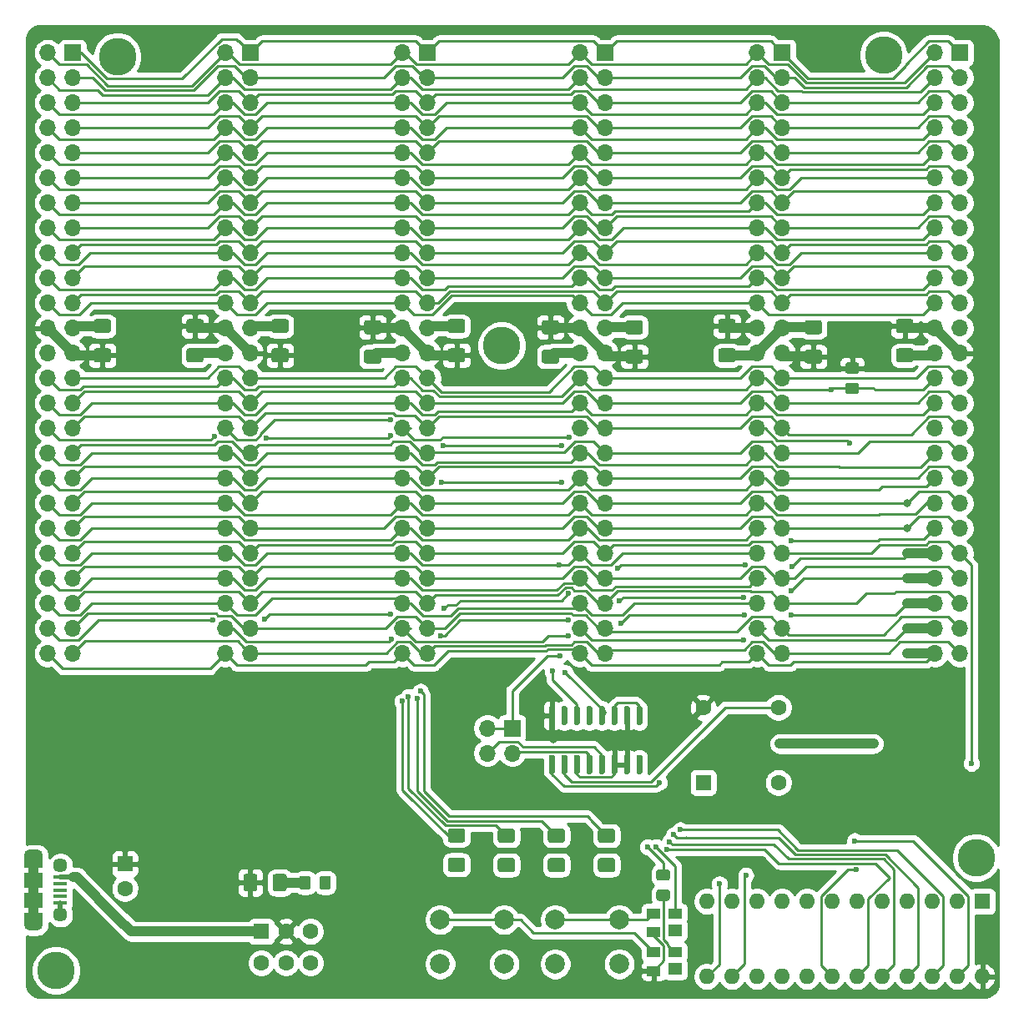
<source format=gbr>
G04 #@! TF.GenerationSoftware,KiCad,Pcbnew,(5.1.6-0-10_14)*
G04 #@! TF.CreationDate,2021-01-15T21:25:48+01:00*
G04 #@! TF.ProjectId,backplane,6261636b-706c-4616-9e65-2e6b69636164,rev?*
G04 #@! TF.SameCoordinates,Original*
G04 #@! TF.FileFunction,Copper,L1,Top*
G04 #@! TF.FilePolarity,Positive*
%FSLAX46Y46*%
G04 Gerber Fmt 4.6, Leading zero omitted, Abs format (unit mm)*
G04 Created by KiCad (PCBNEW (5.1.6-0-10_14)) date 2021-01-15 21:25:48*
%MOMM*%
%LPD*%
G01*
G04 APERTURE LIST*
G04 #@! TA.AperFunction,ComponentPad*
%ADD10O,1.700000X1.700000*%
G04 #@! TD*
G04 #@! TA.AperFunction,ComponentPad*
%ADD11R,1.700000X1.700000*%
G04 #@! TD*
G04 #@! TA.AperFunction,ComponentPad*
%ADD12C,1.600000*%
G04 #@! TD*
G04 #@! TA.AperFunction,ComponentPad*
%ADD13R,1.600000X1.600000*%
G04 #@! TD*
G04 #@! TA.AperFunction,SMDPad,CuDef*
%ADD14R,1.900000X1.200000*%
G04 #@! TD*
G04 #@! TA.AperFunction,ComponentPad*
%ADD15O,1.900000X1.200000*%
G04 #@! TD*
G04 #@! TA.AperFunction,SMDPad,CuDef*
%ADD16R,1.900000X1.500000*%
G04 #@! TD*
G04 #@! TA.AperFunction,ComponentPad*
%ADD17C,1.450000*%
G04 #@! TD*
G04 #@! TA.AperFunction,SMDPad,CuDef*
%ADD18R,1.350000X0.400000*%
G04 #@! TD*
G04 #@! TA.AperFunction,ComponentPad*
%ADD19O,1.600000X1.600000*%
G04 #@! TD*
G04 #@! TA.AperFunction,ComponentPad*
%ADD20C,3.800000*%
G04 #@! TD*
G04 #@! TA.AperFunction,ComponentPad*
%ADD21C,2.000000*%
G04 #@! TD*
G04 #@! TA.AperFunction,SMDPad,CuDef*
%ADD22R,1.400000X1.000000*%
G04 #@! TD*
G04 #@! TA.AperFunction,SMDPad,CuDef*
%ADD23R,1.400000X1.200000*%
G04 #@! TD*
G04 #@! TA.AperFunction,ViaPad*
%ADD24C,0.800000*%
G04 #@! TD*
G04 #@! TA.AperFunction,ViaPad*
%ADD25C,0.600000*%
G04 #@! TD*
G04 #@! TA.AperFunction,Conductor*
%ADD26C,0.250000*%
G04 #@! TD*
G04 #@! TA.AperFunction,Conductor*
%ADD27C,1.000000*%
G04 #@! TD*
G04 #@! TA.AperFunction,Conductor*
%ADD28C,0.500000*%
G04 #@! TD*
G04 #@! TA.AperFunction,Conductor*
%ADD29C,0.254000*%
G04 #@! TD*
G04 APERTURE END LIST*
D10*
G04 #@! TO.P,J2,4*
G04 #@! TO.N,/DS2*
X47434500Y-74485500D03*
G04 #@! TO.P,J2,3*
G04 #@! TO.N,~SLOW~*
X47434500Y-71945500D03*
G04 #@! TO.P,J2,2*
G04 #@! TO.N,/DS1*
X49974500Y-74485500D03*
D11*
G04 #@! TO.P,J2,1*
G04 #@! TO.N,~SLOW~*
X49974500Y-71945500D03*
G04 #@! TD*
G04 #@! TO.P,U1,16*
G04 #@! TO.N,+5V*
G04 #@! TA.AperFunction,SMDPad,CuDef*
G36*
G01*
X54125000Y-71652000D02*
X53825000Y-71652000D01*
G75*
G02*
X53675000Y-71502000I0J150000D01*
G01*
X53675000Y-69852000D01*
G75*
G02*
X53825000Y-69702000I150000J0D01*
G01*
X54125000Y-69702000D01*
G75*
G02*
X54275000Y-69852000I0J-150000D01*
G01*
X54275000Y-71502000D01*
G75*
G02*
X54125000Y-71652000I-150000J0D01*
G01*
G37*
G04 #@! TD.AperFunction*
G04 #@! TO.P,U1,15*
G04 #@! TO.N,Net-(U1-Pad15)*
G04 #@! TA.AperFunction,SMDPad,CuDef*
G36*
G01*
X55395000Y-71652000D02*
X55095000Y-71652000D01*
G75*
G02*
X54945000Y-71502000I0J150000D01*
G01*
X54945000Y-69852000D01*
G75*
G02*
X55095000Y-69702000I150000J0D01*
G01*
X55395000Y-69702000D01*
G75*
G02*
X55545000Y-69852000I0J-150000D01*
G01*
X55545000Y-71502000D01*
G75*
G02*
X55395000Y-71652000I-150000J0D01*
G01*
G37*
G04 #@! TD.AperFunction*
G04 #@! TO.P,U1,14*
G04 #@! TO.N,CLK_12M*
G04 #@! TA.AperFunction,SMDPad,CuDef*
G36*
G01*
X56665000Y-71652000D02*
X56365000Y-71652000D01*
G75*
G02*
X56215000Y-71502000I0J150000D01*
G01*
X56215000Y-69852000D01*
G75*
G02*
X56365000Y-69702000I150000J0D01*
G01*
X56665000Y-69702000D01*
G75*
G02*
X56815000Y-69852000I0J-150000D01*
G01*
X56815000Y-71502000D01*
G75*
G02*
X56665000Y-71652000I-150000J0D01*
G01*
G37*
G04 #@! TD.AperFunction*
G04 #@! TO.P,U1,13*
G04 #@! TO.N,Net-(U1-Pad13)*
G04 #@! TA.AperFunction,SMDPad,CuDef*
G36*
G01*
X57935000Y-71652000D02*
X57635000Y-71652000D01*
G75*
G02*
X57485000Y-71502000I0J150000D01*
G01*
X57485000Y-69852000D01*
G75*
G02*
X57635000Y-69702000I150000J0D01*
G01*
X57935000Y-69702000D01*
G75*
G02*
X58085000Y-69852000I0J-150000D01*
G01*
X58085000Y-71502000D01*
G75*
G02*
X57935000Y-71652000I-150000J0D01*
G01*
G37*
G04 #@! TD.AperFunction*
G04 #@! TO.P,U1,12*
G04 #@! TO.N,CLK*
G04 #@! TA.AperFunction,SMDPad,CuDef*
G36*
G01*
X59205000Y-71652000D02*
X58905000Y-71652000D01*
G75*
G02*
X58755000Y-71502000I0J150000D01*
G01*
X58755000Y-69852000D01*
G75*
G02*
X58905000Y-69702000I150000J0D01*
G01*
X59205000Y-69702000D01*
G75*
G02*
X59355000Y-69852000I0J-150000D01*
G01*
X59355000Y-71502000D01*
G75*
G02*
X59205000Y-71652000I-150000J0D01*
G01*
G37*
G04 #@! TD.AperFunction*
G04 #@! TO.P,U1,11*
G04 #@! TO.N,Net-(U1-Pad11)*
G04 #@! TA.AperFunction,SMDPad,CuDef*
G36*
G01*
X60475000Y-71652000D02*
X60175000Y-71652000D01*
G75*
G02*
X60025000Y-71502000I0J150000D01*
G01*
X60025000Y-69852000D01*
G75*
G02*
X60175000Y-69702000I150000J0D01*
G01*
X60475000Y-69702000D01*
G75*
G02*
X60625000Y-69852000I0J-150000D01*
G01*
X60625000Y-71502000D01*
G75*
G02*
X60475000Y-71652000I-150000J0D01*
G01*
G37*
G04 #@! TD.AperFunction*
G04 #@! TO.P,U1,10*
G04 #@! TO.N,+5V*
G04 #@! TA.AperFunction,SMDPad,CuDef*
G36*
G01*
X61745000Y-71652000D02*
X61445000Y-71652000D01*
G75*
G02*
X61295000Y-71502000I0J150000D01*
G01*
X61295000Y-69852000D01*
G75*
G02*
X61445000Y-69702000I150000J0D01*
G01*
X61745000Y-69702000D01*
G75*
G02*
X61895000Y-69852000I0J-150000D01*
G01*
X61895000Y-71502000D01*
G75*
G02*
X61745000Y-71652000I-150000J0D01*
G01*
G37*
G04 #@! TD.AperFunction*
G04 #@! TO.P,U1,9*
G04 #@! TO.N,Net-(U1-Pad11)*
G04 #@! TA.AperFunction,SMDPad,CuDef*
G36*
G01*
X63015000Y-71652000D02*
X62715000Y-71652000D01*
G75*
G02*
X62565000Y-71502000I0J150000D01*
G01*
X62565000Y-69852000D01*
G75*
G02*
X62715000Y-69702000I150000J0D01*
G01*
X63015000Y-69702000D01*
G75*
G02*
X63165000Y-69852000I0J-150000D01*
G01*
X63165000Y-71502000D01*
G75*
G02*
X63015000Y-71652000I-150000J0D01*
G01*
G37*
G04 #@! TD.AperFunction*
G04 #@! TO.P,U1,8*
G04 #@! TO.N,GND*
G04 #@! TA.AperFunction,SMDPad,CuDef*
G36*
G01*
X63015000Y-76602000D02*
X62715000Y-76602000D01*
G75*
G02*
X62565000Y-76452000I0J150000D01*
G01*
X62565000Y-74802000D01*
G75*
G02*
X62715000Y-74652000I150000J0D01*
G01*
X63015000Y-74652000D01*
G75*
G02*
X63165000Y-74802000I0J-150000D01*
G01*
X63165000Y-76452000D01*
G75*
G02*
X63015000Y-76602000I-150000J0D01*
G01*
G37*
G04 #@! TD.AperFunction*
G04 #@! TO.P,U1,7*
G04 #@! TO.N,+5V*
G04 #@! TA.AperFunction,SMDPad,CuDef*
G36*
G01*
X61745000Y-76602000D02*
X61445000Y-76602000D01*
G75*
G02*
X61295000Y-76452000I0J150000D01*
G01*
X61295000Y-74802000D01*
G75*
G02*
X61445000Y-74652000I150000J0D01*
G01*
X61745000Y-74652000D01*
G75*
G02*
X61895000Y-74802000I0J-150000D01*
G01*
X61895000Y-76452000D01*
G75*
G02*
X61745000Y-76602000I-150000J0D01*
G01*
G37*
G04 #@! TD.AperFunction*
G04 #@! TO.P,U1,6*
G04 #@! TA.AperFunction,SMDPad,CuDef*
G36*
G01*
X60475000Y-76602000D02*
X60175000Y-76602000D01*
G75*
G02*
X60025000Y-76452000I0J150000D01*
G01*
X60025000Y-74802000D01*
G75*
G02*
X60175000Y-74652000I150000J0D01*
G01*
X60475000Y-74652000D01*
G75*
G02*
X60625000Y-74802000I0J-150000D01*
G01*
X60625000Y-76452000D01*
G75*
G02*
X60475000Y-76602000I-150000J0D01*
G01*
G37*
G04 #@! TD.AperFunction*
G04 #@! TO.P,U1,5*
G04 #@! TO.N,/DS2*
G04 #@! TA.AperFunction,SMDPad,CuDef*
G36*
G01*
X59205000Y-76602000D02*
X58905000Y-76602000D01*
G75*
G02*
X58755000Y-76452000I0J150000D01*
G01*
X58755000Y-74802000D01*
G75*
G02*
X58905000Y-74652000I150000J0D01*
G01*
X59205000Y-74652000D01*
G75*
G02*
X59355000Y-74802000I0J-150000D01*
G01*
X59355000Y-76452000D01*
G75*
G02*
X59205000Y-76602000I-150000J0D01*
G01*
G37*
G04 #@! TD.AperFunction*
G04 #@! TO.P,U1,4*
G04 #@! TO.N,/DS1*
G04 #@! TA.AperFunction,SMDPad,CuDef*
G36*
G01*
X57935000Y-76602000D02*
X57635000Y-76602000D01*
G75*
G02*
X57485000Y-76452000I0J150000D01*
G01*
X57485000Y-74802000D01*
G75*
G02*
X57635000Y-74652000I150000J0D01*
G01*
X57935000Y-74652000D01*
G75*
G02*
X58085000Y-74802000I0J-150000D01*
G01*
X58085000Y-76452000D01*
G75*
G02*
X57935000Y-76602000I-150000J0D01*
G01*
G37*
G04 #@! TD.AperFunction*
G04 #@! TO.P,U1,3*
G04 #@! TO.N,+5V*
G04 #@! TA.AperFunction,SMDPad,CuDef*
G36*
G01*
X56665000Y-76602000D02*
X56365000Y-76602000D01*
G75*
G02*
X56215000Y-76452000I0J150000D01*
G01*
X56215000Y-74802000D01*
G75*
G02*
X56365000Y-74652000I150000J0D01*
G01*
X56665000Y-74652000D01*
G75*
G02*
X56815000Y-74802000I0J-150000D01*
G01*
X56815000Y-76452000D01*
G75*
G02*
X56665000Y-76602000I-150000J0D01*
G01*
G37*
G04 #@! TD.AperFunction*
G04 #@! TO.P,U1,2*
G04 #@! TO.N,/CLK_24M*
G04 #@! TA.AperFunction,SMDPad,CuDef*
G36*
G01*
X55395000Y-76602000D02*
X55095000Y-76602000D01*
G75*
G02*
X54945000Y-76452000I0J150000D01*
G01*
X54945000Y-74802000D01*
G75*
G02*
X55095000Y-74652000I150000J0D01*
G01*
X55395000Y-74652000D01*
G75*
G02*
X55545000Y-74802000I0J-150000D01*
G01*
X55545000Y-76452000D01*
G75*
G02*
X55395000Y-76602000I-150000J0D01*
G01*
G37*
G04 #@! TD.AperFunction*
G04 #@! TO.P,U1,1*
G04 #@! TO.N,~RESET~*
G04 #@! TA.AperFunction,SMDPad,CuDef*
G36*
G01*
X54125000Y-76602000D02*
X53825000Y-76602000D01*
G75*
G02*
X53675000Y-76452000I0J150000D01*
G01*
X53675000Y-74802000D01*
G75*
G02*
X53825000Y-74652000I150000J0D01*
G01*
X54125000Y-74652000D01*
G75*
G02*
X54275000Y-74802000I0J-150000D01*
G01*
X54275000Y-76452000D01*
G75*
G02*
X54125000Y-76602000I-150000J0D01*
G01*
G37*
G04 #@! TD.AperFunction*
G04 #@! TD*
G04 #@! TO.P,R16,2*
G04 #@! TO.N,Net-(R16-Pad2)*
G04 #@! TA.AperFunction,SMDPad,CuDef*
G36*
G01*
X64827999Y-88334000D02*
X65728001Y-88334000D01*
G75*
G02*
X65978000Y-88583999I0J-249999D01*
G01*
X65978000Y-89234001D01*
G75*
G02*
X65728001Y-89484000I-249999J0D01*
G01*
X64827999Y-89484000D01*
G75*
G02*
X64578000Y-89234001I0J249999D01*
G01*
X64578000Y-88583999D01*
G75*
G02*
X64827999Y-88334000I249999J0D01*
G01*
G37*
G04 #@! TD.AperFunction*
G04 #@! TO.P,R16,1*
G04 #@! TO.N,~NMI~*
G04 #@! TA.AperFunction,SMDPad,CuDef*
G36*
G01*
X64827999Y-86284000D02*
X65728001Y-86284000D01*
G75*
G02*
X65978000Y-86533999I0J-249999D01*
G01*
X65978000Y-87184001D01*
G75*
G02*
X65728001Y-87434000I-249999J0D01*
G01*
X64827999Y-87434000D01*
G75*
G02*
X64578000Y-87184001I0J249999D01*
G01*
X64578000Y-86533999D01*
G75*
G02*
X64827999Y-86284000I249999J0D01*
G01*
G37*
G04 #@! TD.AperFunction*
G04 #@! TD*
G04 #@! TO.P,R15,2*
G04 #@! TO.N,~SSEL~*
G04 #@! TA.AperFunction,SMDPad,CuDef*
G36*
G01*
X84004999Y-36899000D02*
X84905001Y-36899000D01*
G75*
G02*
X85155000Y-37148999I0J-249999D01*
G01*
X85155000Y-37799001D01*
G75*
G02*
X84905001Y-38049000I-249999J0D01*
G01*
X84004999Y-38049000D01*
G75*
G02*
X83755000Y-37799001I0J249999D01*
G01*
X83755000Y-37148999D01*
G75*
G02*
X84004999Y-36899000I249999J0D01*
G01*
G37*
G04 #@! TD.AperFunction*
G04 #@! TO.P,R15,1*
G04 #@! TO.N,+5V*
G04 #@! TA.AperFunction,SMDPad,CuDef*
G36*
G01*
X84004999Y-34849000D02*
X84905001Y-34849000D01*
G75*
G02*
X85155000Y-35098999I0J-249999D01*
G01*
X85155000Y-35749001D01*
G75*
G02*
X84905001Y-35999000I-249999J0D01*
G01*
X84004999Y-35999000D01*
G75*
G02*
X83755000Y-35749001I0J249999D01*
G01*
X83755000Y-35098999D01*
G75*
G02*
X84004999Y-34849000I249999J0D01*
G01*
G37*
G04 #@! TD.AperFunction*
G04 #@! TD*
D12*
G04 #@! TO.P,X1,4*
G04 #@! TO.N,GND*
X76962000Y-77470000D03*
G04 #@! TO.P,X1,5*
G04 #@! TO.N,/CLK_24M*
X76962000Y-69850000D03*
G04 #@! TO.P,X1,8*
G04 #@! TO.N,+5V*
X69342000Y-69850000D03*
D13*
G04 #@! TO.P,X1,1*
G04 #@! TO.N,Net-(X1-Pad1)*
X69342000Y-77470000D03*
G04 #@! TD*
D14*
G04 #@! TO.P,J1,6*
G04 #@! TO.N,GND*
X1429500Y-85492000D03*
X1429500Y-91292000D03*
D15*
X1429500Y-91892000D03*
X1429500Y-84892000D03*
D16*
X1429500Y-87392000D03*
D17*
X4129500Y-90892000D03*
D18*
G04 #@! TO.P,J1,3*
G04 #@! TO.N,Net-(J1-Pad3)*
X4129500Y-88392000D03*
G04 #@! TO.P,J1,4*
G04 #@! TO.N,Net-(J1-Pad4)*
X4129500Y-89042000D03*
G04 #@! TO.P,J1,5*
G04 #@! TO.N,GND*
X4129500Y-89692000D03*
G04 #@! TO.P,J1,1*
G04 #@! TO.N,Net-(J1-Pad1)*
X4129500Y-87092000D03*
G04 #@! TO.P,J1,2*
G04 #@! TO.N,Net-(J1-Pad2)*
X4129500Y-87742000D03*
D17*
G04 #@! TO.P,J1,6*
G04 #@! TO.N,GND*
X4129500Y-85892000D03*
D16*
X1429500Y-89392000D03*
G04 #@! TD*
G04 #@! TO.P,C3,2*
G04 #@! TO.N,+5V*
G04 #@! TA.AperFunction,SMDPad,CuDef*
G36*
G01*
X79893000Y-33541000D02*
X81143000Y-33541000D01*
G75*
G02*
X81393000Y-33791000I0J-250000D01*
G01*
X81393000Y-34716000D01*
G75*
G02*
X81143000Y-34966000I-250000J0D01*
G01*
X79893000Y-34966000D01*
G75*
G02*
X79643000Y-34716000I0J250000D01*
G01*
X79643000Y-33791000D01*
G75*
G02*
X79893000Y-33541000I250000J0D01*
G01*
G37*
G04 #@! TD.AperFunction*
G04 #@! TO.P,C3,1*
G04 #@! TO.N,GND*
G04 #@! TA.AperFunction,SMDPad,CuDef*
G36*
G01*
X79893000Y-30566000D02*
X81143000Y-30566000D01*
G75*
G02*
X81393000Y-30816000I0J-250000D01*
G01*
X81393000Y-31741000D01*
G75*
G02*
X81143000Y-31991000I-250000J0D01*
G01*
X79893000Y-31991000D01*
G75*
G02*
X79643000Y-31741000I0J250000D01*
G01*
X79643000Y-30816000D01*
G75*
G02*
X79893000Y-30566000I250000J0D01*
G01*
G37*
G04 #@! TD.AperFunction*
G04 #@! TD*
D19*
G04 #@! TO.P,U4,24*
G04 #@! TO.N,+5V*
X97663000Y-97155000D03*
G04 #@! TO.P,U4,12*
G04 #@! TO.N,GND*
X69723000Y-89535000D03*
G04 #@! TO.P,U4,23*
G04 #@! TO.N,~SLOT1~*
X95123000Y-97155000D03*
G04 #@! TO.P,U4,11*
G04 #@! TO.N,A13*
X72263000Y-89535000D03*
G04 #@! TO.P,U4,22*
G04 #@! TO.N,~SLOT2~*
X92583000Y-97155000D03*
G04 #@! TO.P,U4,10*
G04 #@! TO.N,A12*
X74803000Y-89535000D03*
G04 #@! TO.P,U4,21*
G04 #@! TO.N,~SLOT3~*
X90043000Y-97155000D03*
G04 #@! TO.P,U4,9*
G04 #@! TO.N,A11*
X77343000Y-89535000D03*
G04 #@! TO.P,U4,20*
G04 #@! TO.N,~SLOT4~*
X87503000Y-97155000D03*
G04 #@! TO.P,U4,8*
G04 #@! TO.N,A10*
X79883000Y-89535000D03*
G04 #@! TO.P,U4,19*
G04 #@! TO.N,~SLOT5~*
X84963000Y-97155000D03*
G04 #@! TO.P,U4,7*
G04 #@! TO.N,A9*
X82423000Y-89535000D03*
G04 #@! TO.P,U4,18*
G04 #@! TO.N,~SSEL~*
X82423000Y-97155000D03*
G04 #@! TO.P,U4,6*
G04 #@! TO.N,A8*
X84963000Y-89535000D03*
G04 #@! TO.P,U4,17*
G04 #@! TO.N,Net-(U4-Pad17)*
X79883000Y-97155000D03*
G04 #@! TO.P,U4,5*
G04 #@! TO.N,A7*
X87503000Y-89535000D03*
G04 #@! TO.P,U4,16*
G04 #@! TO.N,Net-(U4-Pad16)*
X77343000Y-97155000D03*
G04 #@! TO.P,U4,4*
G04 #@! TO.N,A6*
X90043000Y-89535000D03*
G04 #@! TO.P,U4,15*
G04 #@! TO.N,Net-(U4-Pad15)*
X74803000Y-97155000D03*
G04 #@! TO.P,U4,3*
G04 #@! TO.N,A5*
X92583000Y-89535000D03*
G04 #@! TO.P,U4,14*
G04 #@! TO.N,A15*
X72263000Y-97155000D03*
G04 #@! TO.P,U4,2*
G04 #@! TO.N,A4*
X95123000Y-89535000D03*
G04 #@! TO.P,U4,13*
G04 #@! TO.N,A14*
X69723000Y-97155000D03*
D13*
G04 #@! TO.P,U4,1*
G04 #@! TO.N,CLK*
X97663000Y-89535000D03*
G04 #@! TD*
G04 #@! TO.P,LED4,2*
G04 #@! TO.N,LED4*
G04 #@! TA.AperFunction,SMDPad,CuDef*
G36*
G01*
X60162600Y-83578400D02*
X58912600Y-83578400D01*
G75*
G02*
X58662600Y-83328400I0J250000D01*
G01*
X58662600Y-82403400D01*
G75*
G02*
X58912600Y-82153400I250000J0D01*
G01*
X60162600Y-82153400D01*
G75*
G02*
X60412600Y-82403400I0J-250000D01*
G01*
X60412600Y-83328400D01*
G75*
G02*
X60162600Y-83578400I-250000J0D01*
G01*
G37*
G04 #@! TD.AperFunction*
G04 #@! TO.P,LED4,1*
G04 #@! TO.N,Net-(LED4-Pad1)*
G04 #@! TA.AperFunction,SMDPad,CuDef*
G36*
G01*
X60162600Y-86553400D02*
X58912600Y-86553400D01*
G75*
G02*
X58662600Y-86303400I0J250000D01*
G01*
X58662600Y-85378400D01*
G75*
G02*
X58912600Y-85128400I250000J0D01*
G01*
X60162600Y-85128400D01*
G75*
G02*
X60412600Y-85378400I0J-250000D01*
G01*
X60412600Y-86303400D01*
G75*
G02*
X60162600Y-86553400I-250000J0D01*
G01*
G37*
G04 #@! TD.AperFunction*
G04 #@! TD*
G04 #@! TO.P,LED3,2*
G04 #@! TO.N,LED3*
G04 #@! TA.AperFunction,SMDPad,CuDef*
G36*
G01*
X55082600Y-83578400D02*
X53832600Y-83578400D01*
G75*
G02*
X53582600Y-83328400I0J250000D01*
G01*
X53582600Y-82403400D01*
G75*
G02*
X53832600Y-82153400I250000J0D01*
G01*
X55082600Y-82153400D01*
G75*
G02*
X55332600Y-82403400I0J-250000D01*
G01*
X55332600Y-83328400D01*
G75*
G02*
X55082600Y-83578400I-250000J0D01*
G01*
G37*
G04 #@! TD.AperFunction*
G04 #@! TO.P,LED3,1*
G04 #@! TO.N,Net-(LED3-Pad1)*
G04 #@! TA.AperFunction,SMDPad,CuDef*
G36*
G01*
X55082600Y-86553400D02*
X53832600Y-86553400D01*
G75*
G02*
X53582600Y-86303400I0J250000D01*
G01*
X53582600Y-85378400D01*
G75*
G02*
X53832600Y-85128400I250000J0D01*
G01*
X55082600Y-85128400D01*
G75*
G02*
X55332600Y-85378400I0J-250000D01*
G01*
X55332600Y-86303400D01*
G75*
G02*
X55082600Y-86553400I-250000J0D01*
G01*
G37*
G04 #@! TD.AperFunction*
G04 #@! TD*
G04 #@! TO.P,LED2,2*
G04 #@! TO.N,LED2*
G04 #@! TA.AperFunction,SMDPad,CuDef*
G36*
G01*
X50002600Y-83578400D02*
X48752600Y-83578400D01*
G75*
G02*
X48502600Y-83328400I0J250000D01*
G01*
X48502600Y-82403400D01*
G75*
G02*
X48752600Y-82153400I250000J0D01*
G01*
X50002600Y-82153400D01*
G75*
G02*
X50252600Y-82403400I0J-250000D01*
G01*
X50252600Y-83328400D01*
G75*
G02*
X50002600Y-83578400I-250000J0D01*
G01*
G37*
G04 #@! TD.AperFunction*
G04 #@! TO.P,LED2,1*
G04 #@! TO.N,Net-(LED2-Pad1)*
G04 #@! TA.AperFunction,SMDPad,CuDef*
G36*
G01*
X50002600Y-86553400D02*
X48752600Y-86553400D01*
G75*
G02*
X48502600Y-86303400I0J250000D01*
G01*
X48502600Y-85378400D01*
G75*
G02*
X48752600Y-85128400I250000J0D01*
G01*
X50002600Y-85128400D01*
G75*
G02*
X50252600Y-85378400I0J-250000D01*
G01*
X50252600Y-86303400D01*
G75*
G02*
X50002600Y-86553400I-250000J0D01*
G01*
G37*
G04 #@! TD.AperFunction*
G04 #@! TD*
G04 #@! TO.P,LED1,2*
G04 #@! TO.N,LED1*
G04 #@! TA.AperFunction,SMDPad,CuDef*
G36*
G01*
X44948000Y-83553000D02*
X43698000Y-83553000D01*
G75*
G02*
X43448000Y-83303000I0J250000D01*
G01*
X43448000Y-82378000D01*
G75*
G02*
X43698000Y-82128000I250000J0D01*
G01*
X44948000Y-82128000D01*
G75*
G02*
X45198000Y-82378000I0J-250000D01*
G01*
X45198000Y-83303000D01*
G75*
G02*
X44948000Y-83553000I-250000J0D01*
G01*
G37*
G04 #@! TD.AperFunction*
G04 #@! TO.P,LED1,1*
G04 #@! TO.N,Net-(LED1-Pad1)*
G04 #@! TA.AperFunction,SMDPad,CuDef*
G36*
G01*
X44948000Y-86528000D02*
X43698000Y-86528000D01*
G75*
G02*
X43448000Y-86278000I0J250000D01*
G01*
X43448000Y-85353000D01*
G75*
G02*
X43698000Y-85103000I250000J0D01*
G01*
X44948000Y-85103000D01*
G75*
G02*
X45198000Y-85353000I0J-250000D01*
G01*
X45198000Y-86278000D01*
G75*
G02*
X44948000Y-86528000I-250000J0D01*
G01*
G37*
G04 #@! TD.AperFunction*
G04 #@! TD*
D20*
G04 #@! TO.P,REF\u002A\u002A,1*
G04 #@! TO.N,GND*
X48895000Y-33147000D03*
G04 #@! TD*
G04 #@! TO.P,REF\u002A\u002A,1*
G04 #@! TO.N,GND*
X3683000Y-96520000D03*
G04 #@! TD*
G04 #@! TO.P,REF\u002A\u002A,1*
G04 #@! TO.N,GND*
X9906000Y-3810000D03*
G04 #@! TD*
G04 #@! TO.P,REF\u002A\u002A,1*
G04 #@! TO.N,GND*
X87630000Y-3683000D03*
G04 #@! TD*
G04 #@! TO.P,REF\u002A\u002A,1*
G04 #@! TO.N,GND*
X97028000Y-85090000D03*
G04 #@! TD*
G04 #@! TO.P,R9,2*
G04 #@! TO.N,GND*
G04 #@! TA.AperFunction,SMDPad,CuDef*
G36*
G01*
X30422000Y-88080001D02*
X30422000Y-87179999D01*
G75*
G02*
X30671999Y-86930000I249999J0D01*
G01*
X31322001Y-86930000D01*
G75*
G02*
X31572000Y-87179999I0J-249999D01*
G01*
X31572000Y-88080001D01*
G75*
G02*
X31322001Y-88330000I-249999J0D01*
G01*
X30671999Y-88330000D01*
G75*
G02*
X30422000Y-88080001I0J249999D01*
G01*
G37*
G04 #@! TD.AperFunction*
G04 #@! TO.P,R9,1*
G04 #@! TO.N,Net-(D1-Pad1)*
G04 #@! TA.AperFunction,SMDPad,CuDef*
G36*
G01*
X28372000Y-88080001D02*
X28372000Y-87179999D01*
G75*
G02*
X28621999Y-86930000I249999J0D01*
G01*
X29272001Y-86930000D01*
G75*
G02*
X29522000Y-87179999I0J-249999D01*
G01*
X29522000Y-88080001D01*
G75*
G02*
X29272001Y-88330000I-249999J0D01*
G01*
X28621999Y-88330000D01*
G75*
G02*
X28372000Y-88080001I0J249999D01*
G01*
G37*
G04 #@! TD.AperFunction*
G04 #@! TD*
G04 #@! TO.P,D1,2*
G04 #@! TO.N,+5V*
G04 #@! TA.AperFunction,SMDPad,CuDef*
G36*
G01*
X24117000Y-87005000D02*
X24117000Y-88255000D01*
G75*
G02*
X23867000Y-88505000I-250000J0D01*
G01*
X22942000Y-88505000D01*
G75*
G02*
X22692000Y-88255000I0J250000D01*
G01*
X22692000Y-87005000D01*
G75*
G02*
X22942000Y-86755000I250000J0D01*
G01*
X23867000Y-86755000D01*
G75*
G02*
X24117000Y-87005000I0J-250000D01*
G01*
G37*
G04 #@! TD.AperFunction*
G04 #@! TO.P,D1,1*
G04 #@! TO.N,Net-(D1-Pad1)*
G04 #@! TA.AperFunction,SMDPad,CuDef*
G36*
G01*
X27092000Y-87005000D02*
X27092000Y-88255000D01*
G75*
G02*
X26842000Y-88505000I-250000J0D01*
G01*
X25917000Y-88505000D01*
G75*
G02*
X25667000Y-88255000I0J250000D01*
G01*
X25667000Y-87005000D01*
G75*
G02*
X25917000Y-86755000I250000J0D01*
G01*
X26842000Y-86755000D01*
G75*
G02*
X27092000Y-87005000I0J-250000D01*
G01*
G37*
G04 #@! TD.AperFunction*
G04 #@! TD*
D21*
G04 #@! TO.P,RESET1,1*
G04 #@! TO.N,GND*
X54333000Y-95885000D03*
G04 #@! TO.P,RESET1,2*
G04 #@! TO.N,Net-(RESET1-Pad2)*
X54333000Y-91385000D03*
G04 #@! TO.P,RESET1,1*
G04 #@! TO.N,GND*
X60833000Y-95885000D03*
G04 #@! TO.P,RESET1,2*
G04 #@! TO.N,Net-(RESET1-Pad2)*
X60833000Y-91385000D03*
G04 #@! TD*
G04 #@! TO.P,NMI1,1*
G04 #@! TO.N,GND*
X42649000Y-95885000D03*
G04 #@! TO.P,NMI1,2*
G04 #@! TO.N,Net-(NMI1-Pad2)*
X42649000Y-91385000D03*
G04 #@! TO.P,NMI1,1*
G04 #@! TO.N,GND*
X49149000Y-95885000D03*
G04 #@! TO.P,NMI1,2*
G04 #@! TO.N,Net-(NMI1-Pad2)*
X49149000Y-91385000D03*
G04 #@! TD*
D22*
G04 #@! TO.P,U3,4*
G04 #@! TO.N,+5V*
X64305000Y-96581000D03*
G04 #@! TO.P,U3,3*
G04 #@! TO.N,Net-(NMI1-Pad2)*
X64305000Y-94681000D03*
G04 #@! TO.P,U3,2*
G04 #@! TO.N,Net-(R16-Pad2)*
X66505000Y-94681000D03*
D23*
G04 #@! TO.P,U3,1*
G04 #@! TO.N,GND*
X66505000Y-96401000D03*
G04 #@! TD*
D22*
G04 #@! TO.P,U2,4*
G04 #@! TO.N,+5V*
X64305000Y-92644000D03*
G04 #@! TO.P,U2,3*
G04 #@! TO.N,Net-(RESET1-Pad2)*
X64305000Y-90744000D03*
G04 #@! TO.P,U2,2*
G04 #@! TO.N,~RESET~*
X66505000Y-90744000D03*
D23*
G04 #@! TO.P,U2,1*
G04 #@! TO.N,GND*
X66505000Y-92464000D03*
G04 #@! TD*
D12*
G04 #@! TO.P,C13,2*
G04 #@! TO.N,GND*
X10668000Y-88225000D03*
D13*
G04 #@! TO.P,C13,1*
G04 #@! TO.N,+5V*
X10668000Y-85725000D03*
G04 #@! TD*
D12*
G04 #@! TO.P,SW1,6*
G04 #@! TO.N,N/C*
X29511000Y-95783000D03*
G04 #@! TO.P,SW1,5*
X27011000Y-95783000D03*
G04 #@! TO.P,SW1,4*
X24511000Y-95783000D03*
G04 #@! TO.P,SW1,3*
X29511000Y-92583000D03*
G04 #@! TO.P,SW1,2*
G04 #@! TO.N,+5V*
X27011000Y-92583000D03*
D13*
G04 #@! TO.P,SW1,1*
G04 #@! TO.N,Net-(J1-Pad1)*
X24511000Y-92583000D03*
G04 #@! TD*
G04 #@! TO.P,C11,2*
G04 #@! TO.N,+5V*
G04 #@! TA.AperFunction,SMDPad,CuDef*
G36*
G01*
X72380000Y-31864000D02*
X71130000Y-31864000D01*
G75*
G02*
X70880000Y-31614000I0J250000D01*
G01*
X70880000Y-30689000D01*
G75*
G02*
X71130000Y-30439000I250000J0D01*
G01*
X72380000Y-30439000D01*
G75*
G02*
X72630000Y-30689000I0J-250000D01*
G01*
X72630000Y-31614000D01*
G75*
G02*
X72380000Y-31864000I-250000J0D01*
G01*
G37*
G04 #@! TD.AperFunction*
G04 #@! TO.P,C11,1*
G04 #@! TO.N,GND*
G04 #@! TA.AperFunction,SMDPad,CuDef*
G36*
G01*
X72380000Y-34839000D02*
X71130000Y-34839000D01*
G75*
G02*
X70880000Y-34589000I0J250000D01*
G01*
X70880000Y-33664000D01*
G75*
G02*
X71130000Y-33414000I250000J0D01*
G01*
X72380000Y-33414000D01*
G75*
G02*
X72630000Y-33664000I0J-250000D01*
G01*
X72630000Y-34589000D01*
G75*
G02*
X72380000Y-34839000I-250000J0D01*
G01*
G37*
G04 #@! TD.AperFunction*
G04 #@! TD*
G04 #@! TO.P,C10,2*
G04 #@! TO.N,GND*
G04 #@! TA.AperFunction,SMDPad,CuDef*
G36*
G01*
X27041000Y-31864000D02*
X25791000Y-31864000D01*
G75*
G02*
X25541000Y-31614000I0J250000D01*
G01*
X25541000Y-30689000D01*
G75*
G02*
X25791000Y-30439000I250000J0D01*
G01*
X27041000Y-30439000D01*
G75*
G02*
X27291000Y-30689000I0J-250000D01*
G01*
X27291000Y-31614000D01*
G75*
G02*
X27041000Y-31864000I-250000J0D01*
G01*
G37*
G04 #@! TD.AperFunction*
G04 #@! TO.P,C10,1*
G04 #@! TO.N,+5V*
G04 #@! TA.AperFunction,SMDPad,CuDef*
G36*
G01*
X27041000Y-34839000D02*
X25791000Y-34839000D01*
G75*
G02*
X25541000Y-34589000I0J250000D01*
G01*
X25541000Y-33664000D01*
G75*
G02*
X25791000Y-33414000I250000J0D01*
G01*
X27041000Y-33414000D01*
G75*
G02*
X27291000Y-33664000I0J-250000D01*
G01*
X27291000Y-34589000D01*
G75*
G02*
X27041000Y-34839000I-250000J0D01*
G01*
G37*
G04 #@! TD.AperFunction*
G04 #@! TD*
G04 #@! TO.P,C9,2*
G04 #@! TO.N,+5V*
G04 #@! TA.AperFunction,SMDPad,CuDef*
G36*
G01*
X61732000Y-33541000D02*
X62982000Y-33541000D01*
G75*
G02*
X63232000Y-33791000I0J-250000D01*
G01*
X63232000Y-34716000D01*
G75*
G02*
X62982000Y-34966000I-250000J0D01*
G01*
X61732000Y-34966000D01*
G75*
G02*
X61482000Y-34716000I0J250000D01*
G01*
X61482000Y-33791000D01*
G75*
G02*
X61732000Y-33541000I250000J0D01*
G01*
G37*
G04 #@! TD.AperFunction*
G04 #@! TO.P,C9,1*
G04 #@! TO.N,GND*
G04 #@! TA.AperFunction,SMDPad,CuDef*
G36*
G01*
X61732000Y-30566000D02*
X62982000Y-30566000D01*
G75*
G02*
X63232000Y-30816000I0J-250000D01*
G01*
X63232000Y-31741000D01*
G75*
G02*
X62982000Y-31991000I-250000J0D01*
G01*
X61732000Y-31991000D01*
G75*
G02*
X61482000Y-31741000I0J250000D01*
G01*
X61482000Y-30816000D01*
G75*
G02*
X61732000Y-30566000I250000J0D01*
G01*
G37*
G04 #@! TD.AperFunction*
G04 #@! TD*
G04 #@! TO.P,C8,2*
G04 #@! TO.N,GND*
G04 #@! TA.AperFunction,SMDPad,CuDef*
G36*
G01*
X17155000Y-33414000D02*
X18405000Y-33414000D01*
G75*
G02*
X18655000Y-33664000I0J-250000D01*
G01*
X18655000Y-34589000D01*
G75*
G02*
X18405000Y-34839000I-250000J0D01*
G01*
X17155000Y-34839000D01*
G75*
G02*
X16905000Y-34589000I0J250000D01*
G01*
X16905000Y-33664000D01*
G75*
G02*
X17155000Y-33414000I250000J0D01*
G01*
G37*
G04 #@! TD.AperFunction*
G04 #@! TO.P,C8,1*
G04 #@! TO.N,+5V*
G04 #@! TA.AperFunction,SMDPad,CuDef*
G36*
G01*
X17155000Y-30439000D02*
X18405000Y-30439000D01*
G75*
G02*
X18655000Y-30689000I0J-250000D01*
G01*
X18655000Y-31614000D01*
G75*
G02*
X18405000Y-31864000I-250000J0D01*
G01*
X17155000Y-31864000D01*
G75*
G02*
X16905000Y-31614000I0J250000D01*
G01*
X16905000Y-30689000D01*
G75*
G02*
X17155000Y-30439000I250000J0D01*
G01*
G37*
G04 #@! TD.AperFunction*
G04 #@! TD*
G04 #@! TO.P,C7,2*
G04 #@! TO.N,GND*
G04 #@! TA.AperFunction,SMDPad,CuDef*
G36*
G01*
X9007000Y-31864000D02*
X7757000Y-31864000D01*
G75*
G02*
X7507000Y-31614000I0J250000D01*
G01*
X7507000Y-30689000D01*
G75*
G02*
X7757000Y-30439000I250000J0D01*
G01*
X9007000Y-30439000D01*
G75*
G02*
X9257000Y-30689000I0J-250000D01*
G01*
X9257000Y-31614000D01*
G75*
G02*
X9007000Y-31864000I-250000J0D01*
G01*
G37*
G04 #@! TD.AperFunction*
G04 #@! TO.P,C7,1*
G04 #@! TO.N,+5V*
G04 #@! TA.AperFunction,SMDPad,CuDef*
G36*
G01*
X9007000Y-34839000D02*
X7757000Y-34839000D01*
G75*
G02*
X7507000Y-34589000I0J250000D01*
G01*
X7507000Y-33664000D01*
G75*
G02*
X7757000Y-33414000I250000J0D01*
G01*
X9007000Y-33414000D01*
G75*
G02*
X9257000Y-33664000I0J-250000D01*
G01*
X9257000Y-34589000D01*
G75*
G02*
X9007000Y-34839000I-250000J0D01*
G01*
G37*
G04 #@! TD.AperFunction*
G04 #@! TD*
G04 #@! TO.P,C6,2*
G04 #@! TO.N,+5V*
G04 #@! TA.AperFunction,SMDPad,CuDef*
G36*
G01*
X36439000Y-31991000D02*
X35189000Y-31991000D01*
G75*
G02*
X34939000Y-31741000I0J250000D01*
G01*
X34939000Y-30816000D01*
G75*
G02*
X35189000Y-30566000I250000J0D01*
G01*
X36439000Y-30566000D01*
G75*
G02*
X36689000Y-30816000I0J-250000D01*
G01*
X36689000Y-31741000D01*
G75*
G02*
X36439000Y-31991000I-250000J0D01*
G01*
G37*
G04 #@! TD.AperFunction*
G04 #@! TO.P,C6,1*
G04 #@! TO.N,GND*
G04 #@! TA.AperFunction,SMDPad,CuDef*
G36*
G01*
X36439000Y-34966000D02*
X35189000Y-34966000D01*
G75*
G02*
X34939000Y-34716000I0J250000D01*
G01*
X34939000Y-33791000D01*
G75*
G02*
X35189000Y-33541000I250000J0D01*
G01*
X36439000Y-33541000D01*
G75*
G02*
X36689000Y-33791000I0J-250000D01*
G01*
X36689000Y-34716000D01*
G75*
G02*
X36439000Y-34966000I-250000J0D01*
G01*
G37*
G04 #@! TD.AperFunction*
G04 #@! TD*
G04 #@! TO.P,C14,2*
G04 #@! TO.N,GND*
G04 #@! TA.AperFunction,SMDPad,CuDef*
G36*
G01*
X53223000Y-33541000D02*
X54473000Y-33541000D01*
G75*
G02*
X54723000Y-33791000I0J-250000D01*
G01*
X54723000Y-34716000D01*
G75*
G02*
X54473000Y-34966000I-250000J0D01*
G01*
X53223000Y-34966000D01*
G75*
G02*
X52973000Y-34716000I0J250000D01*
G01*
X52973000Y-33791000D01*
G75*
G02*
X53223000Y-33541000I250000J0D01*
G01*
G37*
G04 #@! TD.AperFunction*
G04 #@! TO.P,C14,1*
G04 #@! TO.N,+5V*
G04 #@! TA.AperFunction,SMDPad,CuDef*
G36*
G01*
X53223000Y-30566000D02*
X54473000Y-30566000D01*
G75*
G02*
X54723000Y-30816000I0J-250000D01*
G01*
X54723000Y-31741000D01*
G75*
G02*
X54473000Y-31991000I-250000J0D01*
G01*
X53223000Y-31991000D01*
G75*
G02*
X52973000Y-31741000I0J250000D01*
G01*
X52973000Y-30816000D01*
G75*
G02*
X53223000Y-30566000I250000J0D01*
G01*
G37*
G04 #@! TD.AperFunction*
G04 #@! TD*
G04 #@! TO.P,C13,2*
G04 #@! TO.N,+5V*
G04 #@! TA.AperFunction,SMDPad,CuDef*
G36*
G01*
X43698000Y-33414000D02*
X44948000Y-33414000D01*
G75*
G02*
X45198000Y-33664000I0J-250000D01*
G01*
X45198000Y-34589000D01*
G75*
G02*
X44948000Y-34839000I-250000J0D01*
G01*
X43698000Y-34839000D01*
G75*
G02*
X43448000Y-34589000I0J250000D01*
G01*
X43448000Y-33664000D01*
G75*
G02*
X43698000Y-33414000I250000J0D01*
G01*
G37*
G04 #@! TD.AperFunction*
G04 #@! TO.P,C13,1*
G04 #@! TO.N,GND*
G04 #@! TA.AperFunction,SMDPad,CuDef*
G36*
G01*
X43698000Y-30439000D02*
X44948000Y-30439000D01*
G75*
G02*
X45198000Y-30689000I0J-250000D01*
G01*
X45198000Y-31614000D01*
G75*
G02*
X44948000Y-31864000I-250000J0D01*
G01*
X43698000Y-31864000D01*
G75*
G02*
X43448000Y-31614000I0J250000D01*
G01*
X43448000Y-30689000D01*
G75*
G02*
X43698000Y-30439000I250000J0D01*
G01*
G37*
G04 #@! TD.AperFunction*
G04 #@! TD*
D10*
G04 #@! TO.P,SLOT5,50*
G04 #@! TO.N,~NMI~*
X2837000Y-64389000D03*
G04 #@! TO.P,SLOT5,49*
G04 #@! TO.N,~RESET~*
X5377000Y-64389000D03*
G04 #@! TO.P,SLOT5,48*
G04 #@! TO.N,~IRQ5~*
X2837000Y-61849000D03*
G04 #@! TO.P,SLOT5,47*
G04 #@! TO.N,SYNC*
X5377000Y-61849000D03*
G04 #@! TO.P,SLOT5,46*
G04 #@! TO.N,EX3*
X2837000Y-59309000D03*
G04 #@! TO.P,SLOT5,45*
G04 #@! TO.N,~IRQ~*
X5377000Y-59309000D03*
G04 #@! TO.P,SLOT5,44*
G04 #@! TO.N,EX2*
X2837000Y-56769000D03*
G04 #@! TO.P,SLOT5,43*
G04 #@! TO.N,R~W~*
X5377000Y-56769000D03*
G04 #@! TO.P,SLOT5,42*
G04 #@! TO.N,CLK_12M*
X2837000Y-54229000D03*
G04 #@! TO.P,SLOT5,41*
G04 #@! TO.N,CLK*
X5377000Y-54229000D03*
G04 #@! TO.P,SLOT5,40*
G04 #@! TO.N,LED4*
X2837000Y-51689000D03*
G04 #@! TO.P,SLOT5,39*
G04 #@! TO.N,BE*
X5377000Y-51689000D03*
G04 #@! TO.P,SLOT5,38*
G04 #@! TO.N,LED3*
X2837000Y-49149000D03*
G04 #@! TO.P,SLOT5,37*
G04 #@! TO.N,RDY*
X5377000Y-49149000D03*
G04 #@! TO.P,SLOT5,36*
G04 #@! TO.N,LED2*
X2837000Y-46609000D03*
G04 #@! TO.P,SLOT5,35*
G04 #@! TO.N,A15*
X5377000Y-46609000D03*
G04 #@! TO.P,SLOT5,34*
G04 #@! TO.N,LED1*
X2837000Y-44069000D03*
G04 #@! TO.P,SLOT5,33*
G04 #@! TO.N,A14*
X5377000Y-44069000D03*
G04 #@! TO.P,SLOT5,32*
G04 #@! TO.N,~SLOT5~*
X2837000Y-41529000D03*
G04 #@! TO.P,SLOT5,31*
G04 #@! TO.N,A13*
X5377000Y-41529000D03*
G04 #@! TO.P,SLOT5,30*
G04 #@! TO.N,~INH~*
X2837000Y-38989000D03*
G04 #@! TO.P,SLOT5,29*
G04 #@! TO.N,A12*
X5377000Y-38989000D03*
G04 #@! TO.P,SLOT5,28*
G04 #@! TO.N,~SSEL~*
X2837000Y-36449000D03*
G04 #@! TO.P,SLOT5,27*
G04 #@! TO.N,A11*
X5377000Y-36449000D03*
G04 #@! TO.P,SLOT5,26*
G04 #@! TO.N,GND*
X2837000Y-33909000D03*
G04 #@! TO.P,SLOT5,25*
G04 #@! TO.N,+5V*
X5377000Y-33909000D03*
G04 #@! TO.P,SLOT5,24*
X2837000Y-31369000D03*
G04 #@! TO.P,SLOT5,23*
G04 #@! TO.N,GND*
X5377000Y-31369000D03*
G04 #@! TO.P,SLOT5,22*
G04 #@! TO.N,~SLOW~*
X2837000Y-28829000D03*
G04 #@! TO.P,SLOT5,21*
G04 #@! TO.N,A10*
X5377000Y-28829000D03*
G04 #@! TO.P,SLOT5,20*
G04 #@! TO.N,EX1*
X2837000Y-26289000D03*
G04 #@! TO.P,SLOT5,19*
G04 #@! TO.N,A9*
X5377000Y-26289000D03*
G04 #@! TO.P,SLOT5,18*
G04 #@! TO.N,EX0*
X2837000Y-23749000D03*
G04 #@! TO.P,SLOT5,17*
G04 #@! TO.N,A8*
X5377000Y-23749000D03*
G04 #@! TO.P,SLOT5,16*
G04 #@! TO.N,D7*
X2837000Y-21209000D03*
G04 #@! TO.P,SLOT5,15*
G04 #@! TO.N,A7*
X5377000Y-21209000D03*
G04 #@! TO.P,SLOT5,14*
G04 #@! TO.N,D6*
X2837000Y-18669000D03*
G04 #@! TO.P,SLOT5,13*
G04 #@! TO.N,A6*
X5377000Y-18669000D03*
G04 #@! TO.P,SLOT5,12*
G04 #@! TO.N,D5*
X2837000Y-16129000D03*
G04 #@! TO.P,SLOT5,11*
G04 #@! TO.N,A5*
X5377000Y-16129000D03*
G04 #@! TO.P,SLOT5,10*
G04 #@! TO.N,D4*
X2837000Y-13589000D03*
G04 #@! TO.P,SLOT5,9*
G04 #@! TO.N,A4*
X5377000Y-13589000D03*
G04 #@! TO.P,SLOT5,8*
G04 #@! TO.N,D3*
X2837000Y-11049000D03*
G04 #@! TO.P,SLOT5,7*
G04 #@! TO.N,A3*
X5377000Y-11049000D03*
G04 #@! TO.P,SLOT5,6*
G04 #@! TO.N,D2*
X2837000Y-8509000D03*
G04 #@! TO.P,SLOT5,5*
G04 #@! TO.N,A2*
X5377000Y-8509000D03*
G04 #@! TO.P,SLOT5,4*
G04 #@! TO.N,D1*
X2837000Y-5969000D03*
G04 #@! TO.P,SLOT5,3*
G04 #@! TO.N,A1*
X5377000Y-5969000D03*
G04 #@! TO.P,SLOT5,2*
G04 #@! TO.N,D0*
X2837000Y-3429000D03*
D11*
G04 #@! TO.P,SLOT5,1*
G04 #@! TO.N,A0*
X5377000Y-3429000D03*
G04 #@! TD*
D10*
G04 #@! TO.P,SLOT4,50*
G04 #@! TO.N,~NMI~*
X20837000Y-64389000D03*
G04 #@! TO.P,SLOT4,49*
G04 #@! TO.N,~RESET~*
X23377000Y-64389000D03*
G04 #@! TO.P,SLOT4,48*
G04 #@! TO.N,~IRQ4~*
X20837000Y-61849000D03*
G04 #@! TO.P,SLOT4,47*
G04 #@! TO.N,SYNC*
X23377000Y-61849000D03*
G04 #@! TO.P,SLOT4,46*
G04 #@! TO.N,EX3*
X20837000Y-59309000D03*
G04 #@! TO.P,SLOT4,45*
G04 #@! TO.N,~IRQ~*
X23377000Y-59309000D03*
G04 #@! TO.P,SLOT4,44*
G04 #@! TO.N,EX2*
X20837000Y-56769000D03*
G04 #@! TO.P,SLOT4,43*
G04 #@! TO.N,R~W~*
X23377000Y-56769000D03*
G04 #@! TO.P,SLOT4,42*
G04 #@! TO.N,CLK_12M*
X20837000Y-54229000D03*
G04 #@! TO.P,SLOT4,41*
G04 #@! TO.N,CLK*
X23377000Y-54229000D03*
G04 #@! TO.P,SLOT4,40*
G04 #@! TO.N,LED4*
X20837000Y-51689000D03*
G04 #@! TO.P,SLOT4,39*
G04 #@! TO.N,BE*
X23377000Y-51689000D03*
G04 #@! TO.P,SLOT4,38*
G04 #@! TO.N,LED3*
X20837000Y-49149000D03*
G04 #@! TO.P,SLOT4,37*
G04 #@! TO.N,RDY*
X23377000Y-49149000D03*
G04 #@! TO.P,SLOT4,36*
G04 #@! TO.N,LED2*
X20837000Y-46609000D03*
G04 #@! TO.P,SLOT4,35*
G04 #@! TO.N,A15*
X23377000Y-46609000D03*
G04 #@! TO.P,SLOT4,34*
G04 #@! TO.N,LED1*
X20837000Y-44069000D03*
G04 #@! TO.P,SLOT4,33*
G04 #@! TO.N,A14*
X23377000Y-44069000D03*
G04 #@! TO.P,SLOT4,32*
G04 #@! TO.N,~SLOT4~*
X20837000Y-41529000D03*
G04 #@! TO.P,SLOT4,31*
G04 #@! TO.N,A13*
X23377000Y-41529000D03*
G04 #@! TO.P,SLOT4,30*
G04 #@! TO.N,~INH~*
X20837000Y-38989000D03*
G04 #@! TO.P,SLOT4,29*
G04 #@! TO.N,A12*
X23377000Y-38989000D03*
G04 #@! TO.P,SLOT4,28*
G04 #@! TO.N,~SSEL~*
X20837000Y-36449000D03*
G04 #@! TO.P,SLOT4,27*
G04 #@! TO.N,A11*
X23377000Y-36449000D03*
G04 #@! TO.P,SLOT4,26*
G04 #@! TO.N,GND*
X20837000Y-33909000D03*
G04 #@! TO.P,SLOT4,25*
G04 #@! TO.N,+5V*
X23377000Y-33909000D03*
G04 #@! TO.P,SLOT4,24*
X20837000Y-31369000D03*
G04 #@! TO.P,SLOT4,23*
G04 #@! TO.N,GND*
X23377000Y-31369000D03*
G04 #@! TO.P,SLOT4,22*
G04 #@! TO.N,~SLOW~*
X20837000Y-28829000D03*
G04 #@! TO.P,SLOT4,21*
G04 #@! TO.N,A10*
X23377000Y-28829000D03*
G04 #@! TO.P,SLOT4,20*
G04 #@! TO.N,EX1*
X20837000Y-26289000D03*
G04 #@! TO.P,SLOT4,19*
G04 #@! TO.N,A9*
X23377000Y-26289000D03*
G04 #@! TO.P,SLOT4,18*
G04 #@! TO.N,EX0*
X20837000Y-23749000D03*
G04 #@! TO.P,SLOT4,17*
G04 #@! TO.N,A8*
X23377000Y-23749000D03*
G04 #@! TO.P,SLOT4,16*
G04 #@! TO.N,D7*
X20837000Y-21209000D03*
G04 #@! TO.P,SLOT4,15*
G04 #@! TO.N,A7*
X23377000Y-21209000D03*
G04 #@! TO.P,SLOT4,14*
G04 #@! TO.N,D6*
X20837000Y-18669000D03*
G04 #@! TO.P,SLOT4,13*
G04 #@! TO.N,A6*
X23377000Y-18669000D03*
G04 #@! TO.P,SLOT4,12*
G04 #@! TO.N,D5*
X20837000Y-16129000D03*
G04 #@! TO.P,SLOT4,11*
G04 #@! TO.N,A5*
X23377000Y-16129000D03*
G04 #@! TO.P,SLOT4,10*
G04 #@! TO.N,D4*
X20837000Y-13589000D03*
G04 #@! TO.P,SLOT4,9*
G04 #@! TO.N,A4*
X23377000Y-13589000D03*
G04 #@! TO.P,SLOT4,8*
G04 #@! TO.N,D3*
X20837000Y-11049000D03*
G04 #@! TO.P,SLOT4,7*
G04 #@! TO.N,A3*
X23377000Y-11049000D03*
G04 #@! TO.P,SLOT4,6*
G04 #@! TO.N,D2*
X20837000Y-8509000D03*
G04 #@! TO.P,SLOT4,5*
G04 #@! TO.N,A2*
X23377000Y-8509000D03*
G04 #@! TO.P,SLOT4,4*
G04 #@! TO.N,D1*
X20837000Y-5969000D03*
G04 #@! TO.P,SLOT4,3*
G04 #@! TO.N,A1*
X23377000Y-5969000D03*
G04 #@! TO.P,SLOT4,2*
G04 #@! TO.N,D0*
X20837000Y-3429000D03*
D11*
G04 #@! TO.P,SLOT4,1*
G04 #@! TO.N,A0*
X23377000Y-3429000D03*
G04 #@! TD*
D10*
G04 #@! TO.P,SLOT3,50*
G04 #@! TO.N,~NMI~*
X38837000Y-64389000D03*
G04 #@! TO.P,SLOT3,49*
G04 #@! TO.N,~RESET~*
X41377000Y-64389000D03*
G04 #@! TO.P,SLOT3,48*
G04 #@! TO.N,~IRQ3~*
X38837000Y-61849000D03*
G04 #@! TO.P,SLOT3,47*
G04 #@! TO.N,SYNC*
X41377000Y-61849000D03*
G04 #@! TO.P,SLOT3,46*
G04 #@! TO.N,EX3*
X38837000Y-59309000D03*
G04 #@! TO.P,SLOT3,45*
G04 #@! TO.N,~IRQ~*
X41377000Y-59309000D03*
G04 #@! TO.P,SLOT3,44*
G04 #@! TO.N,EX2*
X38837000Y-56769000D03*
G04 #@! TO.P,SLOT3,43*
G04 #@! TO.N,R~W~*
X41377000Y-56769000D03*
G04 #@! TO.P,SLOT3,42*
G04 #@! TO.N,CLK_12M*
X38837000Y-54229000D03*
G04 #@! TO.P,SLOT3,41*
G04 #@! TO.N,CLK*
X41377000Y-54229000D03*
G04 #@! TO.P,SLOT3,40*
G04 #@! TO.N,LED4*
X38837000Y-51689000D03*
G04 #@! TO.P,SLOT3,39*
G04 #@! TO.N,BE*
X41377000Y-51689000D03*
G04 #@! TO.P,SLOT3,38*
G04 #@! TO.N,LED3*
X38837000Y-49149000D03*
G04 #@! TO.P,SLOT3,37*
G04 #@! TO.N,RDY*
X41377000Y-49149000D03*
G04 #@! TO.P,SLOT3,36*
G04 #@! TO.N,LED2*
X38837000Y-46609000D03*
G04 #@! TO.P,SLOT3,35*
G04 #@! TO.N,A15*
X41377000Y-46609000D03*
G04 #@! TO.P,SLOT3,34*
G04 #@! TO.N,LED1*
X38837000Y-44069000D03*
G04 #@! TO.P,SLOT3,33*
G04 #@! TO.N,A14*
X41377000Y-44069000D03*
G04 #@! TO.P,SLOT3,32*
G04 #@! TO.N,~SLOT3~*
X38837000Y-41529000D03*
G04 #@! TO.P,SLOT3,31*
G04 #@! TO.N,A13*
X41377000Y-41529000D03*
G04 #@! TO.P,SLOT3,30*
G04 #@! TO.N,~INH~*
X38837000Y-38989000D03*
G04 #@! TO.P,SLOT3,29*
G04 #@! TO.N,A12*
X41377000Y-38989000D03*
G04 #@! TO.P,SLOT3,28*
G04 #@! TO.N,~SSEL~*
X38837000Y-36449000D03*
G04 #@! TO.P,SLOT3,27*
G04 #@! TO.N,A11*
X41377000Y-36449000D03*
G04 #@! TO.P,SLOT3,26*
G04 #@! TO.N,GND*
X38837000Y-33909000D03*
G04 #@! TO.P,SLOT3,25*
G04 #@! TO.N,+5V*
X41377000Y-33909000D03*
G04 #@! TO.P,SLOT3,24*
X38837000Y-31369000D03*
G04 #@! TO.P,SLOT3,23*
G04 #@! TO.N,GND*
X41377000Y-31369000D03*
G04 #@! TO.P,SLOT3,22*
G04 #@! TO.N,~SLOW~*
X38837000Y-28829000D03*
G04 #@! TO.P,SLOT3,21*
G04 #@! TO.N,A10*
X41377000Y-28829000D03*
G04 #@! TO.P,SLOT3,20*
G04 #@! TO.N,EX1*
X38837000Y-26289000D03*
G04 #@! TO.P,SLOT3,19*
G04 #@! TO.N,A9*
X41377000Y-26289000D03*
G04 #@! TO.P,SLOT3,18*
G04 #@! TO.N,EX0*
X38837000Y-23749000D03*
G04 #@! TO.P,SLOT3,17*
G04 #@! TO.N,A8*
X41377000Y-23749000D03*
G04 #@! TO.P,SLOT3,16*
G04 #@! TO.N,D7*
X38837000Y-21209000D03*
G04 #@! TO.P,SLOT3,15*
G04 #@! TO.N,A7*
X41377000Y-21209000D03*
G04 #@! TO.P,SLOT3,14*
G04 #@! TO.N,D6*
X38837000Y-18669000D03*
G04 #@! TO.P,SLOT3,13*
G04 #@! TO.N,A6*
X41377000Y-18669000D03*
G04 #@! TO.P,SLOT3,12*
G04 #@! TO.N,D5*
X38837000Y-16129000D03*
G04 #@! TO.P,SLOT3,11*
G04 #@! TO.N,A5*
X41377000Y-16129000D03*
G04 #@! TO.P,SLOT3,10*
G04 #@! TO.N,D4*
X38837000Y-13589000D03*
G04 #@! TO.P,SLOT3,9*
G04 #@! TO.N,A4*
X41377000Y-13589000D03*
G04 #@! TO.P,SLOT3,8*
G04 #@! TO.N,D3*
X38837000Y-11049000D03*
G04 #@! TO.P,SLOT3,7*
G04 #@! TO.N,A3*
X41377000Y-11049000D03*
G04 #@! TO.P,SLOT3,6*
G04 #@! TO.N,D2*
X38837000Y-8509000D03*
G04 #@! TO.P,SLOT3,5*
G04 #@! TO.N,A2*
X41377000Y-8509000D03*
G04 #@! TO.P,SLOT3,4*
G04 #@! TO.N,D1*
X38837000Y-5969000D03*
G04 #@! TO.P,SLOT3,3*
G04 #@! TO.N,A1*
X41377000Y-5969000D03*
G04 #@! TO.P,SLOT3,2*
G04 #@! TO.N,D0*
X38837000Y-3429000D03*
D11*
G04 #@! TO.P,SLOT3,1*
G04 #@! TO.N,A0*
X41377000Y-3429000D03*
G04 #@! TD*
D10*
G04 #@! TO.P,SLOT2,50*
G04 #@! TO.N,~NMI~*
X56837000Y-64389000D03*
G04 #@! TO.P,SLOT2,49*
G04 #@! TO.N,~RESET~*
X59377000Y-64389000D03*
G04 #@! TO.P,SLOT2,48*
G04 #@! TO.N,~IRQ2~*
X56837000Y-61849000D03*
G04 #@! TO.P,SLOT2,47*
G04 #@! TO.N,SYNC*
X59377000Y-61849000D03*
G04 #@! TO.P,SLOT2,46*
G04 #@! TO.N,EX3*
X56837000Y-59309000D03*
G04 #@! TO.P,SLOT2,45*
G04 #@! TO.N,~IRQ~*
X59377000Y-59309000D03*
G04 #@! TO.P,SLOT2,44*
G04 #@! TO.N,EX2*
X56837000Y-56769000D03*
G04 #@! TO.P,SLOT2,43*
G04 #@! TO.N,R~W~*
X59377000Y-56769000D03*
G04 #@! TO.P,SLOT2,42*
G04 #@! TO.N,CLK_12M*
X56837000Y-54229000D03*
G04 #@! TO.P,SLOT2,41*
G04 #@! TO.N,CLK*
X59377000Y-54229000D03*
G04 #@! TO.P,SLOT2,40*
G04 #@! TO.N,LED4*
X56837000Y-51689000D03*
G04 #@! TO.P,SLOT2,39*
G04 #@! TO.N,BE*
X59377000Y-51689000D03*
G04 #@! TO.P,SLOT2,38*
G04 #@! TO.N,LED3*
X56837000Y-49149000D03*
G04 #@! TO.P,SLOT2,37*
G04 #@! TO.N,RDY*
X59377000Y-49149000D03*
G04 #@! TO.P,SLOT2,36*
G04 #@! TO.N,LED2*
X56837000Y-46609000D03*
G04 #@! TO.P,SLOT2,35*
G04 #@! TO.N,A15*
X59377000Y-46609000D03*
G04 #@! TO.P,SLOT2,34*
G04 #@! TO.N,LED1*
X56837000Y-44069000D03*
G04 #@! TO.P,SLOT2,33*
G04 #@! TO.N,A14*
X59377000Y-44069000D03*
G04 #@! TO.P,SLOT2,32*
G04 #@! TO.N,~SLOT2~*
X56837000Y-41529000D03*
G04 #@! TO.P,SLOT2,31*
G04 #@! TO.N,A13*
X59377000Y-41529000D03*
G04 #@! TO.P,SLOT2,30*
G04 #@! TO.N,~INH~*
X56837000Y-38989000D03*
G04 #@! TO.P,SLOT2,29*
G04 #@! TO.N,A12*
X59377000Y-38989000D03*
G04 #@! TO.P,SLOT2,28*
G04 #@! TO.N,~SSEL~*
X56837000Y-36449000D03*
G04 #@! TO.P,SLOT2,27*
G04 #@! TO.N,A11*
X59377000Y-36449000D03*
G04 #@! TO.P,SLOT2,26*
G04 #@! TO.N,GND*
X56837000Y-33909000D03*
G04 #@! TO.P,SLOT2,25*
G04 #@! TO.N,+5V*
X59377000Y-33909000D03*
G04 #@! TO.P,SLOT2,24*
X56837000Y-31369000D03*
G04 #@! TO.P,SLOT2,23*
G04 #@! TO.N,GND*
X59377000Y-31369000D03*
G04 #@! TO.P,SLOT2,22*
G04 #@! TO.N,~SLOW~*
X56837000Y-28829000D03*
G04 #@! TO.P,SLOT2,21*
G04 #@! TO.N,A10*
X59377000Y-28829000D03*
G04 #@! TO.P,SLOT2,20*
G04 #@! TO.N,EX1*
X56837000Y-26289000D03*
G04 #@! TO.P,SLOT2,19*
G04 #@! TO.N,A9*
X59377000Y-26289000D03*
G04 #@! TO.P,SLOT2,18*
G04 #@! TO.N,EX0*
X56837000Y-23749000D03*
G04 #@! TO.P,SLOT2,17*
G04 #@! TO.N,A8*
X59377000Y-23749000D03*
G04 #@! TO.P,SLOT2,16*
G04 #@! TO.N,D7*
X56837000Y-21209000D03*
G04 #@! TO.P,SLOT2,15*
G04 #@! TO.N,A7*
X59377000Y-21209000D03*
G04 #@! TO.P,SLOT2,14*
G04 #@! TO.N,D6*
X56837000Y-18669000D03*
G04 #@! TO.P,SLOT2,13*
G04 #@! TO.N,A6*
X59377000Y-18669000D03*
G04 #@! TO.P,SLOT2,12*
G04 #@! TO.N,D5*
X56837000Y-16129000D03*
G04 #@! TO.P,SLOT2,11*
G04 #@! TO.N,A5*
X59377000Y-16129000D03*
G04 #@! TO.P,SLOT2,10*
G04 #@! TO.N,D4*
X56837000Y-13589000D03*
G04 #@! TO.P,SLOT2,9*
G04 #@! TO.N,A4*
X59377000Y-13589000D03*
G04 #@! TO.P,SLOT2,8*
G04 #@! TO.N,D3*
X56837000Y-11049000D03*
G04 #@! TO.P,SLOT2,7*
G04 #@! TO.N,A3*
X59377000Y-11049000D03*
G04 #@! TO.P,SLOT2,6*
G04 #@! TO.N,D2*
X56837000Y-8509000D03*
G04 #@! TO.P,SLOT2,5*
G04 #@! TO.N,A2*
X59377000Y-8509000D03*
G04 #@! TO.P,SLOT2,4*
G04 #@! TO.N,D1*
X56837000Y-5969000D03*
G04 #@! TO.P,SLOT2,3*
G04 #@! TO.N,A1*
X59377000Y-5969000D03*
G04 #@! TO.P,SLOT2,2*
G04 #@! TO.N,D0*
X56837000Y-3429000D03*
D11*
G04 #@! TO.P,SLOT2,1*
G04 #@! TO.N,A0*
X59377000Y-3429000D03*
G04 #@! TD*
D10*
G04 #@! TO.P,SLOT1,50*
G04 #@! TO.N,~NMI~*
X74837000Y-64389000D03*
G04 #@! TO.P,SLOT1,49*
G04 #@! TO.N,~RESET~*
X77377000Y-64389000D03*
G04 #@! TO.P,SLOT1,48*
G04 #@! TO.N,~IRQ1~*
X74837000Y-61849000D03*
G04 #@! TO.P,SLOT1,47*
G04 #@! TO.N,SYNC*
X77377000Y-61849000D03*
G04 #@! TO.P,SLOT1,46*
G04 #@! TO.N,EX3*
X74837000Y-59309000D03*
G04 #@! TO.P,SLOT1,45*
G04 #@! TO.N,~IRQ~*
X77377000Y-59309000D03*
G04 #@! TO.P,SLOT1,44*
G04 #@! TO.N,EX2*
X74837000Y-56769000D03*
G04 #@! TO.P,SLOT1,43*
G04 #@! TO.N,R~W~*
X77377000Y-56769000D03*
G04 #@! TO.P,SLOT1,42*
G04 #@! TO.N,CLK_12M*
X74837000Y-54229000D03*
G04 #@! TO.P,SLOT1,41*
G04 #@! TO.N,CLK*
X77377000Y-54229000D03*
G04 #@! TO.P,SLOT1,40*
G04 #@! TO.N,LED4*
X74837000Y-51689000D03*
G04 #@! TO.P,SLOT1,39*
G04 #@! TO.N,BE*
X77377000Y-51689000D03*
G04 #@! TO.P,SLOT1,38*
G04 #@! TO.N,LED3*
X74837000Y-49149000D03*
G04 #@! TO.P,SLOT1,37*
G04 #@! TO.N,RDY*
X77377000Y-49149000D03*
G04 #@! TO.P,SLOT1,36*
G04 #@! TO.N,LED2*
X74837000Y-46609000D03*
G04 #@! TO.P,SLOT1,35*
G04 #@! TO.N,A15*
X77377000Y-46609000D03*
G04 #@! TO.P,SLOT1,34*
G04 #@! TO.N,LED1*
X74837000Y-44069000D03*
G04 #@! TO.P,SLOT1,33*
G04 #@! TO.N,A14*
X77377000Y-44069000D03*
G04 #@! TO.P,SLOT1,32*
G04 #@! TO.N,~SLOT1~*
X74837000Y-41529000D03*
G04 #@! TO.P,SLOT1,31*
G04 #@! TO.N,A13*
X77377000Y-41529000D03*
G04 #@! TO.P,SLOT1,30*
G04 #@! TO.N,~INH~*
X74837000Y-38989000D03*
G04 #@! TO.P,SLOT1,29*
G04 #@! TO.N,A12*
X77377000Y-38989000D03*
G04 #@! TO.P,SLOT1,28*
G04 #@! TO.N,~SSEL~*
X74837000Y-36449000D03*
G04 #@! TO.P,SLOT1,27*
G04 #@! TO.N,A11*
X77377000Y-36449000D03*
G04 #@! TO.P,SLOT1,26*
G04 #@! TO.N,GND*
X74837000Y-33909000D03*
G04 #@! TO.P,SLOT1,25*
G04 #@! TO.N,+5V*
X77377000Y-33909000D03*
G04 #@! TO.P,SLOT1,24*
X74837000Y-31369000D03*
G04 #@! TO.P,SLOT1,23*
G04 #@! TO.N,GND*
X77377000Y-31369000D03*
G04 #@! TO.P,SLOT1,22*
G04 #@! TO.N,~SLOW~*
X74837000Y-28829000D03*
G04 #@! TO.P,SLOT1,21*
G04 #@! TO.N,A10*
X77377000Y-28829000D03*
G04 #@! TO.P,SLOT1,20*
G04 #@! TO.N,EX1*
X74837000Y-26289000D03*
G04 #@! TO.P,SLOT1,19*
G04 #@! TO.N,A9*
X77377000Y-26289000D03*
G04 #@! TO.P,SLOT1,18*
G04 #@! TO.N,EX0*
X74837000Y-23749000D03*
G04 #@! TO.P,SLOT1,17*
G04 #@! TO.N,A8*
X77377000Y-23749000D03*
G04 #@! TO.P,SLOT1,16*
G04 #@! TO.N,D7*
X74837000Y-21209000D03*
G04 #@! TO.P,SLOT1,15*
G04 #@! TO.N,A7*
X77377000Y-21209000D03*
G04 #@! TO.P,SLOT1,14*
G04 #@! TO.N,D6*
X74837000Y-18669000D03*
G04 #@! TO.P,SLOT1,13*
G04 #@! TO.N,A6*
X77377000Y-18669000D03*
G04 #@! TO.P,SLOT1,12*
G04 #@! TO.N,D5*
X74837000Y-16129000D03*
G04 #@! TO.P,SLOT1,11*
G04 #@! TO.N,A5*
X77377000Y-16129000D03*
G04 #@! TO.P,SLOT1,10*
G04 #@! TO.N,D4*
X74837000Y-13589000D03*
G04 #@! TO.P,SLOT1,9*
G04 #@! TO.N,A4*
X77377000Y-13589000D03*
G04 #@! TO.P,SLOT1,8*
G04 #@! TO.N,D3*
X74837000Y-11049000D03*
G04 #@! TO.P,SLOT1,7*
G04 #@! TO.N,A3*
X77377000Y-11049000D03*
G04 #@! TO.P,SLOT1,6*
G04 #@! TO.N,D2*
X74837000Y-8509000D03*
G04 #@! TO.P,SLOT1,5*
G04 #@! TO.N,A2*
X77377000Y-8509000D03*
G04 #@! TO.P,SLOT1,4*
G04 #@! TO.N,D1*
X74837000Y-5969000D03*
G04 #@! TO.P,SLOT1,3*
G04 #@! TO.N,A1*
X77377000Y-5969000D03*
G04 #@! TO.P,SLOT1,2*
G04 #@! TO.N,D0*
X74837000Y-3429000D03*
D11*
G04 #@! TO.P,SLOT1,1*
G04 #@! TO.N,A0*
X77377000Y-3429000D03*
G04 #@! TD*
G04 #@! TO.P,C1,2*
G04 #@! TO.N,+5V*
G04 #@! TA.AperFunction,SMDPad,CuDef*
G36*
G01*
X90414000Y-31864000D02*
X89164000Y-31864000D01*
G75*
G02*
X88914000Y-31614000I0J250000D01*
G01*
X88914000Y-30689000D01*
G75*
G02*
X89164000Y-30439000I250000J0D01*
G01*
X90414000Y-30439000D01*
G75*
G02*
X90664000Y-30689000I0J-250000D01*
G01*
X90664000Y-31614000D01*
G75*
G02*
X90414000Y-31864000I-250000J0D01*
G01*
G37*
G04 #@! TD.AperFunction*
G04 #@! TO.P,C1,1*
G04 #@! TO.N,GND*
G04 #@! TA.AperFunction,SMDPad,CuDef*
G36*
G01*
X90414000Y-34839000D02*
X89164000Y-34839000D01*
G75*
G02*
X88914000Y-34589000I0J250000D01*
G01*
X88914000Y-33664000D01*
G75*
G02*
X89164000Y-33414000I250000J0D01*
G01*
X90414000Y-33414000D01*
G75*
G02*
X90664000Y-33664000I0J-250000D01*
G01*
X90664000Y-34589000D01*
G75*
G02*
X90414000Y-34839000I-250000J0D01*
G01*
G37*
G04 #@! TD.AperFunction*
G04 #@! TD*
D10*
G04 #@! TO.P,SLOT0,50*
G04 #@! TO.N,~NMI~*
X92837000Y-64389000D03*
G04 #@! TO.P,SLOT0,49*
G04 #@! TO.N,~RESET~*
X95377000Y-64389000D03*
G04 #@! TO.P,SLOT0,48*
G04 #@! TO.N,~IRQ1~*
X92837000Y-61849000D03*
G04 #@! TO.P,SLOT0,47*
G04 #@! TO.N,SYNC*
X95377000Y-61849000D03*
G04 #@! TO.P,SLOT0,46*
G04 #@! TO.N,~IRQ2~*
X92837000Y-59309000D03*
G04 #@! TO.P,SLOT0,45*
G04 #@! TO.N,~IRQ~*
X95377000Y-59309000D03*
G04 #@! TO.P,SLOT0,44*
G04 #@! TO.N,~IRQ3~*
X92837000Y-56769000D03*
G04 #@! TO.P,SLOT0,43*
G04 #@! TO.N,R~W~*
X95377000Y-56769000D03*
G04 #@! TO.P,SLOT0,42*
G04 #@! TO.N,~IRQ4~*
X92837000Y-54229000D03*
G04 #@! TO.P,SLOT0,41*
G04 #@! TO.N,CLK*
X95377000Y-54229000D03*
G04 #@! TO.P,SLOT0,40*
G04 #@! TO.N,~IRQ5~*
X92837000Y-51689000D03*
G04 #@! TO.P,SLOT0,39*
G04 #@! TO.N,BE*
X95377000Y-51689000D03*
G04 #@! TO.P,SLOT0,38*
G04 #@! TO.N,LED3*
X92837000Y-49149000D03*
G04 #@! TO.P,SLOT0,37*
G04 #@! TO.N,RDY*
X95377000Y-49149000D03*
G04 #@! TO.P,SLOT0,36*
G04 #@! TO.N,LED2*
X92837000Y-46609000D03*
G04 #@! TO.P,SLOT0,35*
G04 #@! TO.N,A15*
X95377000Y-46609000D03*
G04 #@! TO.P,SLOT0,34*
G04 #@! TO.N,LED1*
X92837000Y-44069000D03*
G04 #@! TO.P,SLOT0,33*
G04 #@! TO.N,A14*
X95377000Y-44069000D03*
G04 #@! TO.P,SLOT0,32*
G04 #@! TO.N,Net-(SLOT0-Pad32)*
X92837000Y-41529000D03*
G04 #@! TO.P,SLOT0,31*
G04 #@! TO.N,A13*
X95377000Y-41529000D03*
G04 #@! TO.P,SLOT0,30*
G04 #@! TO.N,~INH~*
X92837000Y-38989000D03*
G04 #@! TO.P,SLOT0,29*
G04 #@! TO.N,A12*
X95377000Y-38989000D03*
G04 #@! TO.P,SLOT0,28*
G04 #@! TO.N,~SSEL~*
X92837000Y-36449000D03*
G04 #@! TO.P,SLOT0,27*
G04 #@! TO.N,A11*
X95377000Y-36449000D03*
G04 #@! TO.P,SLOT0,26*
G04 #@! TO.N,GND*
X92837000Y-33909000D03*
G04 #@! TO.P,SLOT0,25*
G04 #@! TO.N,+5V*
X95377000Y-33909000D03*
G04 #@! TO.P,SLOT0,24*
X92837000Y-31369000D03*
G04 #@! TO.P,SLOT0,23*
G04 #@! TO.N,GND*
X95377000Y-31369000D03*
G04 #@! TO.P,SLOT0,22*
G04 #@! TO.N,~SLOW~*
X92837000Y-28829000D03*
G04 #@! TO.P,SLOT0,21*
G04 #@! TO.N,A10*
X95377000Y-28829000D03*
G04 #@! TO.P,SLOT0,20*
G04 #@! TO.N,EX1*
X92837000Y-26289000D03*
G04 #@! TO.P,SLOT0,19*
G04 #@! TO.N,A9*
X95377000Y-26289000D03*
G04 #@! TO.P,SLOT0,18*
G04 #@! TO.N,EX0*
X92837000Y-23749000D03*
G04 #@! TO.P,SLOT0,17*
G04 #@! TO.N,A8*
X95377000Y-23749000D03*
G04 #@! TO.P,SLOT0,16*
G04 #@! TO.N,D7*
X92837000Y-21209000D03*
G04 #@! TO.P,SLOT0,15*
G04 #@! TO.N,A7*
X95377000Y-21209000D03*
G04 #@! TO.P,SLOT0,14*
G04 #@! TO.N,D6*
X92837000Y-18669000D03*
G04 #@! TO.P,SLOT0,13*
G04 #@! TO.N,A6*
X95377000Y-18669000D03*
G04 #@! TO.P,SLOT0,12*
G04 #@! TO.N,D5*
X92837000Y-16129000D03*
G04 #@! TO.P,SLOT0,11*
G04 #@! TO.N,A5*
X95377000Y-16129000D03*
G04 #@! TO.P,SLOT0,10*
G04 #@! TO.N,D4*
X92837000Y-13589000D03*
G04 #@! TO.P,SLOT0,9*
G04 #@! TO.N,A4*
X95377000Y-13589000D03*
G04 #@! TO.P,SLOT0,8*
G04 #@! TO.N,D3*
X92837000Y-11049000D03*
G04 #@! TO.P,SLOT0,7*
G04 #@! TO.N,A3*
X95377000Y-11049000D03*
G04 #@! TO.P,SLOT0,6*
G04 #@! TO.N,D2*
X92837000Y-8509000D03*
G04 #@! TO.P,SLOT0,5*
G04 #@! TO.N,A2*
X95377000Y-8509000D03*
G04 #@! TO.P,SLOT0,4*
G04 #@! TO.N,D1*
X92837000Y-5969000D03*
G04 #@! TO.P,SLOT0,3*
G04 #@! TO.N,A1*
X95377000Y-5969000D03*
G04 #@! TO.P,SLOT0,2*
G04 #@! TO.N,D0*
X92837000Y-3429000D03*
D11*
G04 #@! TO.P,SLOT0,1*
G04 #@! TO.N,A0*
X95377000Y-3429000D03*
G04 #@! TD*
D24*
G04 #@! TO.N,RDY*
X90043000Y-49149000D03*
D25*
G04 #@! TO.N,A15*
X73660000Y-86868000D03*
G04 #@! TO.N,A14*
X70993000Y-87757000D03*
G04 #@! TO.N,GND*
X62865000Y-75692000D03*
D24*
X77089000Y-73533000D03*
X30988000Y-87630000D03*
X66548000Y-96393000D03*
X66548000Y-92583000D03*
X86614000Y-73533000D03*
D25*
X71755000Y-34126500D03*
D24*
X62357000Y-31278500D03*
X71755000Y-34126500D03*
X89789000Y-34126500D03*
X53848000Y-34253500D03*
X44323000Y-31151500D03*
X26416000Y-31151500D03*
X35814000Y-34253500D03*
X17780000Y-34126500D03*
X8382000Y-31151500D03*
G04 #@! TO.N,+5V*
X13462000Y-85534500D03*
X88011000Y-35306000D03*
X88471109Y-67748211D03*
X54165514Y-73088500D03*
D25*
G04 #@! TO.N,CLK*
X96552001Y-75532999D03*
X55352020Y-66326289D03*
D24*
G04 #@! TO.N,BE*
X90052000Y-51689000D03*
D25*
G04 #@! TO.N,LED1*
X38818898Y-69227364D03*
G04 #@! TO.N,LED2*
X39448936Y-68734341D03*
G04 #@! TO.N,LED3*
X40356592Y-68952984D03*
G04 #@! TO.N,LED4*
X40658040Y-68211939D03*
D24*
G04 #@! TO.N,Net-(LED1-Pad1)*
X44323000Y-85852000D03*
G04 #@! TO.N,Net-(LED2-Pad1)*
X49403000Y-85852000D03*
G04 #@! TO.N,Net-(LED3-Pad1)*
X54483000Y-85852000D03*
G04 #@! TO.N,Net-(LED4-Pad1)*
X59563000Y-85852000D03*
D25*
G04 #@! TO.N,~RESET~*
X64576947Y-84013049D03*
X64887010Y-77470000D03*
G04 #@! TO.N,~SSEL~*
X84906045Y-86289957D03*
X82327999Y-37624001D03*
D24*
G04 #@! TO.N,~IRQ4~*
X90170000Y-54229000D03*
D25*
X73406000Y-58674000D03*
X60833000Y-59055000D03*
X42681990Y-62547500D03*
X78360847Y-55559949D03*
X37744877Y-62903654D03*
X55690532Y-60960000D03*
D24*
G04 #@! TO.N,~IRQ3~*
X90043000Y-56769000D03*
D25*
X73500999Y-60484001D03*
X60960000Y-61341000D03*
X78291836Y-58036449D03*
X55690532Y-62611000D03*
D24*
G04 #@! TO.N,~IRQ2~*
X90052000Y-59309000D03*
D25*
X73438001Y-63024001D03*
X78291836Y-60484001D03*
D24*
G04 #@! TO.N,~IRQ1~*
X90043000Y-61849000D03*
G04 #@! TO.N,~NMI~*
X90052000Y-64389000D03*
D25*
X63690500Y-84010500D03*
G04 #@! TO.N,CLK_12M*
X54704999Y-55404001D03*
X54048490Y-66184028D03*
G04 #@! TO.N,~SLOW~*
X54790510Y-64583979D03*
G04 #@! TO.N,~SLOT1~*
X84210990Y-43053000D03*
X84718990Y-83375500D03*
G04 #@! TO.N,~SLOT2~*
X67030401Y-82270401D03*
G04 #@! TO.N,~SLOT3~*
X55753000Y-42418000D03*
X66345711Y-82778802D03*
G04 #@! TO.N,~SLOT4~*
X37592000Y-40640000D03*
X65947996Y-83472950D03*
X54981001Y-43316990D03*
X42989500Y-43316990D03*
G04 #@! TO.N,~SLOT5~*
X42799000Y-46990000D03*
X19753572Y-42334436D03*
X25019000Y-42545000D03*
X37592000Y-42291000D03*
X65671433Y-84223637D03*
X54981010Y-46990000D03*
G04 #@! TO.N,~IRQ5~*
X78295500Y-52959000D03*
X73596500Y-55372000D03*
X60642500Y-55689500D03*
X55690532Y-58292996D03*
X43084750Y-59785250D03*
X37662043Y-60388500D03*
X24828500Y-60896500D03*
X19621500Y-60960000D03*
G04 #@! TD*
D26*
G04 #@! TO.N,RDY*
X6552001Y-47973999D02*
X5377000Y-49149000D01*
X22201999Y-47973999D02*
X6552001Y-47973999D01*
X23377000Y-49149000D02*
X22201999Y-47973999D01*
X40201999Y-47973999D02*
X24552001Y-47973999D01*
X24552001Y-47973999D02*
X23377000Y-49149000D01*
X41377000Y-49149000D02*
X40201999Y-47973999D01*
X56272999Y-47973999D02*
X55097998Y-49149000D01*
X59377000Y-49149000D02*
X58740589Y-49149000D01*
X55097998Y-49149000D02*
X41377000Y-49149000D01*
X58740589Y-49149000D02*
X57565588Y-47973999D01*
X57565588Y-47973999D02*
X56272999Y-47973999D01*
X76201999Y-47973999D02*
X77377000Y-49149000D01*
X74272999Y-47973999D02*
X76201999Y-47973999D01*
X73097998Y-49149000D02*
X74272999Y-47973999D01*
X59377000Y-49149000D02*
X73097998Y-49149000D01*
X91227001Y-47973999D02*
X90052000Y-49149000D01*
X95377000Y-49149000D02*
X94201999Y-47973999D01*
X94201999Y-47973999D02*
X91227001Y-47973999D01*
X90052000Y-49149000D02*
X90043000Y-49149000D01*
X86413810Y-49149000D02*
X77377000Y-49149000D01*
X90043000Y-49149000D02*
X86413810Y-49149000D01*
G04 #@! TO.N,A15*
X22201999Y-45433999D02*
X6552001Y-45433999D01*
X6552001Y-45433999D02*
X5377000Y-46609000D01*
X23377000Y-46609000D02*
X22201999Y-45433999D01*
X24552001Y-45433999D02*
X23377000Y-46609000D01*
X40201999Y-45433999D02*
X24552001Y-45433999D01*
X41377000Y-46609000D02*
X40201999Y-45433999D01*
X76201999Y-45433999D02*
X77377000Y-46609000D01*
X74272999Y-45433999D02*
X76201999Y-45433999D01*
X73097998Y-46609000D02*
X74272999Y-45433999D01*
X59377000Y-46609000D02*
X73097998Y-46609000D01*
X94201999Y-45433999D02*
X95377000Y-46609000D01*
X92272999Y-45433999D02*
X94201999Y-45433999D01*
X91097998Y-46609000D02*
X92272999Y-45433999D01*
X77377000Y-46609000D02*
X91097998Y-46609000D01*
X73533000Y-86995000D02*
X73660000Y-86868000D01*
X73533000Y-95885000D02*
X73533000Y-86995000D01*
X42552001Y-45433999D02*
X41377000Y-46609000D01*
X58201999Y-45433999D02*
X42552001Y-45433999D01*
X59377000Y-46609000D02*
X58201999Y-45433999D01*
X73533000Y-95885000D02*
X72263000Y-97155000D01*
G04 #@! TO.N,A14*
X74272999Y-42893999D02*
X76201999Y-42893999D01*
X73097998Y-44069000D02*
X74272999Y-42893999D01*
X76201999Y-42893999D02*
X77377000Y-44069000D01*
X59377000Y-44069000D02*
X73097998Y-44069000D01*
X82426649Y-44069000D02*
X77377000Y-44069000D01*
X85020977Y-44069000D02*
X82426649Y-44069000D01*
X94201999Y-42893999D02*
X86195978Y-42893999D01*
X86195978Y-42893999D02*
X85020977Y-44069000D01*
X95377000Y-44069000D02*
X94201999Y-42893999D01*
X21565588Y-42893999D02*
X20119012Y-42893999D01*
X23377000Y-44069000D02*
X22740589Y-44069000D01*
X20119012Y-42893999D02*
X19794010Y-43219001D01*
X22740589Y-44069000D02*
X21565588Y-42893999D01*
X6226999Y-43219001D02*
X5377000Y-44069000D01*
X19794010Y-43219001D02*
X6226999Y-43219001D01*
X24226999Y-43219001D02*
X23377000Y-44069000D01*
X40740589Y-44069000D02*
X39565588Y-42893999D01*
X39565588Y-42893999D02*
X37914003Y-42893999D01*
X37914003Y-42893999D02*
X37589001Y-43219001D01*
X41377000Y-44069000D02*
X40740589Y-44069000D01*
X37589001Y-43219001D02*
X24226999Y-43219001D01*
X70947001Y-95930999D02*
X69723000Y-97155000D01*
X70947001Y-87802999D02*
X70947001Y-95930999D01*
X70993000Y-87757000D02*
X70947001Y-87802999D01*
X55281002Y-43942000D02*
X41504000Y-43942000D01*
X58201999Y-42893999D02*
X56329003Y-42893999D01*
X41504000Y-43942000D02*
X41377000Y-44069000D01*
X56329003Y-42893999D02*
X55281002Y-43942000D01*
X59377000Y-44069000D02*
X58201999Y-42893999D01*
G04 #@! TO.N,A13*
X6552001Y-40353999D02*
X5377000Y-41529000D01*
X22201999Y-40353999D02*
X6552001Y-40353999D01*
X23377000Y-41529000D02*
X22201999Y-40353999D01*
X58740589Y-41529000D02*
X57565588Y-40353999D01*
X42552001Y-40353999D02*
X41377000Y-41529000D01*
X57565588Y-40353999D02*
X42552001Y-40353999D01*
X59377000Y-41529000D02*
X58740589Y-41529000D01*
X76201999Y-40353999D02*
X77377000Y-41529000D01*
X74272999Y-40353999D02*
X76201999Y-40353999D01*
X73097998Y-41529000D02*
X74272999Y-40353999D01*
X59377000Y-41529000D02*
X73097998Y-41529000D01*
X78012000Y-42164000D02*
X77377000Y-41529000D01*
X90462998Y-42164000D02*
X78012000Y-42164000D01*
X92272999Y-40353999D02*
X90462998Y-42164000D01*
X94201999Y-40353999D02*
X92272999Y-40353999D01*
X95377000Y-41529000D02*
X94201999Y-40353999D01*
X38146002Y-40268998D02*
X37892002Y-40014998D01*
X40116998Y-40268998D02*
X38146002Y-40268998D01*
X37892002Y-40014998D02*
X24891002Y-40014998D01*
X41377000Y-41529000D02*
X40116998Y-40268998D01*
X24891002Y-40014998D02*
X23377000Y-41529000D01*
G04 #@! TO.N,A12*
X6552001Y-37813999D02*
X5377000Y-38989000D01*
X23377000Y-38989000D02*
X22201999Y-37813999D01*
X22201999Y-37813999D02*
X6552001Y-37813999D01*
X24552001Y-37813999D02*
X23377000Y-38989000D01*
X40201999Y-37813999D02*
X24552001Y-37813999D01*
X41377000Y-38989000D02*
X40201999Y-37813999D01*
X57565588Y-37813999D02*
X56272999Y-37813999D01*
X59377000Y-38989000D02*
X58740589Y-38989000D01*
X58740589Y-38989000D02*
X57565588Y-37813999D01*
X56272999Y-37813999D02*
X55097998Y-38989000D01*
X55097998Y-38989000D02*
X41377000Y-38989000D01*
X76201999Y-37813999D02*
X77377000Y-38989000D01*
X74272999Y-37813999D02*
X76201999Y-37813999D01*
X73097998Y-38989000D02*
X74272999Y-37813999D01*
X59377000Y-38989000D02*
X73097998Y-38989000D01*
X91097998Y-38989000D02*
X77377000Y-38989000D01*
X92272999Y-37813999D02*
X91097998Y-38989000D01*
X94201999Y-37813999D02*
X92272999Y-37813999D01*
X95377000Y-38989000D02*
X94201999Y-37813999D01*
G04 #@! TO.N,A11*
X76201999Y-35273999D02*
X77377000Y-36449000D01*
X74272999Y-35273999D02*
X76201999Y-35273999D01*
X73097998Y-36449000D02*
X74272999Y-35273999D01*
X59377000Y-36449000D02*
X73097998Y-36449000D01*
X90975095Y-36449000D02*
X77377000Y-36449000D01*
X92150096Y-35273999D02*
X90975095Y-36449000D01*
X94201999Y-35273999D02*
X92150096Y-35273999D01*
X95377000Y-36449000D02*
X94201999Y-35273999D01*
X38175096Y-35273999D02*
X37000095Y-36449000D01*
X37000095Y-36449000D02*
X23377000Y-36449000D01*
X40201999Y-35273999D02*
X38175096Y-35273999D01*
X41377000Y-36449000D02*
X40201999Y-35273999D01*
X19050000Y-36449000D02*
X5377000Y-36449000D01*
X20225001Y-35273999D02*
X19050000Y-36449000D01*
X22201999Y-35273999D02*
X20225001Y-35273999D01*
X23377000Y-36449000D02*
X22201999Y-35273999D01*
X53721000Y-37846000D02*
X42774000Y-37846000D01*
X58201999Y-35273999D02*
X56293001Y-35273999D01*
X59377000Y-36449000D02*
X58201999Y-35273999D01*
X42774000Y-37846000D02*
X41377000Y-36449000D01*
X56293001Y-35273999D02*
X53721000Y-37846000D01*
D27*
G04 #@! TO.N,GND*
X77089000Y-73533000D02*
X77089000Y-73533000D01*
X95467500Y-31278500D02*
X95377000Y-31369000D01*
X92619500Y-34126500D02*
X92837000Y-33909000D01*
X89789000Y-34126500D02*
X89789000Y-34126500D01*
X5594500Y-31151500D02*
X5377000Y-31369000D01*
X8382000Y-31151500D02*
X8382000Y-31151500D01*
X17997500Y-33909000D02*
X17780000Y-34126500D01*
X20837000Y-33909000D02*
X17997500Y-33909000D01*
X23594500Y-31151500D02*
X23377000Y-31369000D01*
X26416000Y-31151500D02*
X26416000Y-31151500D01*
X36158500Y-33909000D02*
X35814000Y-34253500D01*
X38837000Y-33909000D02*
X36158500Y-33909000D01*
X41594500Y-31151500D02*
X41377000Y-31369000D01*
X44323000Y-31151500D02*
X44323000Y-31151500D01*
X59467500Y-31278500D02*
X59377000Y-31369000D01*
X62357000Y-31278500D02*
X62357000Y-31278500D01*
X54192500Y-33909000D02*
X53848000Y-34253500D01*
X56837000Y-33909000D02*
X54192500Y-33909000D01*
X74619500Y-34126500D02*
X74837000Y-33909000D01*
X71755000Y-34126500D02*
X71755000Y-34126500D01*
X77467500Y-31278500D02*
X77377000Y-31369000D01*
X80518000Y-31278500D02*
X77467500Y-31278500D01*
X1429500Y-91292000D02*
X1429500Y-84892000D01*
D28*
X4129500Y-89692000D02*
X4129500Y-90892000D01*
D27*
X77089000Y-73533000D02*
X86614000Y-73533000D01*
X77377000Y-31369000D02*
X74837000Y-33909000D01*
X71755000Y-34126500D02*
X71755000Y-34126500D01*
X62357000Y-31278500D02*
X59467500Y-31278500D01*
X71755000Y-34126500D02*
X74619500Y-34126500D01*
X89789000Y-34126500D02*
X92619500Y-34126500D01*
X53848000Y-34253500D02*
X53848000Y-34253500D01*
X44323000Y-31151500D02*
X41594500Y-31151500D01*
X26416000Y-31151500D02*
X23594500Y-31151500D01*
X35814000Y-34253500D02*
X35814000Y-34253500D01*
X17780000Y-34126500D02*
X17780000Y-34126500D01*
X8382000Y-31151500D02*
X5594500Y-31151500D01*
G04 #@! TO.N,+5V*
X90006500Y-31369000D02*
X89789000Y-31151500D01*
X92837000Y-31369000D02*
X90006500Y-31369000D01*
X95377000Y-33909000D02*
X92837000Y-31369000D01*
X5594500Y-34126500D02*
X5377000Y-33909000D01*
X8382000Y-34126500D02*
X5594500Y-34126500D01*
X17997500Y-31369000D02*
X17780000Y-31151500D01*
X20837000Y-31369000D02*
X17997500Y-31369000D01*
X59721500Y-34253500D02*
X59377000Y-33909000D01*
X62357000Y-34253500D02*
X59721500Y-34253500D01*
X71972500Y-31369000D02*
X71755000Y-31151500D01*
X74837000Y-31369000D02*
X71972500Y-31369000D01*
X53938500Y-31369000D02*
X53848000Y-31278500D01*
X56837000Y-31369000D02*
X53938500Y-31369000D01*
X41594500Y-34126500D02*
X41377000Y-33909000D01*
X44323000Y-34126500D02*
X41594500Y-34126500D01*
X35904500Y-31369000D02*
X35814000Y-31278500D01*
X38837000Y-31369000D02*
X35904500Y-31369000D01*
X41377000Y-33909000D02*
X38837000Y-31369000D01*
X59377000Y-33909000D02*
X56837000Y-31369000D01*
X23377000Y-33909000D02*
X20837000Y-31369000D01*
X5377000Y-33909000D02*
X2837000Y-31369000D01*
X77721500Y-34253500D02*
X77377000Y-33909000D01*
X80518000Y-34253500D02*
X77721500Y-34253500D01*
D26*
X64305000Y-92644000D02*
X64305000Y-93008410D01*
X65330001Y-94033411D02*
X65330001Y-95555999D01*
X64305000Y-93008410D02*
X65330001Y-94033411D01*
X65330001Y-95555999D02*
X64305000Y-96581000D01*
X56515000Y-76602000D02*
X56515000Y-75627000D01*
X56840010Y-76927010D02*
X56515000Y-76602000D01*
X59999990Y-76927010D02*
X56840010Y-76927010D01*
X60325000Y-76602000D02*
X59999990Y-76927010D01*
X60325000Y-75627000D02*
X60325000Y-76602000D01*
D28*
X53975000Y-70677000D02*
X53975000Y-72897986D01*
X53975000Y-72897986D02*
X54165514Y-73088500D01*
D26*
G04 #@! TO.N,A10*
X24552001Y-27653999D02*
X23377000Y-28829000D01*
X40201999Y-27653999D02*
X24552001Y-27653999D01*
X41377000Y-28829000D02*
X40201999Y-27653999D01*
X77377000Y-28829000D02*
X76201999Y-27653999D01*
X76201999Y-27653999D02*
X60552001Y-27653999D01*
X60552001Y-27653999D02*
X59377000Y-28829000D01*
X95377000Y-28829000D02*
X94201999Y-27653999D01*
X94201999Y-27653999D02*
X92272999Y-27653999D01*
X92272999Y-27653999D02*
X91947997Y-27979001D01*
X91947997Y-27979001D02*
X78226999Y-27979001D01*
X78226999Y-27979001D02*
X77377000Y-28829000D01*
X19947997Y-27979001D02*
X20272999Y-27653999D01*
X5377000Y-28829000D02*
X6226999Y-27979001D01*
X20272999Y-27653999D02*
X22201999Y-27653999D01*
X6226999Y-27979001D02*
X19947997Y-27979001D01*
X22201999Y-27653999D02*
X23377000Y-28829000D01*
X42416589Y-28829000D02*
X41377000Y-28829000D01*
X59377000Y-28829000D02*
X58164989Y-27616989D01*
X58164989Y-27616989D02*
X43628600Y-27616989D01*
X43628600Y-27616989D02*
X42416589Y-28829000D01*
G04 #@! TO.N,A9*
X22201999Y-25113999D02*
X23377000Y-26289000D01*
X6552001Y-25113999D02*
X22201999Y-25113999D01*
X5377000Y-26289000D02*
X6552001Y-25113999D01*
X24552001Y-25113999D02*
X23377000Y-26289000D01*
X40201999Y-25113999D02*
X24552001Y-25113999D01*
X41377000Y-26289000D02*
X40201999Y-25113999D01*
X55097998Y-26289000D02*
X41377000Y-26289000D01*
X56272999Y-25113999D02*
X55097998Y-26289000D01*
X58201999Y-25113999D02*
X56272999Y-25113999D01*
X59377000Y-26289000D02*
X58201999Y-25113999D01*
X74272999Y-25113999D02*
X73097998Y-26289000D01*
X73097998Y-26289000D02*
X59377000Y-26289000D01*
X76201999Y-25113999D02*
X74272999Y-25113999D01*
X77377000Y-26289000D02*
X76201999Y-25113999D01*
X78552001Y-25113999D02*
X77377000Y-26289000D01*
X95377000Y-26289000D02*
X94201999Y-25113999D01*
X94201999Y-25113999D02*
X78552001Y-25113999D01*
G04 #@! TO.N,A8*
X20272999Y-22573999D02*
X22201999Y-22573999D01*
X22201999Y-22573999D02*
X23377000Y-23749000D01*
X19947997Y-22899001D02*
X20272999Y-22573999D01*
X5377000Y-23749000D02*
X6226999Y-22899001D01*
X6226999Y-22899001D02*
X19947997Y-22899001D01*
X24552001Y-22573999D02*
X23377000Y-23749000D01*
X40201999Y-22573999D02*
X24552001Y-22573999D01*
X41377000Y-23749000D02*
X40201999Y-22573999D01*
X55097998Y-23749000D02*
X41377000Y-23749000D01*
X56272999Y-22573999D02*
X55097998Y-23749000D01*
X58201999Y-22573999D02*
X56272999Y-22573999D01*
X59377000Y-23749000D02*
X58201999Y-22573999D01*
X60552001Y-22573999D02*
X59377000Y-23749000D01*
X76201999Y-22573999D02*
X60552001Y-22573999D01*
X77377000Y-23749000D02*
X76201999Y-22573999D01*
X92272999Y-22573999D02*
X91947997Y-22899001D01*
X78226999Y-22899001D02*
X77377000Y-23749000D01*
X95377000Y-23749000D02*
X94201999Y-22573999D01*
X94201999Y-22573999D02*
X92272999Y-22573999D01*
X91947997Y-22899001D02*
X78226999Y-22899001D01*
G04 #@! TO.N,D7*
X4012001Y-22384001D02*
X2837000Y-21209000D01*
X19661999Y-22384001D02*
X4012001Y-22384001D01*
X20837000Y-21209000D02*
X19661999Y-22384001D01*
X25116002Y-21209000D02*
X38837000Y-21209000D01*
X23941001Y-22384001D02*
X25116002Y-21209000D01*
X22812999Y-22384001D02*
X23941001Y-22384001D01*
X21637998Y-21209000D02*
X22812999Y-22384001D01*
X20837000Y-21209000D02*
X21637998Y-21209000D01*
X55661999Y-22384001D02*
X56837000Y-21209000D01*
X40812999Y-22384001D02*
X55661999Y-22384001D01*
X39637998Y-21209000D02*
X40812999Y-22384001D01*
X38837000Y-21209000D02*
X39637998Y-21209000D01*
X56837000Y-21209000D02*
X57637998Y-21209000D01*
X60105588Y-22384001D02*
X61280589Y-21209000D01*
X58812999Y-22384001D02*
X60105588Y-22384001D01*
X57637998Y-21209000D02*
X58812999Y-22384001D01*
X61280589Y-21209000D02*
X74837000Y-21209000D01*
X76812999Y-22384001D02*
X91661999Y-22384001D01*
X91661999Y-22384001D02*
X92837000Y-21209000D01*
X75637998Y-21209000D02*
X76812999Y-22384001D01*
X74837000Y-21209000D02*
X75637998Y-21209000D01*
G04 #@! TO.N,A7*
X22201999Y-20033999D02*
X23377000Y-21209000D01*
X19097998Y-21209000D02*
X20272999Y-20033999D01*
X20272999Y-20033999D02*
X22201999Y-20033999D01*
X5377000Y-21209000D02*
X19097998Y-21209000D01*
X24552001Y-20033999D02*
X23377000Y-21209000D01*
X40201999Y-20033999D02*
X24552001Y-20033999D01*
X41377000Y-21209000D02*
X40201999Y-20033999D01*
X59377000Y-21209000D02*
X58740589Y-21209000D01*
X56272999Y-20033999D02*
X55097998Y-21209000D01*
X58740589Y-21209000D02*
X57565588Y-20033999D01*
X57565588Y-20033999D02*
X56272999Y-20033999D01*
X55097998Y-21209000D02*
X41377000Y-21209000D01*
X60552001Y-20033999D02*
X59377000Y-21209000D01*
X76201999Y-20033999D02*
X60552001Y-20033999D01*
X77377000Y-21209000D02*
X76201999Y-20033999D01*
X91097998Y-21209000D02*
X77377000Y-21209000D01*
X92272999Y-20033999D02*
X91097998Y-21209000D01*
X94201999Y-20033999D02*
X92272999Y-20033999D01*
X95377000Y-21209000D02*
X94201999Y-20033999D01*
G04 #@! TO.N,D6*
X19661999Y-19844001D02*
X4012001Y-19844001D01*
X4012001Y-19844001D02*
X2837000Y-18669000D01*
X20837000Y-18669000D02*
X19661999Y-19844001D01*
X25116002Y-18669000D02*
X38837000Y-18669000D01*
X23941001Y-19844001D02*
X25116002Y-18669000D01*
X22812999Y-19844001D02*
X23941001Y-19844001D01*
X21637998Y-18669000D02*
X22812999Y-19844001D01*
X20837000Y-18669000D02*
X21637998Y-18669000D01*
X55661999Y-19844001D02*
X56837000Y-18669000D01*
X40812999Y-19844001D02*
X55661999Y-19844001D01*
X39637998Y-18669000D02*
X40812999Y-19844001D01*
X38837000Y-18669000D02*
X39637998Y-18669000D01*
X74837000Y-18669000D02*
X73987001Y-19518999D01*
X60430590Y-19518999D02*
X60105588Y-19844001D01*
X73987001Y-19518999D02*
X60430590Y-19518999D01*
X60105588Y-19844001D02*
X58012001Y-19844001D01*
X58012001Y-19844001D02*
X56837000Y-18669000D01*
X91661999Y-19844001D02*
X92837000Y-18669000D01*
X76812999Y-19844001D02*
X91661999Y-19844001D01*
X75637998Y-18669000D02*
X76812999Y-19844001D01*
X74837000Y-18669000D02*
X75637998Y-18669000D01*
G04 #@! TO.N,A6*
X20272999Y-17493999D02*
X22201999Y-17493999D01*
X19097998Y-18669000D02*
X20272999Y-17493999D01*
X22201999Y-17493999D02*
X23377000Y-18669000D01*
X5377000Y-18669000D02*
X19097998Y-18669000D01*
X24552001Y-17493999D02*
X23377000Y-18669000D01*
X40201999Y-17493999D02*
X24552001Y-17493999D01*
X41377000Y-18669000D02*
X40201999Y-17493999D01*
X59377000Y-18669000D02*
X58740589Y-18669000D01*
X58740589Y-18669000D02*
X57565588Y-17493999D01*
X55097998Y-18669000D02*
X41377000Y-18669000D01*
X56272999Y-17493999D02*
X55097998Y-18669000D01*
X57565588Y-17493999D02*
X56272999Y-17493999D01*
X76201999Y-17493999D02*
X77377000Y-18669000D01*
X74272999Y-17493999D02*
X76201999Y-17493999D01*
X73097998Y-18669000D02*
X74272999Y-17493999D01*
X59377000Y-18669000D02*
X73097998Y-18669000D01*
X95377000Y-18669000D02*
X94201999Y-17493999D01*
X78552001Y-17493999D02*
X77377000Y-18669000D01*
X94201999Y-17493999D02*
X78552001Y-17493999D01*
G04 #@! TO.N,D5*
X4012001Y-17304001D02*
X2837000Y-16129000D01*
X19661999Y-17304001D02*
X4012001Y-17304001D01*
X20837000Y-16129000D02*
X19661999Y-17304001D01*
X25116002Y-16129000D02*
X38837000Y-16129000D01*
X23941001Y-17304001D02*
X25116002Y-16129000D01*
X22812999Y-17304001D02*
X23941001Y-17304001D01*
X21637998Y-16129000D02*
X22812999Y-17304001D01*
X20837000Y-16129000D02*
X21637998Y-16129000D01*
X55661999Y-17304001D02*
X56837000Y-16129000D01*
X40812999Y-17304001D02*
X55661999Y-17304001D01*
X39637998Y-16129000D02*
X40812999Y-17304001D01*
X38837000Y-16129000D02*
X39637998Y-16129000D01*
X74837000Y-16129000D02*
X73661999Y-17304001D01*
X58012001Y-17304001D02*
X56837000Y-16129000D01*
X73661999Y-17304001D02*
X58012001Y-17304001D01*
X78105588Y-17304001D02*
X79280589Y-16129000D01*
X74837000Y-16129000D02*
X75637998Y-16129000D01*
X76812999Y-17304001D02*
X78105588Y-17304001D01*
X75637998Y-16129000D02*
X76812999Y-17304001D01*
X79280589Y-16129000D02*
X92837000Y-16129000D01*
G04 #@! TO.N,A5*
X22201999Y-14953999D02*
X23377000Y-16129000D01*
X20272999Y-14953999D02*
X22201999Y-14953999D01*
X19097998Y-16129000D02*
X20272999Y-14953999D01*
X5377000Y-16129000D02*
X19097998Y-16129000D01*
X24552001Y-14953999D02*
X23377000Y-16129000D01*
X40201999Y-14953999D02*
X24552001Y-14953999D01*
X41377000Y-16129000D02*
X40201999Y-14953999D01*
X58740589Y-16129000D02*
X57565588Y-14953999D01*
X55097998Y-16129000D02*
X41377000Y-16129000D01*
X57565588Y-14953999D02*
X56272999Y-14953999D01*
X59377000Y-16129000D02*
X58740589Y-16129000D01*
X56272999Y-14953999D02*
X55097998Y-16129000D01*
X76201999Y-14953999D02*
X77377000Y-16129000D01*
X74272999Y-14953999D02*
X76201999Y-14953999D01*
X73097998Y-16129000D02*
X74272999Y-14953999D01*
X59377000Y-16129000D02*
X73097998Y-16129000D01*
X78226999Y-15279001D02*
X77377000Y-16129000D01*
X94201999Y-14953999D02*
X92272999Y-14953999D01*
X95377000Y-16129000D02*
X94201999Y-14953999D01*
X92272999Y-14953999D02*
X91947997Y-15279001D01*
X91947997Y-15279001D02*
X78226999Y-15279001D01*
G04 #@! TO.N,D4*
X19661999Y-14764001D02*
X20837000Y-13589000D01*
X4012001Y-14764001D02*
X19661999Y-14764001D01*
X2837000Y-13589000D02*
X4012001Y-14764001D01*
X25116002Y-13589000D02*
X38837000Y-13589000D01*
X23941001Y-14764001D02*
X25116002Y-13589000D01*
X21637998Y-13589000D02*
X22812999Y-14764001D01*
X22812999Y-14764001D02*
X23941001Y-14764001D01*
X20837000Y-13589000D02*
X21637998Y-13589000D01*
X55661999Y-14764001D02*
X56837000Y-13589000D01*
X40812999Y-14764001D02*
X55661999Y-14764001D01*
X39637998Y-13589000D02*
X40812999Y-14764001D01*
X38837000Y-13589000D02*
X39637998Y-13589000D01*
X58012001Y-14764001D02*
X56837000Y-13589000D01*
X73661999Y-14764001D02*
X58012001Y-14764001D01*
X74837000Y-13589000D02*
X73661999Y-14764001D01*
X91661999Y-14764001D02*
X92837000Y-13589000D01*
X76812999Y-14764001D02*
X91661999Y-14764001D01*
X75637998Y-13589000D02*
X76812999Y-14764001D01*
X74837000Y-13589000D02*
X75637998Y-13589000D01*
G04 #@! TO.N,A4*
X20272999Y-12413999D02*
X22201999Y-12413999D01*
X22201999Y-12413999D02*
X23377000Y-13589000D01*
X19097998Y-13589000D02*
X20272999Y-12413999D01*
X5377000Y-13589000D02*
X19097998Y-13589000D01*
X24552001Y-12413999D02*
X23377000Y-13589000D01*
X40201999Y-12413999D02*
X24552001Y-12413999D01*
X41377000Y-13589000D02*
X40201999Y-12413999D01*
X59377000Y-13589000D02*
X58740589Y-13589000D01*
X58740589Y-13589000D02*
X57565588Y-12413999D01*
X57565588Y-12413999D02*
X42552001Y-12413999D01*
X42552001Y-12413999D02*
X41377000Y-13589000D01*
X74272999Y-12413999D02*
X76201999Y-12413999D01*
X76201999Y-12413999D02*
X77377000Y-13589000D01*
X73097998Y-13589000D02*
X74272999Y-12413999D01*
X59377000Y-13589000D02*
X73097998Y-13589000D01*
X91097998Y-13589000D02*
X77377000Y-13589000D01*
X92272999Y-12413999D02*
X91097998Y-13589000D01*
X94201999Y-12413999D02*
X92272999Y-12413999D01*
X95377000Y-13589000D02*
X94201999Y-12413999D01*
G04 #@! TO.N,D3*
X19661999Y-12224001D02*
X20837000Y-11049000D01*
X4012001Y-12224001D02*
X19661999Y-12224001D01*
X2837000Y-11049000D02*
X4012001Y-12224001D01*
X23941001Y-12224001D02*
X25116002Y-11049000D01*
X22812999Y-12224001D02*
X23941001Y-12224001D01*
X21637998Y-11049000D02*
X22812999Y-12224001D01*
X25116002Y-11049000D02*
X38837000Y-11049000D01*
X20837000Y-11049000D02*
X21637998Y-11049000D01*
X38837000Y-11049000D02*
X39637998Y-11049000D01*
X39637998Y-11049000D02*
X40812999Y-12224001D01*
X42105588Y-12224001D02*
X43280589Y-11049000D01*
X40812999Y-12224001D02*
X42105588Y-12224001D01*
X43280589Y-11049000D02*
X56837000Y-11049000D01*
X73661999Y-12224001D02*
X58012001Y-12224001D01*
X58012001Y-12224001D02*
X56837000Y-11049000D01*
X74837000Y-11049000D02*
X73661999Y-12224001D01*
X76812999Y-12224001D02*
X91661999Y-12224001D01*
X91661999Y-12224001D02*
X92837000Y-11049000D01*
X75637998Y-11049000D02*
X76812999Y-12224001D01*
X74837000Y-11049000D02*
X75637998Y-11049000D01*
G04 #@! TO.N,A3*
X22201999Y-9873999D02*
X23377000Y-11049000D01*
X19097998Y-11049000D02*
X20272999Y-9873999D01*
X20272999Y-9873999D02*
X22201999Y-9873999D01*
X5377000Y-11049000D02*
X19097998Y-11049000D01*
X24552001Y-9873999D02*
X23377000Y-11049000D01*
X40201999Y-9873999D02*
X24552001Y-9873999D01*
X41377000Y-11049000D02*
X40201999Y-9873999D01*
X58740589Y-11049000D02*
X57565588Y-9873999D01*
X42552001Y-9873999D02*
X41377000Y-11049000D01*
X59377000Y-11049000D02*
X58740589Y-11049000D01*
X57565588Y-9873999D02*
X42552001Y-9873999D01*
X76201999Y-9873999D02*
X77377000Y-11049000D01*
X73097998Y-11049000D02*
X74272999Y-9873999D01*
X74272999Y-9873999D02*
X76201999Y-9873999D01*
X59377000Y-11049000D02*
X73097998Y-11049000D01*
X92272999Y-9873999D02*
X91097998Y-11049000D01*
X94201999Y-9873999D02*
X92272999Y-9873999D01*
X91097998Y-11049000D02*
X77377000Y-11049000D01*
X95377000Y-11049000D02*
X94201999Y-9873999D01*
G04 #@! TO.N,D2*
X19661999Y-9684001D02*
X20837000Y-8509000D01*
X4012001Y-9684001D02*
X19661999Y-9684001D01*
X2837000Y-8509000D02*
X4012001Y-9684001D01*
X25116002Y-8509000D02*
X38837000Y-8509000D01*
X23941001Y-9684001D02*
X25116002Y-8509000D01*
X22812999Y-9684001D02*
X23941001Y-9684001D01*
X21637998Y-8509000D02*
X22812999Y-9684001D01*
X20837000Y-8509000D02*
X21637998Y-8509000D01*
X43280589Y-8509000D02*
X56837000Y-8509000D01*
X38837000Y-8509000D02*
X39637998Y-8509000D01*
X39637998Y-8509000D02*
X40812999Y-9684001D01*
X42105588Y-9684001D02*
X43280589Y-8509000D01*
X40812999Y-9684001D02*
X42105588Y-9684001D01*
X58012001Y-9684001D02*
X56837000Y-8509000D01*
X73661999Y-9684001D02*
X58012001Y-9684001D01*
X74837000Y-8509000D02*
X73661999Y-9684001D01*
X91661999Y-9684001D02*
X92837000Y-8509000D01*
X76812999Y-9684001D02*
X91661999Y-9684001D01*
X75637998Y-8509000D02*
X76812999Y-9684001D01*
X74837000Y-8509000D02*
X75637998Y-8509000D01*
G04 #@! TO.N,A2*
X20272999Y-7333999D02*
X22201999Y-7333999D01*
X22201999Y-7333999D02*
X23377000Y-8509000D01*
X19097998Y-8509000D02*
X20272999Y-7333999D01*
X5377000Y-8509000D02*
X19097998Y-8509000D01*
X24226999Y-7659001D02*
X23377000Y-8509000D01*
X41377000Y-8509000D02*
X40201999Y-7333999D01*
X40201999Y-7333999D02*
X38108412Y-7333999D01*
X38108412Y-7333999D02*
X37783410Y-7659001D01*
X37783410Y-7659001D02*
X24226999Y-7659001D01*
X55947997Y-7659001D02*
X42226999Y-7659001D01*
X59377000Y-8509000D02*
X58740589Y-8509000D01*
X57565588Y-7333999D02*
X56272999Y-7333999D01*
X58740589Y-8509000D02*
X57565588Y-7333999D01*
X56272999Y-7333999D02*
X55947997Y-7659001D01*
X42226999Y-7659001D02*
X41377000Y-8509000D01*
X74272999Y-7333999D02*
X76201999Y-7333999D01*
X76201999Y-7333999D02*
X77377000Y-8509000D01*
X73097998Y-8509000D02*
X74272999Y-7333999D01*
X59377000Y-8509000D02*
X73097998Y-8509000D01*
X91097998Y-8509000D02*
X77377000Y-8509000D01*
X92272999Y-7333999D02*
X91097998Y-8509000D01*
X94201999Y-7333999D02*
X92272999Y-7333999D01*
X95377000Y-8509000D02*
X94201999Y-7333999D01*
G04 #@! TO.N,D1*
X37661999Y-7144001D02*
X38837000Y-5969000D01*
X21637998Y-5969000D02*
X22812999Y-7144001D01*
X20837000Y-5969000D02*
X21637998Y-5969000D01*
X22812999Y-7144001D02*
X37661999Y-7144001D01*
X55661999Y-7144001D02*
X56837000Y-5969000D01*
X40812999Y-7144001D02*
X55661999Y-7144001D01*
X39637998Y-5969000D02*
X40812999Y-7144001D01*
X38837000Y-5969000D02*
X39637998Y-5969000D01*
X58012001Y-7144001D02*
X56837000Y-5969000D01*
X73661999Y-7144001D02*
X58012001Y-7144001D01*
X74837000Y-5969000D02*
X73661999Y-7144001D01*
X4050420Y-7182420D02*
X7940190Y-7182420D01*
X8457801Y-7700031D02*
X19105969Y-7700031D01*
X19105969Y-7700031D02*
X20837000Y-5969000D01*
X7940190Y-7182420D02*
X8457801Y-7700031D01*
X2837000Y-5969000D02*
X4050420Y-7182420D01*
X75637998Y-5969000D02*
X76927032Y-7258034D01*
X74837000Y-5969000D02*
X75637998Y-5969000D01*
X79421300Y-7382533D02*
X91423467Y-7382533D01*
X79296801Y-7258034D02*
X79421300Y-7382533D01*
X76927032Y-7258034D02*
X79296801Y-7258034D01*
X91423467Y-7382533D02*
X92837000Y-5969000D01*
G04 #@! TO.N,A1*
X41377000Y-5969000D02*
X40995587Y-5969000D01*
X36933411Y-5969000D02*
X23377000Y-5969000D01*
X40995587Y-5969000D02*
X39820586Y-4793999D01*
X39820586Y-4793999D02*
X38108412Y-4793999D01*
X38108412Y-4793999D02*
X36933411Y-5969000D01*
X58740589Y-5969000D02*
X57565588Y-4793999D01*
X55097998Y-5969000D02*
X41377000Y-5969000D01*
X57565588Y-4793999D02*
X56272999Y-4793999D01*
X59377000Y-5969000D02*
X58740589Y-5969000D01*
X56272999Y-4793999D02*
X55097998Y-5969000D01*
X73097998Y-5969000D02*
X74272999Y-4793999D01*
X75565588Y-4793999D02*
X76740589Y-5969000D01*
X76740589Y-5969000D02*
X77377000Y-5969000D01*
X59377000Y-5969000D02*
X73097998Y-5969000D01*
X74272999Y-4793999D02*
X75565588Y-4793999D01*
X20108412Y-4793999D02*
X17652391Y-7250020D01*
X7363180Y-5969000D02*
X5377000Y-5969000D01*
X23377000Y-5969000D02*
X22995587Y-5969000D01*
X21820586Y-4793999D02*
X20108412Y-4793999D01*
X8644200Y-7250020D02*
X7363180Y-5969000D01*
X22995587Y-5969000D02*
X21820586Y-4793999D01*
X17652391Y-7250020D02*
X8644200Y-7250020D01*
X92108412Y-4793999D02*
X89969889Y-6932522D01*
X95377000Y-5969000D02*
X94201999Y-4793999D01*
X94201999Y-4793999D02*
X92108412Y-4793999D01*
X89969889Y-6932522D02*
X79607700Y-6932522D01*
X79607700Y-6932522D02*
X78644178Y-5969000D01*
X78644178Y-5969000D02*
X77377000Y-5969000D01*
G04 #@! TO.N,D0*
X19661999Y-4604001D02*
X20837000Y-3429000D01*
X22266999Y-4604001D02*
X37661999Y-4604001D01*
X21091998Y-3429000D02*
X22266999Y-4604001D01*
X37661999Y-4604001D02*
X38837000Y-3429000D01*
X20837000Y-3429000D02*
X21091998Y-3429000D01*
X55661999Y-4604001D02*
X56837000Y-3429000D01*
X39091998Y-3429000D02*
X40266999Y-4604001D01*
X38837000Y-3429000D02*
X39091998Y-3429000D01*
X40266999Y-4604001D02*
X55661999Y-4604001D01*
X73661999Y-4604001D02*
X58012001Y-4604001D01*
X58012001Y-4604001D02*
X56837000Y-3429000D01*
X74837000Y-3429000D02*
X73661999Y-4604001D01*
X74837000Y-3429000D02*
X75091998Y-3429000D01*
X2837000Y-3429000D02*
X4012001Y-4604001D01*
X17465991Y-6800009D02*
X20837000Y-3429000D01*
X6770589Y-4604001D02*
X8966597Y-6800009D01*
X4012001Y-4604001D02*
X6770589Y-4604001D01*
X8966597Y-6800009D02*
X17465991Y-6800009D01*
X92837000Y-3429000D02*
X89783489Y-6482511D01*
X89783489Y-6482511D02*
X79794100Y-6482511D01*
X79794100Y-6482511D02*
X77915590Y-4604001D01*
X77915590Y-4604001D02*
X76012001Y-4604001D01*
X76012001Y-4604001D02*
X74837000Y-3429000D01*
G04 #@! TO.N,A0*
X22201999Y-2253999D02*
X23377000Y-3429000D01*
X24552001Y-2253999D02*
X23377000Y-3429000D01*
X40201999Y-2253999D02*
X24552001Y-2253999D01*
X41377000Y-3429000D02*
X40201999Y-2253999D01*
X42552001Y-2253999D02*
X41377000Y-3429000D01*
X58201999Y-2253999D02*
X42552001Y-2253999D01*
X59377000Y-3429000D02*
X58201999Y-2253999D01*
X76201999Y-2253999D02*
X60552001Y-2253999D01*
X60552001Y-2253999D02*
X59377000Y-3429000D01*
X77377000Y-3429000D02*
X76201999Y-2253999D01*
X20499498Y-2027500D02*
X21975500Y-2027500D01*
X16491997Y-6035001D02*
X20499498Y-2027500D01*
X6231998Y-3429000D02*
X8837999Y-6035001D01*
X8837999Y-6035001D02*
X16491997Y-6035001D01*
X21975500Y-2027500D02*
X23377000Y-3429000D01*
X5377000Y-3429000D02*
X6231998Y-3429000D01*
X79980500Y-6032500D02*
X77377000Y-3429000D01*
X89855001Y-4632999D02*
X89855001Y-4751001D01*
X89855001Y-4751001D02*
X88573502Y-6032500D01*
X92234001Y-2253999D02*
X89855001Y-4632999D01*
X94201999Y-2253999D02*
X92234001Y-2253999D01*
X95377000Y-3429000D02*
X94201999Y-2253999D01*
X88573502Y-6032500D02*
X79980500Y-6032500D01*
G04 #@! TO.N,CLK*
X6552001Y-53053999D02*
X5377000Y-54229000D01*
X22201999Y-53053999D02*
X6552001Y-53053999D01*
X23377000Y-54229000D02*
X22201999Y-53053999D01*
X37783410Y-53379001D02*
X24226999Y-53379001D01*
X38108412Y-53053999D02*
X37783410Y-53379001D01*
X24226999Y-53379001D02*
X23377000Y-54229000D01*
X41377000Y-54229000D02*
X40201999Y-53053999D01*
X40201999Y-53053999D02*
X38108412Y-53053999D01*
X55097998Y-54229000D02*
X41377000Y-54229000D01*
X56272999Y-53053999D02*
X55097998Y-54229000D01*
X58201999Y-53053999D02*
X56272999Y-53053999D01*
X59377000Y-54229000D02*
X58201999Y-53053999D01*
X96552001Y-55404001D02*
X96552001Y-75532999D01*
X95377000Y-54229000D02*
X96552001Y-55404001D01*
X96552001Y-75532999D02*
X96552001Y-75532999D01*
X59355000Y-70377000D02*
X59355000Y-70329269D01*
X59055000Y-70677000D02*
X59355000Y-70377000D01*
X59355000Y-70329269D02*
X55352020Y-66326289D01*
X86413810Y-54229000D02*
X87263809Y-53379001D01*
X94201999Y-53053999D02*
X95377000Y-54229000D01*
X87263809Y-53379001D02*
X91947997Y-53379001D01*
X77377000Y-54229000D02*
X86413810Y-54229000D01*
X91947997Y-53379001D02*
X92272999Y-53053999D01*
X92272999Y-53053999D02*
X94201999Y-53053999D01*
X59377000Y-54229000D02*
X60226999Y-53379001D01*
X73947997Y-53379001D02*
X74272999Y-53053999D01*
X60226999Y-53379001D02*
X73947997Y-53379001D01*
X74272999Y-53053999D02*
X76201999Y-53053999D01*
X76201999Y-53053999D02*
X77377000Y-54229000D01*
G04 #@! TO.N,BE*
X6552001Y-50513999D02*
X5377000Y-51689000D01*
X22201999Y-50513999D02*
X6552001Y-50513999D01*
X23377000Y-51689000D02*
X22201999Y-50513999D01*
X36933410Y-51689000D02*
X23377000Y-51689000D01*
X41377000Y-51689000D02*
X40164991Y-50476991D01*
X38145419Y-50476991D02*
X36933410Y-51689000D01*
X40164991Y-50476991D02*
X38145419Y-50476991D01*
X57565588Y-50513999D02*
X56272999Y-50513999D01*
X59377000Y-51689000D02*
X58740589Y-51689000D01*
X58740589Y-51689000D02*
X57565588Y-50513999D01*
X56272999Y-50513999D02*
X55097998Y-51689000D01*
X55097998Y-51689000D02*
X41377000Y-51689000D01*
X76201999Y-50513999D02*
X77377000Y-51689000D01*
X74272999Y-50513999D02*
X76201999Y-50513999D01*
X73097998Y-51689000D02*
X74272999Y-50513999D01*
X59377000Y-51689000D02*
X73097998Y-51689000D01*
X91227001Y-50513999D02*
X90052000Y-51689000D01*
X94201999Y-50513999D02*
X91227001Y-50513999D01*
X95377000Y-51689000D02*
X94201999Y-50513999D01*
X90052000Y-51689000D02*
X90052000Y-51689000D01*
X86413810Y-51689000D02*
X77377000Y-51689000D01*
X90052000Y-51689000D02*
X86413810Y-51689000D01*
G04 #@! TO.N,SYNC*
X94201999Y-60673999D02*
X95377000Y-61849000D01*
X87630000Y-62484000D02*
X89440001Y-60673999D01*
X89440001Y-60673999D02*
X94201999Y-60673999D01*
X78012000Y-62484000D02*
X87630000Y-62484000D01*
X77377000Y-61849000D02*
X78012000Y-62484000D01*
X59700009Y-62172009D02*
X72774989Y-62172009D01*
X76201999Y-60673999D02*
X77377000Y-61849000D01*
X72774989Y-62172009D02*
X74272999Y-60673999D01*
X74272999Y-60673999D02*
X76201999Y-60673999D01*
X59377000Y-61849000D02*
X59700009Y-62172009D01*
X56165523Y-60509989D02*
X55928054Y-60272520D01*
X59377000Y-61849000D02*
X58740589Y-61849000D01*
X44695800Y-60272520D02*
X43119320Y-61849000D01*
X57401578Y-60509989D02*
X56165523Y-60509989D01*
X55928054Y-60272520D02*
X44695800Y-60272520D01*
X58740589Y-61849000D02*
X57401578Y-60509989D01*
X43119320Y-61849000D02*
X41377000Y-61849000D01*
X37120002Y-61849000D02*
X38326502Y-60642500D01*
X23377000Y-61849000D02*
X37120002Y-61849000D01*
X38326502Y-60642500D02*
X40170500Y-60642500D01*
X40170500Y-60642500D02*
X41377000Y-61849000D01*
X6891001Y-60334999D02*
X5377000Y-61849000D01*
X23377000Y-61849000D02*
X22740589Y-61849000D01*
X20112001Y-60525499D02*
X19921501Y-60334999D01*
X22740589Y-61849000D02*
X21417088Y-60525499D01*
X21417088Y-60525499D02*
X20112001Y-60525499D01*
X19921501Y-60334999D02*
X6891001Y-60334999D01*
G04 #@! TO.N,EX1*
X4012001Y-27464001D02*
X2837000Y-26289000D01*
X19661999Y-27464001D02*
X4012001Y-27464001D01*
X20837000Y-26289000D02*
X19661999Y-27464001D01*
X22812999Y-27464001D02*
X23941001Y-27464001D01*
X21637998Y-26289000D02*
X22812999Y-27464001D01*
X25116002Y-26289000D02*
X38837000Y-26289000D01*
X23941001Y-27464001D02*
X25116002Y-26289000D01*
X20837000Y-26289000D02*
X21637998Y-26289000D01*
X56837000Y-26289000D02*
X57637998Y-26289000D01*
X60105588Y-27464001D02*
X60430590Y-27138999D01*
X57637998Y-26289000D02*
X58812999Y-27464001D01*
X60430590Y-27138999D02*
X73987001Y-27138999D01*
X58812999Y-27464001D02*
X60105588Y-27464001D01*
X73987001Y-27138999D02*
X74837000Y-26289000D01*
X91661999Y-27464001D02*
X92837000Y-26289000D01*
X76812999Y-27464001D02*
X91661999Y-27464001D01*
X75637998Y-26289000D02*
X76812999Y-27464001D01*
X74837000Y-26289000D02*
X75637998Y-26289000D01*
X55987001Y-27138999D02*
X56837000Y-26289000D01*
X43145177Y-27464001D02*
X43470179Y-27138999D01*
X38837000Y-26289000D02*
X39637998Y-26289000D01*
X39637998Y-26289000D02*
X40812999Y-27464001D01*
X43470179Y-27138999D02*
X55987001Y-27138999D01*
X40812999Y-27464001D02*
X43145177Y-27464001D01*
G04 #@! TO.N,EX0*
X4012001Y-24924001D02*
X2837000Y-23749000D01*
X7116002Y-23749000D02*
X5941001Y-24924001D01*
X20837000Y-23749000D02*
X7116002Y-23749000D01*
X5941001Y-24924001D02*
X4012001Y-24924001D01*
X25116002Y-23749000D02*
X38837000Y-23749000D01*
X23941001Y-24924001D02*
X25116002Y-23749000D01*
X21637998Y-23749000D02*
X22812999Y-24924001D01*
X22812999Y-24924001D02*
X23941001Y-24924001D01*
X20837000Y-23749000D02*
X21637998Y-23749000D01*
X40812999Y-24924001D02*
X55661999Y-24924001D01*
X39637998Y-23749000D02*
X40812999Y-24924001D01*
X55661999Y-24924001D02*
X56837000Y-23749000D01*
X38837000Y-23749000D02*
X39637998Y-23749000D01*
X58812999Y-24924001D02*
X73661999Y-24924001D01*
X73661999Y-24924001D02*
X74837000Y-23749000D01*
X57637998Y-23749000D02*
X58812999Y-24924001D01*
X56837000Y-23749000D02*
X57637998Y-23749000D01*
X75637998Y-23749000D02*
X76812999Y-24924001D01*
X74837000Y-23749000D02*
X75637998Y-23749000D01*
X76812999Y-24924001D02*
X78105588Y-24924001D01*
X78105588Y-24924001D02*
X79280589Y-23749000D01*
X79280589Y-23749000D02*
X92837000Y-23749000D01*
G04 #@! TO.N,Net-(RESET1-Pad2)*
X60960000Y-91385000D02*
X54460000Y-91385000D01*
X63664000Y-91385000D02*
X64305000Y-90744000D01*
X60833000Y-91385000D02*
X63664000Y-91385000D01*
G04 #@! TO.N,Net-(NMI1-Pad2)*
X50800000Y-91385000D02*
X44300000Y-91385000D01*
X62334001Y-92710001D02*
X64305000Y-94681000D01*
X52125001Y-92710001D02*
X62334001Y-92710001D01*
X50800000Y-91385000D02*
X52125001Y-92710001D01*
X44300000Y-91385000D02*
X42649000Y-91385000D01*
D27*
G04 #@! TO.N,Net-(D1-Pad1)*
X28947000Y-87630000D02*
X26379500Y-87630000D01*
D26*
G04 #@! TO.N,LED1*
X2837000Y-44069000D02*
X4012001Y-45244001D01*
X6105588Y-45244001D02*
X7280589Y-44069000D01*
X4012001Y-45244001D02*
X6105588Y-45244001D01*
X7280589Y-44069000D02*
X20837000Y-44069000D01*
X25116002Y-44069000D02*
X38837000Y-44069000D01*
X23941001Y-45244001D02*
X25116002Y-44069000D01*
X22812999Y-45244001D02*
X23941001Y-45244001D01*
X21637998Y-44069000D02*
X22812999Y-45244001D01*
X20837000Y-44069000D02*
X21637998Y-44069000D01*
X57637998Y-44069000D02*
X56837000Y-44069000D01*
X73661999Y-45244001D02*
X58812999Y-45244001D01*
X58812999Y-45244001D02*
X57637998Y-44069000D01*
X74837000Y-44069000D02*
X73661999Y-45244001D01*
X76943922Y-45374924D02*
X83096163Y-45374924D01*
X74837000Y-44069000D02*
X75637998Y-44069000D01*
X83216589Y-45495349D02*
X91410651Y-45495349D01*
X91410651Y-45495349D02*
X92837000Y-44069000D01*
X83096163Y-45374924D02*
X83216589Y-45495349D01*
X75637998Y-44069000D02*
X76943922Y-45374924D01*
X42079600Y-45269989D02*
X42365601Y-44983988D01*
X38837000Y-44069000D02*
X39637998Y-44069000D01*
X39637998Y-44069000D02*
X40838987Y-45269989D01*
X40838987Y-45269989D02*
X42079600Y-45269989D01*
X42365601Y-44983988D02*
X55922012Y-44983988D01*
X55922012Y-44983988D02*
X56837000Y-44069000D01*
X43448000Y-82840500D02*
X39360010Y-78752510D01*
X44323000Y-82840500D02*
X43448000Y-82840500D01*
X39612750Y-79005250D02*
X39360010Y-78752510D01*
X38818898Y-69651628D02*
X38818898Y-69227364D01*
X38818898Y-78211398D02*
X38818898Y-69651628D01*
X39360010Y-78752510D02*
X38818898Y-78211398D01*
G04 #@! TO.N,LED2*
X4012001Y-47784001D02*
X6105588Y-47784001D01*
X6105588Y-47784001D02*
X7280589Y-46609000D01*
X2837000Y-46609000D02*
X4012001Y-47784001D01*
X7280589Y-46609000D02*
X20837000Y-46609000D01*
X23941001Y-47784001D02*
X25116002Y-46609000D01*
X22812999Y-47784001D02*
X23941001Y-47784001D01*
X25116002Y-46609000D02*
X38837000Y-46609000D01*
X21637998Y-46609000D02*
X22812999Y-47784001D01*
X20837000Y-46609000D02*
X21637998Y-46609000D01*
X55661999Y-47784001D02*
X56837000Y-46609000D01*
X40812999Y-47784001D02*
X55661999Y-47784001D01*
X39637998Y-46609000D02*
X40812999Y-47784001D01*
X38837000Y-46609000D02*
X39637998Y-46609000D01*
X58012001Y-47784001D02*
X56837000Y-46609000D01*
X73661999Y-47784001D02*
X58012001Y-47784001D01*
X74837000Y-46609000D02*
X73661999Y-47784001D01*
X74837000Y-46609000D02*
X75637998Y-46609000D01*
X87142398Y-47784001D02*
X87467400Y-47458999D01*
X76812999Y-47784001D02*
X87142398Y-47784001D01*
X91987001Y-47458999D02*
X92837000Y-46609000D01*
X75637998Y-46609000D02*
X76812999Y-47784001D01*
X87467400Y-47458999D02*
X91987001Y-47458999D01*
X49377600Y-82865900D02*
X49377600Y-82397600D01*
X39448936Y-78059758D02*
X39448936Y-68734341D01*
X49377600Y-82865900D02*
X48310722Y-81799022D01*
X48310722Y-81799022D02*
X43188200Y-81799022D01*
X43188200Y-81799022D02*
X39448936Y-78059758D01*
G04 #@! TO.N,LED3*
X2837000Y-49149000D02*
X4012001Y-50324001D01*
X6105588Y-50324001D02*
X7280589Y-49149000D01*
X4012001Y-50324001D02*
X6105588Y-50324001D01*
X7280589Y-49149000D02*
X20837000Y-49149000D01*
X37661999Y-50324001D02*
X38837000Y-49149000D01*
X22812999Y-50324001D02*
X37661999Y-50324001D01*
X21637998Y-49149000D02*
X22812999Y-50324001D01*
X20837000Y-49149000D02*
X21637998Y-49149000D01*
X55661999Y-50324001D02*
X56837000Y-49149000D01*
X38837000Y-49149000D02*
X39637998Y-49149000D01*
X39637998Y-49149000D02*
X40812999Y-50324001D01*
X40812999Y-50324001D02*
X55661999Y-50324001D01*
X74837000Y-49149000D02*
X73661999Y-50324001D01*
X58012001Y-50324001D02*
X56837000Y-49149000D01*
X73661999Y-50324001D02*
X58012001Y-50324001D01*
X92837000Y-49149000D02*
X91955589Y-49149000D01*
X76812999Y-50324001D02*
X75637998Y-49149000D01*
X75637998Y-49149000D02*
X74837000Y-49149000D01*
X87142398Y-50324001D02*
X76812999Y-50324001D01*
X90890610Y-50213979D02*
X87252420Y-50213979D01*
X91955589Y-49149000D02*
X90890610Y-50213979D01*
X87252420Y-50213979D02*
X87142398Y-50324001D01*
X54457600Y-82865900D02*
X53332733Y-81741033D01*
X40356592Y-78331003D02*
X40356592Y-68952984D01*
X54457600Y-82865900D02*
X52940711Y-81349011D01*
X43374600Y-81349011D02*
X40356592Y-78331003D01*
X52940711Y-81349011D02*
X43374600Y-81349011D01*
G04 #@! TO.N,LED4*
X2837000Y-51689000D02*
X4012001Y-52864001D01*
X4012001Y-52864001D02*
X6105588Y-52864001D01*
X6105588Y-52864001D02*
X7280589Y-51689000D01*
X7280589Y-51689000D02*
X20837000Y-51689000D01*
X37661999Y-52864001D02*
X38837000Y-51689000D01*
X22812999Y-52864001D02*
X37661999Y-52864001D01*
X21637998Y-51689000D02*
X22812999Y-52864001D01*
X20837000Y-51689000D02*
X21637998Y-51689000D01*
X55661999Y-52864001D02*
X56837000Y-51689000D01*
X40812999Y-52864001D02*
X55661999Y-52864001D01*
X39637998Y-51689000D02*
X40812999Y-52864001D01*
X38837000Y-51689000D02*
X39637998Y-51689000D01*
X57637998Y-51689000D02*
X56837000Y-51689000D01*
X58812999Y-52864001D02*
X57637998Y-51689000D01*
X73661999Y-52864001D02*
X58812999Y-52864001D01*
X74837000Y-51689000D02*
X73661999Y-52864001D01*
X74837000Y-51689000D02*
X75637998Y-51689000D01*
X59537600Y-82865900D02*
X57962722Y-81291022D01*
X40997951Y-68551850D02*
X40658040Y-68211939D01*
X43561000Y-80899000D02*
X40997951Y-78335951D01*
X57570700Y-80899000D02*
X43561000Y-80899000D01*
X59537600Y-82865900D02*
X57570700Y-80899000D01*
X40997951Y-78335951D02*
X40997951Y-68551850D01*
G04 #@! TO.N,~INH~*
X2837000Y-38989000D02*
X4012001Y-40164001D01*
X4012001Y-40164001D02*
X6105588Y-40164001D01*
X6105588Y-40164001D02*
X7280589Y-38989000D01*
X7280589Y-38989000D02*
X20837000Y-38989000D01*
X25116002Y-38989000D02*
X38837000Y-38989000D01*
X22812999Y-40164001D02*
X23941001Y-40164001D01*
X21637998Y-38989000D02*
X22812999Y-40164001D01*
X23941001Y-40164001D02*
X25116002Y-38989000D01*
X20837000Y-38989000D02*
X21637998Y-38989000D01*
X42105588Y-40164001D02*
X42430590Y-39838999D01*
X40812999Y-40164001D02*
X42105588Y-40164001D01*
X38837000Y-38989000D02*
X39637998Y-38989000D01*
X39637998Y-38989000D02*
X40812999Y-40164001D01*
X42430590Y-39838999D02*
X55987001Y-39838999D01*
X55987001Y-39838999D02*
X56837000Y-38989000D01*
X58012001Y-40164001D02*
X56837000Y-38989000D01*
X74837000Y-38989000D02*
X73661999Y-40164001D01*
X73661999Y-40164001D02*
X58012001Y-40164001D01*
X91661999Y-40164001D02*
X92837000Y-38989000D01*
X76812999Y-40164001D02*
X91661999Y-40164001D01*
X75637998Y-38989000D02*
X76812999Y-40164001D01*
X74837000Y-38989000D02*
X75637998Y-38989000D01*
G04 #@! TO.N,~RESET~*
X66505000Y-90871000D02*
X66505000Y-90635000D01*
X22737500Y-63749500D02*
X22201999Y-63213999D01*
X23377000Y-64389000D02*
X22737500Y-63749500D01*
X94201999Y-63213999D02*
X89314411Y-63213999D01*
X95377000Y-64389000D02*
X94201999Y-63213999D01*
X89314411Y-63213999D02*
X88139410Y-64389000D01*
X88139410Y-64389000D02*
X77377000Y-64389000D01*
X41377000Y-64389000D02*
X40740589Y-64389000D01*
X37167033Y-64389000D02*
X23377000Y-64389000D01*
X40740589Y-64389000D02*
X39565588Y-63213999D01*
X39565588Y-63213999D02*
X38342034Y-63213999D01*
X38342034Y-63213999D02*
X37167033Y-64389000D01*
X66505000Y-90744000D02*
X66505000Y-85941102D01*
X66505000Y-85941102D02*
X64576947Y-84013049D01*
X6604000Y-63119000D02*
X22107000Y-63119000D01*
X22107000Y-63119000D02*
X22737500Y-63749500D01*
X5377000Y-64346000D02*
X6604000Y-63119000D01*
X5377000Y-64389000D02*
X5377000Y-64346000D01*
X58740589Y-64389000D02*
X57565588Y-63213999D01*
X55978031Y-63508967D02*
X53395371Y-63508967D01*
X53395371Y-63508967D02*
X53262383Y-63641955D01*
X59377000Y-64389000D02*
X58740589Y-64389000D01*
X42124045Y-63641955D02*
X41377000Y-64389000D01*
X57565588Y-63213999D02*
X56272999Y-63213999D01*
X56272999Y-63213999D02*
X55978031Y-63508967D01*
X53262383Y-63641955D02*
X42124045Y-63641955D01*
X55200032Y-77827032D02*
X53975000Y-76602000D01*
X64529978Y-77827032D02*
X55200032Y-77827032D01*
X64887010Y-77470000D02*
X64529978Y-77827032D01*
X53975000Y-76602000D02*
X53975000Y-75627000D01*
X59377000Y-64389000D02*
X59769020Y-63996980D01*
X59769020Y-63996980D02*
X73490018Y-63996980D01*
X76581000Y-64389000D02*
X77377000Y-64389000D01*
X73490018Y-63996980D02*
X74272999Y-63213999D01*
X74272999Y-63213999D02*
X75405999Y-63213999D01*
X75405999Y-63213999D02*
X76581000Y-64389000D01*
G04 #@! TO.N,R~W~*
X6552001Y-55593999D02*
X5377000Y-56769000D01*
X22201999Y-55593999D02*
X6552001Y-55593999D01*
X23377000Y-56769000D02*
X22201999Y-55593999D01*
X24552001Y-55593999D02*
X23377000Y-56769000D01*
X40201999Y-55593999D02*
X24552001Y-55593999D01*
X41377000Y-56769000D02*
X40201999Y-55593999D01*
X58740589Y-56769000D02*
X57565588Y-55593999D01*
X56272999Y-55593999D02*
X55097998Y-56769000D01*
X55097998Y-56769000D02*
X41377000Y-56769000D01*
X59377000Y-56769000D02*
X58740589Y-56769000D01*
X57565588Y-55593999D02*
X56272999Y-55593999D01*
X76740589Y-56769000D02*
X77377000Y-56769000D01*
X74272999Y-55593999D02*
X75565588Y-55593999D01*
X59377000Y-56769000D02*
X73097998Y-56769000D01*
X73097998Y-56769000D02*
X74272999Y-55593999D01*
X75565588Y-55593999D02*
X76740589Y-56769000D01*
X77377000Y-56769000D02*
X78579081Y-56769000D01*
X78579081Y-56769000D02*
X79754082Y-55593999D01*
X79754082Y-55593999D02*
X94201999Y-55593999D01*
X94201999Y-55593999D02*
X95377000Y-56769000D01*
D28*
G04 #@! TO.N,Net-(J1-Pad1)*
X5812000Y-87092000D02*
X6096000Y-87376000D01*
X4129500Y-87092000D02*
X5812000Y-87092000D01*
D27*
X5812000Y-87092000D02*
X5431000Y-87092000D01*
X11303000Y-92583000D02*
X9969500Y-91249500D01*
X24511000Y-92583000D02*
X11303000Y-92583000D01*
X9969500Y-91249500D02*
X5812000Y-87092000D01*
D26*
G04 #@! TO.N,~SSEL~*
X81297999Y-88994999D02*
X84003041Y-86289957D01*
X82423000Y-97155000D02*
X81297999Y-96029999D01*
X81297999Y-96029999D02*
X81297999Y-88994999D01*
X84003041Y-86289957D02*
X84906045Y-86289957D01*
X74837000Y-36449000D02*
X73661999Y-37624001D01*
X58012001Y-37624001D02*
X56837000Y-36449000D01*
X73661999Y-37624001D02*
X58012001Y-37624001D01*
X91661999Y-37624001D02*
X92837000Y-36449000D01*
X23941001Y-37624001D02*
X24266003Y-37298999D01*
X21637998Y-36449000D02*
X22812999Y-37624001D01*
X22812999Y-37624001D02*
X23941001Y-37624001D01*
X24266003Y-37298999D02*
X37987001Y-37298999D01*
X20837000Y-36449000D02*
X21637998Y-36449000D01*
X37987001Y-37298999D02*
X38837000Y-36449000D01*
X2837000Y-36449000D02*
X4012001Y-37624001D01*
X6105588Y-37624001D02*
X6430590Y-37298999D01*
X6430590Y-37298999D02*
X19987001Y-37298999D01*
X4012001Y-37624001D02*
X6105588Y-37624001D01*
X19987001Y-37298999D02*
X20837000Y-36449000D01*
X39637998Y-36449000D02*
X40850009Y-37661011D01*
X38837000Y-36449000D02*
X39637998Y-36449000D01*
X40850009Y-37661011D02*
X41952600Y-37661011D01*
X42587600Y-38296011D02*
X54989989Y-38296011D01*
X41952600Y-37661011D02*
X42587600Y-38296011D01*
X54989989Y-38296011D02*
X56837000Y-36449000D01*
X86764001Y-37624001D02*
X86614000Y-37474000D01*
X91661999Y-37624001D02*
X86764001Y-37624001D01*
X86614000Y-37474000D02*
X82478000Y-37474000D01*
X74837000Y-36449000D02*
X75637998Y-36449000D01*
X75637998Y-36449000D02*
X76812999Y-37624001D01*
X76812999Y-37624001D02*
X82327999Y-37624001D01*
X82478000Y-37474000D02*
X82327999Y-37624001D01*
G04 #@! TO.N,~IRQ4~*
X90052000Y-54229000D02*
X89590190Y-54229000D01*
D27*
X90170000Y-54229000D02*
X90052000Y-54229000D01*
X92837000Y-54229000D02*
X90170000Y-54229000D01*
D26*
X73406000Y-58674000D02*
X61214000Y-58674000D01*
X61214000Y-58674000D02*
X60833000Y-59055000D01*
X60833000Y-59055000D02*
X60833000Y-59055000D01*
X22992651Y-63203653D02*
X37444878Y-63203653D01*
X21637998Y-61849000D02*
X22992651Y-63203653D01*
X20837000Y-61849000D02*
X21637998Y-61849000D01*
X37444878Y-63203653D02*
X37744877Y-62903654D01*
X90170000Y-54229000D02*
X89719989Y-54679011D01*
X89719989Y-54679011D02*
X79241785Y-54679011D01*
X79241785Y-54679011D02*
X78360847Y-55559949D01*
X42681990Y-62547500D02*
X43106254Y-62547500D01*
X44693754Y-60960000D02*
X55690532Y-60960000D01*
X43106254Y-62547500D02*
X44693754Y-60960000D01*
G04 #@! TO.N,~IRQ3~*
X38837000Y-61849000D02*
X39637998Y-61849000D01*
X90043000Y-56769000D02*
X89581190Y-56769000D01*
D27*
X90043000Y-56769000D02*
X90043000Y-56769000D01*
X92837000Y-56769000D02*
X90043000Y-56769000D01*
D26*
X73500999Y-60484001D02*
X61816999Y-60484001D01*
X61816999Y-60484001D02*
X60960000Y-61341000D01*
X60960000Y-61341000D02*
X60960000Y-61341000D01*
X90043000Y-56769000D02*
X79559285Y-56769000D01*
X79559285Y-56769000D02*
X78291836Y-58036449D01*
X38837000Y-61849000D02*
X40176009Y-63188009D01*
X53079918Y-63188009D02*
X53656927Y-62611000D01*
X40176009Y-63188009D02*
X53079918Y-63188009D01*
X53656927Y-62611000D02*
X55690532Y-62611000D01*
G04 #@! TO.N,~IRQ2~*
X90052000Y-59309000D02*
X90052000Y-59309000D01*
X90052000Y-59309000D02*
X89590190Y-59309000D01*
D27*
X92837000Y-59309000D02*
X90052000Y-59309000D01*
D26*
X58012001Y-63024001D02*
X56837000Y-61849000D01*
X73438001Y-63024001D02*
X58012001Y-63024001D01*
X90052000Y-59309000D02*
X88876999Y-60484001D01*
X88876999Y-60484001D02*
X78291836Y-60484001D01*
G04 #@! TO.N,~IRQ1~*
X74837000Y-61849000D02*
X75637998Y-61849000D01*
X90043000Y-61849000D02*
X90043000Y-61849000D01*
D27*
X92837000Y-61849000D02*
X90043000Y-61849000D01*
D26*
X76012001Y-63024001D02*
X74837000Y-61849000D01*
X88867999Y-63024001D02*
X76012001Y-63024001D01*
X90043000Y-61849000D02*
X88867999Y-63024001D01*
G04 #@! TO.N,~NMI~*
X2837000Y-64389000D02*
X4012001Y-65564001D01*
D27*
X90052000Y-64389000D02*
X90052000Y-64389000D01*
X92837000Y-64389000D02*
X90052000Y-64389000D01*
D26*
X4361000Y-65913000D02*
X2837000Y-64389000D01*
X19313000Y-65913000D02*
X4361000Y-65913000D01*
X20837000Y-64389000D02*
X19313000Y-65913000D01*
X65278000Y-85598000D02*
X63690500Y-84010500D01*
X65278000Y-86859000D02*
X65278000Y-85598000D01*
X91987001Y-65238999D02*
X92837000Y-64389000D01*
X76012001Y-65564001D02*
X78198588Y-65564001D01*
X78198588Y-65564001D02*
X78523590Y-65238999D01*
X74837000Y-64389000D02*
X76012001Y-65564001D01*
X78523590Y-65238999D02*
X91987001Y-65238999D01*
X40012001Y-65564001D02*
X42000767Y-65564001D01*
X43472802Y-64091966D02*
X53448783Y-64091966D01*
X56406978Y-63958978D02*
X56837000Y-64389000D01*
X53581771Y-63958978D02*
X56406978Y-63958978D01*
X38837000Y-64389000D02*
X40012001Y-65564001D01*
X42000767Y-65564001D02*
X43472802Y-64091966D01*
X53448783Y-64091966D02*
X53581771Y-63958978D01*
X58012001Y-65564001D02*
X56837000Y-64389000D01*
X71284590Y-65238999D02*
X70959588Y-65564001D01*
X74837000Y-64389000D02*
X73987001Y-65238999D01*
X70959588Y-65564001D02*
X58012001Y-65564001D01*
X73987001Y-65238999D02*
X71284590Y-65238999D01*
X37987001Y-65238999D02*
X38837000Y-64389000D01*
X20837000Y-64389000D02*
X22012001Y-65564001D01*
X35445987Y-65238999D02*
X37987001Y-65238999D01*
X35120985Y-65564001D02*
X35445987Y-65238999D01*
X22012001Y-65564001D02*
X35120985Y-65564001D01*
G04 #@! TO.N,~IRQ~*
X6552001Y-58133999D02*
X5377000Y-59309000D01*
X22201999Y-58133999D02*
X6552001Y-58133999D01*
X23377000Y-59309000D02*
X22201999Y-58133999D01*
X24552001Y-58133999D02*
X23377000Y-59309000D01*
X40201999Y-58133999D02*
X24552001Y-58133999D01*
X41377000Y-59309000D02*
X40201999Y-58133999D01*
X88852602Y-58133999D02*
X94201999Y-58133999D01*
X88742580Y-58244021D02*
X88852602Y-58133999D01*
X94201999Y-58133999D02*
X95377000Y-59309000D01*
X85979000Y-58293000D02*
X85930021Y-58244021D01*
X85930021Y-58244021D02*
X88742580Y-58244021D01*
X77377000Y-59309000D02*
X84865042Y-59309000D01*
X84865042Y-59309000D02*
X85930021Y-58244021D01*
X74198591Y-58133999D02*
X76201999Y-58133999D01*
X60647000Y-58039000D02*
X74103592Y-58039000D01*
X76201999Y-58133999D02*
X77377000Y-59309000D01*
X59377000Y-59309000D02*
X60647000Y-58039000D01*
X74103592Y-58039000D02*
X74198591Y-58133999D01*
X55389503Y-57667995D02*
X54598497Y-58459001D01*
X42226999Y-58459001D02*
X41377000Y-59309000D01*
X59377000Y-59309000D02*
X58740589Y-59309000D01*
X58740589Y-59309000D02*
X57407089Y-57975500D01*
X56297010Y-57975500D02*
X55989505Y-57667995D01*
X57407089Y-57975500D02*
X56297010Y-57975500D01*
X55989505Y-57667995D02*
X55389503Y-57667995D01*
X54598497Y-58459001D02*
X42226999Y-58459001D01*
G04 #@! TO.N,Net-(R16-Pad2)*
X66505000Y-94681000D02*
X66505000Y-94459588D01*
X66505000Y-94681000D02*
X66505000Y-94349002D01*
X65780010Y-93847010D02*
X65330001Y-93397001D01*
X65330001Y-88961001D02*
X65278000Y-88909000D01*
X65330001Y-93397001D02*
X65330001Y-88961001D01*
X65780010Y-93956010D02*
X65780010Y-93847010D01*
X66505000Y-94681000D02*
X65780010Y-93956010D01*
G04 #@! TO.N,CLK_12M*
X6105588Y-55404001D02*
X7280589Y-54229000D01*
X7280589Y-54229000D02*
X20837000Y-54229000D01*
X2837000Y-54229000D02*
X4012001Y-55404001D01*
X4012001Y-55404001D02*
X6105588Y-55404001D01*
X23941001Y-55404001D02*
X25116002Y-54229000D01*
X22812999Y-55404001D02*
X23941001Y-55404001D01*
X25116002Y-54229000D02*
X38837000Y-54229000D01*
X21637998Y-54229000D02*
X22812999Y-55404001D01*
X20837000Y-54229000D02*
X21637998Y-54229000D01*
X55661999Y-55404001D02*
X56837000Y-54229000D01*
X39637998Y-54229000D02*
X40812999Y-55404001D01*
X40812999Y-55404001D02*
X55661999Y-55404001D01*
X38837000Y-54229000D02*
X39637998Y-54229000D01*
X56515000Y-69533911D02*
X54048490Y-67067401D01*
X56515000Y-70677000D02*
X56515000Y-69533911D01*
X54048490Y-67067401D02*
X54048490Y-66184028D01*
X58012001Y-55404001D02*
X56837000Y-54229000D01*
X59975499Y-55404001D02*
X58012001Y-55404001D01*
X61150500Y-54229000D02*
X59975499Y-55404001D01*
X74837000Y-54229000D02*
X61150500Y-54229000D01*
G04 #@! TO.N,Net-(U1-Pad11)*
X60650010Y-69376990D02*
X62539990Y-69376990D01*
X62865000Y-69702000D02*
X62865000Y-70677000D01*
X62539990Y-69376990D02*
X62865000Y-69702000D01*
X60325000Y-69702000D02*
X60650010Y-69376990D01*
X60325000Y-70677000D02*
X60325000Y-69702000D01*
G04 #@! TO.N,/CLK_24M*
X55245000Y-76602000D02*
X56020021Y-77377021D01*
X71582008Y-69850000D02*
X76962000Y-69850000D01*
X55245000Y-75627000D02*
X55245000Y-76602000D01*
X64054987Y-77377021D02*
X71582008Y-69850000D01*
X56020021Y-77377021D02*
X64054987Y-77377021D01*
G04 #@! TO.N,EX3*
X7291611Y-59297978D02*
X20825978Y-59297978D01*
X20825978Y-59297978D02*
X20837000Y-59309000D01*
X4012001Y-60484001D02*
X6105588Y-60484001D01*
X6105588Y-60484001D02*
X7291611Y-59297978D01*
X2837000Y-59309000D02*
X4012001Y-60484001D01*
X61180589Y-60484001D02*
X58012001Y-60484001D01*
X58012001Y-60484001D02*
X56837000Y-59309000D01*
X74837000Y-59309000D02*
X62355590Y-59309000D01*
X62355590Y-59309000D02*
X61180589Y-60484001D01*
X38837000Y-59309000D02*
X39637998Y-59309000D01*
X56323491Y-59822509D02*
X56837000Y-59309000D01*
X39637998Y-59309000D02*
X40913507Y-60584509D01*
X44509402Y-59822509D02*
X56323491Y-59822509D01*
X40913507Y-60584509D02*
X43747402Y-60584509D01*
X43747402Y-60584509D02*
X44509402Y-59822509D01*
X22012001Y-60484001D02*
X20837000Y-59309000D01*
X23941001Y-60484001D02*
X22012001Y-60484001D01*
X25624002Y-58801000D02*
X23941001Y-60484001D01*
X38329000Y-58801000D02*
X25624002Y-58801000D01*
X38837000Y-59309000D02*
X38329000Y-58801000D01*
G04 #@! TO.N,EX2*
X2837000Y-56769000D02*
X4012001Y-57944001D01*
X6105588Y-57944001D02*
X7280589Y-56769000D01*
X4012001Y-57944001D02*
X6105588Y-57944001D01*
X7280589Y-56769000D02*
X20837000Y-56769000D01*
X23941001Y-57944001D02*
X25116002Y-56769000D01*
X21637998Y-56769000D02*
X22812999Y-57944001D01*
X25116002Y-56769000D02*
X38837000Y-56769000D01*
X22812999Y-57944001D02*
X23941001Y-57944001D01*
X20837000Y-56769000D02*
X21637998Y-56769000D01*
X75637998Y-56769000D02*
X74837000Y-56769000D01*
X60460600Y-57588989D02*
X60105588Y-57944001D01*
X74837000Y-56769000D02*
X74017011Y-57588989D01*
X74017011Y-57588989D02*
X60460600Y-57588989D01*
X60105588Y-57944001D02*
X58012001Y-57944001D01*
X58012001Y-57944001D02*
X56837000Y-56769000D01*
X38837000Y-56769000D02*
X39637998Y-56769000D01*
X56388012Y-57217988D02*
X56837000Y-56769000D01*
X40812999Y-57944001D02*
X54477086Y-57944001D01*
X39637998Y-56769000D02*
X40812999Y-57944001D01*
X54477086Y-57944001D02*
X55203099Y-57217988D01*
X55203099Y-57217988D02*
X56388012Y-57217988D01*
G04 #@! TO.N,~SLOW~*
X20837000Y-28829000D02*
X20583000Y-28575000D01*
X76012001Y-30004001D02*
X74837000Y-28829000D01*
X91661999Y-30004001D02*
X76012001Y-30004001D01*
X92837000Y-28829000D02*
X91661999Y-30004001D01*
X59975499Y-30004001D02*
X58012001Y-30004001D01*
X61150500Y-28829000D02*
X59975499Y-30004001D01*
X58012001Y-30004001D02*
X56837000Y-28829000D01*
X74837000Y-28829000D02*
X61150500Y-28829000D01*
X23907499Y-30004001D02*
X22012001Y-30004001D01*
X25082500Y-28829000D02*
X23907499Y-30004001D01*
X22012001Y-30004001D02*
X20837000Y-28829000D01*
X38837000Y-28829000D02*
X25082500Y-28829000D01*
X6063999Y-30004001D02*
X4012001Y-30004001D01*
X4012001Y-30004001D02*
X2837000Y-28829000D01*
X7239000Y-28829000D02*
X6063999Y-30004001D01*
X20837000Y-28829000D02*
X7239000Y-28829000D01*
X49974500Y-71945500D02*
X47434500Y-71945500D01*
X41877999Y-30004001D02*
X40012001Y-30004001D01*
X56075000Y-28067000D02*
X43815000Y-28067000D01*
X43815000Y-28067000D02*
X41877999Y-30004001D01*
X56837000Y-28829000D02*
X56075000Y-28067000D01*
X40012001Y-30004001D02*
X38837000Y-28829000D01*
X49974500Y-71945500D02*
X49974500Y-68135500D01*
X53526021Y-64583979D02*
X54790510Y-64583979D01*
X49974500Y-68135500D02*
X53526021Y-64583979D01*
G04 #@! TO.N,~SLOT1~*
X74837000Y-41529000D02*
X75637998Y-41529000D01*
X83910991Y-42753001D02*
X84210990Y-43053000D01*
X75637998Y-41529000D02*
X76861999Y-42753001D01*
X76861999Y-42753001D02*
X83910991Y-42753001D01*
X95123000Y-97155000D02*
X96248001Y-96029999D01*
X96248001Y-88994999D02*
X90628502Y-83375500D01*
X96248001Y-96029999D02*
X96248001Y-88994999D01*
X90628502Y-83375500D02*
X84718990Y-83375500D01*
G04 #@! TO.N,~SLOT2~*
X57637998Y-41529000D02*
X56837000Y-41529000D01*
X89027924Y-84314922D02*
X78980922Y-84314922D01*
X76936401Y-82270401D02*
X67030401Y-82270401D01*
X93708001Y-96029999D02*
X93708001Y-88994999D01*
X93708001Y-88994999D02*
X89027924Y-84314922D01*
X92583000Y-97155000D02*
X93708001Y-96029999D01*
X78980922Y-84314922D02*
X76936401Y-82270401D01*
G04 #@! TO.N,~SLOT3~*
X38837000Y-41529000D02*
X39637998Y-41529000D01*
X67633009Y-82988991D02*
X67633009Y-82988991D01*
X66645710Y-83078801D02*
X66345711Y-82778802D01*
X91168001Y-88117179D02*
X87815755Y-84764933D01*
X91168001Y-96029999D02*
X91168001Y-88117179D01*
X76982801Y-83078801D02*
X66645710Y-83078801D01*
X90043000Y-97155000D02*
X91168001Y-96029999D01*
X78668933Y-84764933D02*
X76982801Y-83078801D01*
X87815755Y-84764933D02*
X78668933Y-84764933D01*
X40025999Y-42717999D02*
X42663487Y-42717999D01*
X38837000Y-41529000D02*
X40025999Y-42717999D01*
X42663487Y-42717999D02*
X42963486Y-42418000D01*
X42963486Y-42418000D02*
X55753000Y-42418000D01*
G04 #@! TO.N,~SLOT4~*
X20837000Y-41529000D02*
X21637998Y-41529000D01*
X25871996Y-40640000D02*
X37592000Y-40640000D01*
X20837000Y-41529000D02*
X22012001Y-42704001D01*
X24393998Y-42117998D02*
X25871996Y-40640000D01*
X22012001Y-42704001D02*
X23941001Y-42704001D01*
X24393998Y-42251004D02*
X24393998Y-42117998D01*
X23941001Y-42704001D02*
X24393998Y-42251004D01*
X87629355Y-85214944D02*
X77975944Y-85214944D01*
X87503000Y-97155000D02*
X88715011Y-95942989D01*
X88715011Y-95942989D02*
X88715011Y-86300600D01*
X88715011Y-86300600D02*
X87629355Y-85214944D01*
X76533949Y-83772949D02*
X66247995Y-83772949D01*
X66247995Y-83772949D02*
X65947996Y-83472950D01*
X77975944Y-85214944D02*
X76533949Y-83772949D01*
X54556737Y-43316990D02*
X42989500Y-43316990D01*
X54981001Y-43316990D02*
X54556737Y-43316990D01*
G04 #@! TO.N,~SLOT5~*
X75946000Y-84582000D02*
X75946000Y-84582000D01*
X42799000Y-46990000D02*
X42799000Y-46990000D01*
X2837000Y-41529000D02*
X4012001Y-42704001D01*
X4012001Y-42704001D02*
X19384007Y-42704001D01*
X19384007Y-42704001D02*
X19753572Y-42334436D01*
X37338000Y-42545000D02*
X37592000Y-42291000D01*
X25019000Y-42545000D02*
X37338000Y-42545000D01*
X86088001Y-89298999D02*
X88265000Y-87122000D01*
X88265000Y-87122000D02*
X86807955Y-85664955D01*
X84963000Y-97155000D02*
X86088001Y-96029999D01*
X86088001Y-96029999D02*
X86088001Y-89298999D01*
X86807955Y-85664955D02*
X77028955Y-85664955D01*
X77028955Y-85664955D02*
X75587637Y-84223637D01*
X75587637Y-84223637D02*
X65671433Y-84223637D01*
X42799000Y-46990000D02*
X54981010Y-46990000D01*
G04 #@! TO.N,/DS2*
X59055000Y-74652000D02*
X59055000Y-75627000D01*
X48609501Y-73310499D02*
X50513999Y-73310499D01*
X58253500Y-73850500D02*
X59055000Y-74652000D01*
X51054000Y-73850500D02*
X58253500Y-73850500D01*
X50513999Y-73310499D02*
X51054000Y-73850500D01*
X47434500Y-74485500D02*
X48609501Y-73310499D01*
G04 #@! TO.N,/DS1*
X57785000Y-74652000D02*
X57785000Y-75627000D01*
X57459990Y-74326990D02*
X57785000Y-74652000D01*
X50133010Y-74326990D02*
X57459990Y-74326990D01*
X49974500Y-74485500D02*
X50133010Y-74326990D01*
G04 #@! TO.N,~IRQ5~*
X87047399Y-52959000D02*
X87252420Y-52753979D01*
X91772021Y-52753979D02*
X92837000Y-51689000D01*
X87252420Y-52753979D02*
X91772021Y-52753979D01*
X78295500Y-52959000D02*
X87047399Y-52959000D01*
X60960000Y-55372000D02*
X60642500Y-55689500D01*
X73596500Y-55372000D02*
X60960000Y-55372000D01*
X55690532Y-58292996D02*
X54992028Y-58991500D01*
X54992028Y-58991500D02*
X44704000Y-58991500D01*
X44704000Y-58991500D02*
X44259500Y-59436000D01*
X44259500Y-59436000D02*
X43434000Y-59436000D01*
X43434000Y-59436000D02*
X43084750Y-59785250D01*
X24828500Y-60896500D02*
X24828500Y-60896500D01*
X25336500Y-60388500D02*
X37662043Y-60388500D01*
X24828500Y-60896500D02*
X25336500Y-60388500D01*
X2837000Y-61849000D02*
X4012001Y-63024001D01*
X8005002Y-60960000D02*
X19621500Y-60960000D01*
X5941001Y-63024001D02*
X8005002Y-60960000D01*
X4012001Y-63024001D02*
X5941001Y-63024001D01*
G04 #@! TD*
D29*
G04 #@! TO.N,+5V*
G36*
X2125353Y-685000D02*
G01*
X97442647Y-685000D01*
X97536956Y-675711D01*
X97773545Y-698909D01*
X98124208Y-804780D01*
X98447625Y-976744D01*
X98731484Y-1208254D01*
X98964965Y-1490486D01*
X99139183Y-1812695D01*
X99247502Y-2162614D01*
X99273496Y-2409937D01*
X99264000Y-2506354D01*
X99264001Y-83873532D01*
X98997063Y-83474032D01*
X98643968Y-83120937D01*
X98228773Y-82843512D01*
X97767432Y-82652418D01*
X97277676Y-82555000D01*
X96778324Y-82555000D01*
X96288568Y-82652418D01*
X95827227Y-82843512D01*
X95412032Y-83120937D01*
X95058937Y-83474032D01*
X94781512Y-83889227D01*
X94590418Y-84350568D01*
X94493000Y-84840324D01*
X94493000Y-85339676D01*
X94590418Y-85829432D01*
X94781512Y-86290773D01*
X95058937Y-86705968D01*
X95412032Y-87059063D01*
X95827227Y-87336488D01*
X96288568Y-87527582D01*
X96778324Y-87625000D01*
X97277676Y-87625000D01*
X97767432Y-87527582D01*
X98228773Y-87336488D01*
X98643968Y-87059063D01*
X98997063Y-86705968D01*
X99264001Y-86306468D01*
X99264001Y-97823647D01*
X99273289Y-97917951D01*
X99257347Y-98080542D01*
X99172968Y-98360019D01*
X99035912Y-98617784D01*
X98851401Y-98844015D01*
X98626460Y-99030103D01*
X98369658Y-99168956D01*
X98090777Y-99255284D01*
X97918734Y-99273365D01*
X97823647Y-99264000D01*
X2125353Y-99264000D01*
X2031044Y-99273289D01*
X1868458Y-99257347D01*
X1588981Y-99172968D01*
X1331216Y-99035912D01*
X1104985Y-98851401D01*
X918897Y-98626460D01*
X780044Y-98369658D01*
X693716Y-98090777D01*
X675635Y-97918734D01*
X685000Y-97823647D01*
X685000Y-96270324D01*
X1148000Y-96270324D01*
X1148000Y-96769676D01*
X1245418Y-97259432D01*
X1436512Y-97720773D01*
X1713937Y-98135968D01*
X2067032Y-98489063D01*
X2482227Y-98766488D01*
X2943568Y-98957582D01*
X3433324Y-99055000D01*
X3932676Y-99055000D01*
X4422432Y-98957582D01*
X4883773Y-98766488D01*
X5298968Y-98489063D01*
X5652063Y-98135968D01*
X5929488Y-97720773D01*
X6120582Y-97259432D01*
X6218000Y-96769676D01*
X6218000Y-96270324D01*
X6120582Y-95780568D01*
X6063047Y-95641665D01*
X23076000Y-95641665D01*
X23076000Y-95924335D01*
X23131147Y-96201574D01*
X23239320Y-96462727D01*
X23396363Y-96697759D01*
X23596241Y-96897637D01*
X23831273Y-97054680D01*
X24092426Y-97162853D01*
X24369665Y-97218000D01*
X24652335Y-97218000D01*
X24929574Y-97162853D01*
X25190727Y-97054680D01*
X25425759Y-96897637D01*
X25625637Y-96697759D01*
X25761000Y-96495173D01*
X25896363Y-96697759D01*
X26096241Y-96897637D01*
X26331273Y-97054680D01*
X26592426Y-97162853D01*
X26869665Y-97218000D01*
X27152335Y-97218000D01*
X27429574Y-97162853D01*
X27690727Y-97054680D01*
X27925759Y-96897637D01*
X28125637Y-96697759D01*
X28261000Y-96495173D01*
X28396363Y-96697759D01*
X28596241Y-96897637D01*
X28831273Y-97054680D01*
X29092426Y-97162853D01*
X29369665Y-97218000D01*
X29652335Y-97218000D01*
X29929574Y-97162853D01*
X30190727Y-97054680D01*
X30425759Y-96897637D01*
X30625637Y-96697759D01*
X30782680Y-96462727D01*
X30890853Y-96201574D01*
X30946000Y-95924335D01*
X30946000Y-95723967D01*
X41014000Y-95723967D01*
X41014000Y-96046033D01*
X41076832Y-96361912D01*
X41200082Y-96659463D01*
X41379013Y-96927252D01*
X41606748Y-97154987D01*
X41874537Y-97333918D01*
X42172088Y-97457168D01*
X42487967Y-97520000D01*
X42810033Y-97520000D01*
X43125912Y-97457168D01*
X43423463Y-97333918D01*
X43691252Y-97154987D01*
X43918987Y-96927252D01*
X44097918Y-96659463D01*
X44221168Y-96361912D01*
X44284000Y-96046033D01*
X44284000Y-95723967D01*
X47514000Y-95723967D01*
X47514000Y-96046033D01*
X47576832Y-96361912D01*
X47700082Y-96659463D01*
X47879013Y-96927252D01*
X48106748Y-97154987D01*
X48374537Y-97333918D01*
X48672088Y-97457168D01*
X48987967Y-97520000D01*
X49310033Y-97520000D01*
X49625912Y-97457168D01*
X49923463Y-97333918D01*
X50191252Y-97154987D01*
X50418987Y-96927252D01*
X50597918Y-96659463D01*
X50721168Y-96361912D01*
X50784000Y-96046033D01*
X50784000Y-95723967D01*
X52698000Y-95723967D01*
X52698000Y-96046033D01*
X52760832Y-96361912D01*
X52884082Y-96659463D01*
X53063013Y-96927252D01*
X53290748Y-97154987D01*
X53558537Y-97333918D01*
X53856088Y-97457168D01*
X54171967Y-97520000D01*
X54494033Y-97520000D01*
X54809912Y-97457168D01*
X55107463Y-97333918D01*
X55375252Y-97154987D01*
X55602987Y-96927252D01*
X55781918Y-96659463D01*
X55905168Y-96361912D01*
X55968000Y-96046033D01*
X55968000Y-95723967D01*
X59198000Y-95723967D01*
X59198000Y-96046033D01*
X59260832Y-96361912D01*
X59384082Y-96659463D01*
X59563013Y-96927252D01*
X59790748Y-97154987D01*
X60058537Y-97333918D01*
X60356088Y-97457168D01*
X60671967Y-97520000D01*
X60994033Y-97520000D01*
X61309912Y-97457168D01*
X61607463Y-97333918D01*
X61875252Y-97154987D01*
X61949239Y-97081000D01*
X62966928Y-97081000D01*
X62979188Y-97205482D01*
X63015498Y-97325180D01*
X63074463Y-97435494D01*
X63153815Y-97532185D01*
X63250506Y-97611537D01*
X63360820Y-97670502D01*
X63480518Y-97706812D01*
X63605000Y-97719072D01*
X64019250Y-97716000D01*
X64178000Y-97557250D01*
X64178000Y-96708000D01*
X63128750Y-96708000D01*
X62970000Y-96866750D01*
X62966928Y-97081000D01*
X61949239Y-97081000D01*
X62102987Y-96927252D01*
X62281918Y-96659463D01*
X62405168Y-96361912D01*
X62468000Y-96046033D01*
X62468000Y-95723967D01*
X62405168Y-95408088D01*
X62281918Y-95110537D01*
X62102987Y-94842748D01*
X61875252Y-94615013D01*
X61607463Y-94436082D01*
X61309912Y-94312832D01*
X60994033Y-94250000D01*
X60671967Y-94250000D01*
X60356088Y-94312832D01*
X60058537Y-94436082D01*
X59790748Y-94615013D01*
X59563013Y-94842748D01*
X59384082Y-95110537D01*
X59260832Y-95408088D01*
X59198000Y-95723967D01*
X55968000Y-95723967D01*
X55905168Y-95408088D01*
X55781918Y-95110537D01*
X55602987Y-94842748D01*
X55375252Y-94615013D01*
X55107463Y-94436082D01*
X54809912Y-94312832D01*
X54494033Y-94250000D01*
X54171967Y-94250000D01*
X53856088Y-94312832D01*
X53558537Y-94436082D01*
X53290748Y-94615013D01*
X53063013Y-94842748D01*
X52884082Y-95110537D01*
X52760832Y-95408088D01*
X52698000Y-95723967D01*
X50784000Y-95723967D01*
X50721168Y-95408088D01*
X50597918Y-95110537D01*
X50418987Y-94842748D01*
X50191252Y-94615013D01*
X49923463Y-94436082D01*
X49625912Y-94312832D01*
X49310033Y-94250000D01*
X48987967Y-94250000D01*
X48672088Y-94312832D01*
X48374537Y-94436082D01*
X48106748Y-94615013D01*
X47879013Y-94842748D01*
X47700082Y-95110537D01*
X47576832Y-95408088D01*
X47514000Y-95723967D01*
X44284000Y-95723967D01*
X44221168Y-95408088D01*
X44097918Y-95110537D01*
X43918987Y-94842748D01*
X43691252Y-94615013D01*
X43423463Y-94436082D01*
X43125912Y-94312832D01*
X42810033Y-94250000D01*
X42487967Y-94250000D01*
X42172088Y-94312832D01*
X41874537Y-94436082D01*
X41606748Y-94615013D01*
X41379013Y-94842748D01*
X41200082Y-95110537D01*
X41076832Y-95408088D01*
X41014000Y-95723967D01*
X30946000Y-95723967D01*
X30946000Y-95641665D01*
X30890853Y-95364426D01*
X30782680Y-95103273D01*
X30625637Y-94868241D01*
X30425759Y-94668363D01*
X30190727Y-94511320D01*
X29929574Y-94403147D01*
X29652335Y-94348000D01*
X29369665Y-94348000D01*
X29092426Y-94403147D01*
X28831273Y-94511320D01*
X28596241Y-94668363D01*
X28396363Y-94868241D01*
X28261000Y-95070827D01*
X28125637Y-94868241D01*
X27925759Y-94668363D01*
X27690727Y-94511320D01*
X27429574Y-94403147D01*
X27152335Y-94348000D01*
X26869665Y-94348000D01*
X26592426Y-94403147D01*
X26331273Y-94511320D01*
X26096241Y-94668363D01*
X25896363Y-94868241D01*
X25761000Y-95070827D01*
X25625637Y-94868241D01*
X25425759Y-94668363D01*
X25190727Y-94511320D01*
X24929574Y-94403147D01*
X24652335Y-94348000D01*
X24369665Y-94348000D01*
X24092426Y-94403147D01*
X23831273Y-94511320D01*
X23596241Y-94668363D01*
X23396363Y-94868241D01*
X23239320Y-95103273D01*
X23131147Y-95364426D01*
X23076000Y-95641665D01*
X6063047Y-95641665D01*
X5929488Y-95319227D01*
X5652063Y-94904032D01*
X5298968Y-94550937D01*
X4883773Y-94273512D01*
X4422432Y-94082418D01*
X3932676Y-93985000D01*
X3433324Y-93985000D01*
X2943568Y-94082418D01*
X2482227Y-94273512D01*
X2067032Y-94550937D01*
X1713937Y-94904032D01*
X1436512Y-95319227D01*
X1245418Y-95780568D01*
X1148000Y-96270324D01*
X685000Y-96270324D01*
X685000Y-93062900D01*
X837398Y-93109130D01*
X1018835Y-93127000D01*
X1840165Y-93127000D01*
X2021602Y-93109130D01*
X2254401Y-93038511D01*
X2468949Y-92923833D01*
X2657002Y-92769502D01*
X2811333Y-92581449D01*
X2926011Y-92366901D01*
X2996630Y-92134102D01*
X3020475Y-91892000D01*
X3017572Y-91862525D01*
X3017572Y-91675817D01*
X3073119Y-91758949D01*
X3262551Y-91948381D01*
X3485299Y-92097216D01*
X3732803Y-92199736D01*
X3995552Y-92252000D01*
X4263448Y-92252000D01*
X4526197Y-92199736D01*
X4773701Y-92097216D01*
X4996449Y-91948381D01*
X5185881Y-91758949D01*
X5334716Y-91536201D01*
X5437236Y-91288697D01*
X5489500Y-91025948D01*
X5489500Y-90758052D01*
X5437236Y-90495303D01*
X5334716Y-90247799D01*
X5334379Y-90247295D01*
X5335037Y-90246494D01*
X5394002Y-90136180D01*
X5430312Y-90016482D01*
X5442572Y-89892000D01*
X5442572Y-89492000D01*
X5430312Y-89367518D01*
X5430155Y-89367000D01*
X5430312Y-89366482D01*
X5442572Y-89242000D01*
X5442572Y-88842000D01*
X5430312Y-88717518D01*
X5430155Y-88717000D01*
X5430312Y-88716482D01*
X5442572Y-88592000D01*
X5442572Y-88327703D01*
X9206356Y-92091488D01*
X9206361Y-92091492D01*
X10461008Y-93346140D01*
X10496551Y-93389449D01*
X10669377Y-93531284D01*
X10866553Y-93636676D01*
X11080501Y-93701577D01*
X11206920Y-93714028D01*
X11303000Y-93723491D01*
X11358752Y-93718000D01*
X23170043Y-93718000D01*
X23180463Y-93737494D01*
X23259815Y-93834185D01*
X23356506Y-93913537D01*
X23466820Y-93972502D01*
X23586518Y-94008812D01*
X23711000Y-94021072D01*
X25311000Y-94021072D01*
X25435482Y-94008812D01*
X25555180Y-93972502D01*
X25665494Y-93913537D01*
X25762185Y-93834185D01*
X25841537Y-93737494D01*
X25900502Y-93627180D01*
X25916117Y-93575702D01*
X26197903Y-93575702D01*
X26269486Y-93819671D01*
X26524996Y-93940571D01*
X26799184Y-94009300D01*
X27081512Y-94023217D01*
X27361130Y-93981787D01*
X27627292Y-93886603D01*
X27752514Y-93819671D01*
X27824097Y-93575702D01*
X27011000Y-92762605D01*
X26197903Y-93575702D01*
X25916117Y-93575702D01*
X25936812Y-93507482D01*
X25949072Y-93383000D01*
X25949072Y-93375785D01*
X26018298Y-93396097D01*
X26831395Y-92583000D01*
X27190605Y-92583000D01*
X28003702Y-93396097D01*
X28247671Y-93324514D01*
X28261324Y-93295659D01*
X28396363Y-93497759D01*
X28596241Y-93697637D01*
X28831273Y-93854680D01*
X29092426Y-93962853D01*
X29369665Y-94018000D01*
X29652335Y-94018000D01*
X29929574Y-93962853D01*
X30190727Y-93854680D01*
X30425759Y-93697637D01*
X30625637Y-93497759D01*
X30782680Y-93262727D01*
X30890853Y-93001574D01*
X30946000Y-92724335D01*
X30946000Y-92441665D01*
X30890853Y-92164426D01*
X30782680Y-91903273D01*
X30625637Y-91668241D01*
X30425759Y-91468363D01*
X30190727Y-91311320D01*
X29979838Y-91223967D01*
X41014000Y-91223967D01*
X41014000Y-91546033D01*
X41076832Y-91861912D01*
X41200082Y-92159463D01*
X41379013Y-92427252D01*
X41606748Y-92654987D01*
X41874537Y-92833918D01*
X42172088Y-92957168D01*
X42487967Y-93020000D01*
X42810033Y-93020000D01*
X43125912Y-92957168D01*
X43423463Y-92833918D01*
X43691252Y-92654987D01*
X43918987Y-92427252D01*
X44097918Y-92159463D01*
X44103909Y-92145000D01*
X47694091Y-92145000D01*
X47700082Y-92159463D01*
X47879013Y-92427252D01*
X48106748Y-92654987D01*
X48374537Y-92833918D01*
X48672088Y-92957168D01*
X48987967Y-93020000D01*
X49310033Y-93020000D01*
X49625912Y-92957168D01*
X49923463Y-92833918D01*
X50191252Y-92654987D01*
X50418987Y-92427252D01*
X50558562Y-92218363D01*
X51561206Y-93221009D01*
X51585000Y-93250002D01*
X51613993Y-93273796D01*
X51613997Y-93273800D01*
X51654463Y-93307009D01*
X51700725Y-93344975D01*
X51832754Y-93415547D01*
X51976015Y-93459004D01*
X52087668Y-93470001D01*
X52087677Y-93470001D01*
X52125000Y-93473677D01*
X52162323Y-93470001D01*
X62019200Y-93470001D01*
X62966928Y-94417730D01*
X62966928Y-95181000D01*
X62979188Y-95305482D01*
X63015498Y-95425180D01*
X63074463Y-95535494D01*
X63152842Y-95631000D01*
X63074463Y-95726506D01*
X63015498Y-95836820D01*
X62979188Y-95956518D01*
X62966928Y-96081000D01*
X62970000Y-96295250D01*
X63128750Y-96454000D01*
X64178000Y-96454000D01*
X64178000Y-96434000D01*
X64432000Y-96434000D01*
X64432000Y-96454000D01*
X64452000Y-96454000D01*
X64452000Y-96708000D01*
X64432000Y-96708000D01*
X64432000Y-97557250D01*
X64590750Y-97716000D01*
X65005000Y-97719072D01*
X65129482Y-97706812D01*
X65249180Y-97670502D01*
X65359494Y-97611537D01*
X65454423Y-97533631D01*
X65560820Y-97590502D01*
X65680518Y-97626812D01*
X65805000Y-97639072D01*
X67205000Y-97639072D01*
X67329482Y-97626812D01*
X67449180Y-97590502D01*
X67559494Y-97531537D01*
X67656185Y-97452185D01*
X67735537Y-97355494D01*
X67794502Y-97245180D01*
X67830812Y-97125482D01*
X67843072Y-97001000D01*
X67843072Y-95801000D01*
X67830812Y-95676518D01*
X67794502Y-95556820D01*
X67759320Y-95491000D01*
X67794502Y-95425180D01*
X67830812Y-95305482D01*
X67843072Y-95181000D01*
X67843072Y-94181000D01*
X67830812Y-94056518D01*
X67794502Y-93936820D01*
X67735537Y-93826506D01*
X67656185Y-93729815D01*
X67559494Y-93650463D01*
X67507180Y-93622500D01*
X67559494Y-93594537D01*
X67656185Y-93515185D01*
X67735537Y-93418494D01*
X67794502Y-93308180D01*
X67830812Y-93188482D01*
X67843072Y-93064000D01*
X67843072Y-91864000D01*
X67830812Y-91739518D01*
X67794502Y-91619820D01*
X67759320Y-91554000D01*
X67794502Y-91488180D01*
X67830812Y-91368482D01*
X67843072Y-91244000D01*
X67843072Y-90244000D01*
X67830812Y-90119518D01*
X67794502Y-89999820D01*
X67735537Y-89889506D01*
X67656185Y-89792815D01*
X67559494Y-89713463D01*
X67449180Y-89654498D01*
X67329482Y-89618188D01*
X67265000Y-89611837D01*
X67265000Y-85978427D01*
X67268676Y-85941102D01*
X67265000Y-85903777D01*
X67265000Y-85903769D01*
X67254003Y-85792116D01*
X67210546Y-85648855D01*
X67139974Y-85516826D01*
X67045001Y-85401101D01*
X67016003Y-85377303D01*
X66622337Y-84983637D01*
X75272836Y-84983637D01*
X75382198Y-85093000D01*
X75405999Y-85122001D01*
X75435000Y-85145801D01*
X76465160Y-86175963D01*
X76488954Y-86204956D01*
X76517947Y-86228750D01*
X76517951Y-86228754D01*
X76560006Y-86263267D01*
X76604679Y-86299929D01*
X76736708Y-86370501D01*
X76879969Y-86413958D01*
X76991622Y-86424955D01*
X76991631Y-86424955D01*
X77028954Y-86428631D01*
X77066277Y-86424955D01*
X82793241Y-86424955D01*
X80797796Y-88420400D01*
X80797759Y-88420363D01*
X80562727Y-88263320D01*
X80301574Y-88155147D01*
X80024335Y-88100000D01*
X79741665Y-88100000D01*
X79464426Y-88155147D01*
X79203273Y-88263320D01*
X78968241Y-88420363D01*
X78768363Y-88620241D01*
X78613000Y-88852759D01*
X78457637Y-88620241D01*
X78257759Y-88420363D01*
X78022727Y-88263320D01*
X77761574Y-88155147D01*
X77484335Y-88100000D01*
X77201665Y-88100000D01*
X76924426Y-88155147D01*
X76663273Y-88263320D01*
X76428241Y-88420363D01*
X76228363Y-88620241D01*
X76073000Y-88852759D01*
X75917637Y-88620241D01*
X75717759Y-88420363D01*
X75482727Y-88263320D01*
X75221574Y-88155147D01*
X74944335Y-88100000D01*
X74661665Y-88100000D01*
X74384426Y-88155147D01*
X74293000Y-88193017D01*
X74293000Y-87557290D01*
X74386262Y-87464028D01*
X74488586Y-87310889D01*
X74559068Y-87140729D01*
X74595000Y-86960089D01*
X74595000Y-86775911D01*
X74559068Y-86595271D01*
X74488586Y-86425111D01*
X74386262Y-86271972D01*
X74256028Y-86141738D01*
X74102889Y-86039414D01*
X73932729Y-85968932D01*
X73752089Y-85933000D01*
X73567911Y-85933000D01*
X73387271Y-85968932D01*
X73217111Y-86039414D01*
X73063972Y-86141738D01*
X72933738Y-86271972D01*
X72831414Y-86425111D01*
X72760932Y-86595271D01*
X72725000Y-86775911D01*
X72725000Y-86960089D01*
X72760932Y-87140729D01*
X72773001Y-87169866D01*
X72773001Y-88193017D01*
X72681574Y-88155147D01*
X72404335Y-88100000D01*
X72121665Y-88100000D01*
X71844426Y-88155147D01*
X71839227Y-88157301D01*
X71892068Y-88029729D01*
X71928000Y-87849089D01*
X71928000Y-87664911D01*
X71892068Y-87484271D01*
X71821586Y-87314111D01*
X71719262Y-87160972D01*
X71589028Y-87030738D01*
X71435889Y-86928414D01*
X71265729Y-86857932D01*
X71085089Y-86822000D01*
X70900911Y-86822000D01*
X70720271Y-86857932D01*
X70550111Y-86928414D01*
X70396972Y-87030738D01*
X70266738Y-87160972D01*
X70164414Y-87314111D01*
X70093932Y-87484271D01*
X70058000Y-87664911D01*
X70058000Y-87849089D01*
X70093932Y-88029729D01*
X70146773Y-88157301D01*
X70141574Y-88155147D01*
X69864335Y-88100000D01*
X69581665Y-88100000D01*
X69304426Y-88155147D01*
X69043273Y-88263320D01*
X68808241Y-88420363D01*
X68608363Y-88620241D01*
X68451320Y-88855273D01*
X68343147Y-89116426D01*
X68288000Y-89393665D01*
X68288000Y-89676335D01*
X68343147Y-89953574D01*
X68451320Y-90214727D01*
X68608363Y-90449759D01*
X68808241Y-90649637D01*
X69043273Y-90806680D01*
X69304426Y-90914853D01*
X69581665Y-90970000D01*
X69864335Y-90970000D01*
X70141574Y-90914853D01*
X70187001Y-90896036D01*
X70187002Y-95616196D01*
X70046886Y-95756312D01*
X69864335Y-95720000D01*
X69581665Y-95720000D01*
X69304426Y-95775147D01*
X69043273Y-95883320D01*
X68808241Y-96040363D01*
X68608363Y-96240241D01*
X68451320Y-96475273D01*
X68343147Y-96736426D01*
X68288000Y-97013665D01*
X68288000Y-97296335D01*
X68343147Y-97573574D01*
X68451320Y-97834727D01*
X68608363Y-98069759D01*
X68808241Y-98269637D01*
X69043273Y-98426680D01*
X69304426Y-98534853D01*
X69581665Y-98590000D01*
X69864335Y-98590000D01*
X70141574Y-98534853D01*
X70402727Y-98426680D01*
X70637759Y-98269637D01*
X70837637Y-98069759D01*
X70993000Y-97837241D01*
X71148363Y-98069759D01*
X71348241Y-98269637D01*
X71583273Y-98426680D01*
X71844426Y-98534853D01*
X72121665Y-98590000D01*
X72404335Y-98590000D01*
X72681574Y-98534853D01*
X72942727Y-98426680D01*
X73177759Y-98269637D01*
X73377637Y-98069759D01*
X73533000Y-97837241D01*
X73688363Y-98069759D01*
X73888241Y-98269637D01*
X74123273Y-98426680D01*
X74384426Y-98534853D01*
X74661665Y-98590000D01*
X74944335Y-98590000D01*
X75221574Y-98534853D01*
X75482727Y-98426680D01*
X75717759Y-98269637D01*
X75917637Y-98069759D01*
X76073000Y-97837241D01*
X76228363Y-98069759D01*
X76428241Y-98269637D01*
X76663273Y-98426680D01*
X76924426Y-98534853D01*
X77201665Y-98590000D01*
X77484335Y-98590000D01*
X77761574Y-98534853D01*
X78022727Y-98426680D01*
X78257759Y-98269637D01*
X78457637Y-98069759D01*
X78613000Y-97837241D01*
X78768363Y-98069759D01*
X78968241Y-98269637D01*
X79203273Y-98426680D01*
X79464426Y-98534853D01*
X79741665Y-98590000D01*
X80024335Y-98590000D01*
X80301574Y-98534853D01*
X80562727Y-98426680D01*
X80797759Y-98269637D01*
X80997637Y-98069759D01*
X81153000Y-97837241D01*
X81308363Y-98069759D01*
X81508241Y-98269637D01*
X81743273Y-98426680D01*
X82004426Y-98534853D01*
X82281665Y-98590000D01*
X82564335Y-98590000D01*
X82841574Y-98534853D01*
X83102727Y-98426680D01*
X83337759Y-98269637D01*
X83537637Y-98069759D01*
X83693000Y-97837241D01*
X83848363Y-98069759D01*
X84048241Y-98269637D01*
X84283273Y-98426680D01*
X84544426Y-98534853D01*
X84821665Y-98590000D01*
X85104335Y-98590000D01*
X85381574Y-98534853D01*
X85642727Y-98426680D01*
X85877759Y-98269637D01*
X86077637Y-98069759D01*
X86233000Y-97837241D01*
X86388363Y-98069759D01*
X86588241Y-98269637D01*
X86823273Y-98426680D01*
X87084426Y-98534853D01*
X87361665Y-98590000D01*
X87644335Y-98590000D01*
X87921574Y-98534853D01*
X88182727Y-98426680D01*
X88417759Y-98269637D01*
X88617637Y-98069759D01*
X88773000Y-97837241D01*
X88928363Y-98069759D01*
X89128241Y-98269637D01*
X89363273Y-98426680D01*
X89624426Y-98534853D01*
X89901665Y-98590000D01*
X90184335Y-98590000D01*
X90461574Y-98534853D01*
X90722727Y-98426680D01*
X90957759Y-98269637D01*
X91157637Y-98069759D01*
X91313000Y-97837241D01*
X91468363Y-98069759D01*
X91668241Y-98269637D01*
X91903273Y-98426680D01*
X92164426Y-98534853D01*
X92441665Y-98590000D01*
X92724335Y-98590000D01*
X93001574Y-98534853D01*
X93262727Y-98426680D01*
X93497759Y-98269637D01*
X93697637Y-98069759D01*
X93853000Y-97837241D01*
X94008363Y-98069759D01*
X94208241Y-98269637D01*
X94443273Y-98426680D01*
X94704426Y-98534853D01*
X94981665Y-98590000D01*
X95264335Y-98590000D01*
X95541574Y-98534853D01*
X95802727Y-98426680D01*
X96037759Y-98269637D01*
X96237637Y-98069759D01*
X96394680Y-97834727D01*
X96399067Y-97824135D01*
X96510615Y-98010131D01*
X96699586Y-98218519D01*
X96925580Y-98386037D01*
X97179913Y-98506246D01*
X97313961Y-98546904D01*
X97536000Y-98424915D01*
X97536000Y-97282000D01*
X97790000Y-97282000D01*
X97790000Y-98424915D01*
X98012039Y-98546904D01*
X98146087Y-98506246D01*
X98400420Y-98386037D01*
X98626414Y-98218519D01*
X98815385Y-98010131D01*
X98960070Y-97768881D01*
X99054909Y-97504040D01*
X98933624Y-97282000D01*
X97790000Y-97282000D01*
X97536000Y-97282000D01*
X97516000Y-97282000D01*
X97516000Y-97028000D01*
X97536000Y-97028000D01*
X97536000Y-95885085D01*
X97790000Y-95885085D01*
X97790000Y-97028000D01*
X98933624Y-97028000D01*
X99054909Y-96805960D01*
X98960070Y-96541119D01*
X98815385Y-96299869D01*
X98626414Y-96091481D01*
X98400420Y-95923963D01*
X98146087Y-95803754D01*
X98012039Y-95763096D01*
X97790000Y-95885085D01*
X97536000Y-95885085D01*
X97313961Y-95763096D01*
X97179913Y-95803754D01*
X97008001Y-95885007D01*
X97008001Y-90973072D01*
X98463000Y-90973072D01*
X98587482Y-90960812D01*
X98707180Y-90924502D01*
X98817494Y-90865537D01*
X98914185Y-90786185D01*
X98993537Y-90689494D01*
X99052502Y-90579180D01*
X99088812Y-90459482D01*
X99101072Y-90335000D01*
X99101072Y-88735000D01*
X99088812Y-88610518D01*
X99052502Y-88490820D01*
X98993537Y-88380506D01*
X98914185Y-88283815D01*
X98817494Y-88204463D01*
X98707180Y-88145498D01*
X98587482Y-88109188D01*
X98463000Y-88096928D01*
X96863000Y-88096928D01*
X96738518Y-88109188D01*
X96618820Y-88145498D01*
X96523990Y-88196186D01*
X91192306Y-82864503D01*
X91168503Y-82835499D01*
X91052778Y-82740526D01*
X90920749Y-82669954D01*
X90777488Y-82626497D01*
X90665835Y-82615500D01*
X90665824Y-82615500D01*
X90628502Y-82611824D01*
X90591180Y-82615500D01*
X85264525Y-82615500D01*
X85161879Y-82546914D01*
X84991719Y-82476432D01*
X84811079Y-82440500D01*
X84626901Y-82440500D01*
X84446261Y-82476432D01*
X84276101Y-82546914D01*
X84122962Y-82649238D01*
X83992728Y-82779472D01*
X83890404Y-82932611D01*
X83819922Y-83102771D01*
X83783990Y-83283411D01*
X83783990Y-83467589D01*
X83801362Y-83554922D01*
X79295724Y-83554922D01*
X77500205Y-81759404D01*
X77476402Y-81730400D01*
X77360677Y-81635427D01*
X77228648Y-81564855D01*
X77085387Y-81521398D01*
X76973734Y-81510401D01*
X76973723Y-81510401D01*
X76936401Y-81506725D01*
X76899079Y-81510401D01*
X67575936Y-81510401D01*
X67473290Y-81441815D01*
X67303130Y-81371333D01*
X67122490Y-81335401D01*
X66938312Y-81335401D01*
X66757672Y-81371333D01*
X66587512Y-81441815D01*
X66434373Y-81544139D01*
X66304139Y-81674373D01*
X66201815Y-81827512D01*
X66189810Y-81856495D01*
X66072982Y-81879734D01*
X65902822Y-81950216D01*
X65749683Y-82052540D01*
X65619449Y-82182774D01*
X65517125Y-82335913D01*
X65446643Y-82506073D01*
X65410711Y-82686713D01*
X65410711Y-82707437D01*
X65351968Y-82746688D01*
X65221734Y-82876922D01*
X65119410Y-83030061D01*
X65048928Y-83200221D01*
X65048282Y-83203470D01*
X65019836Y-83184463D01*
X64849676Y-83113981D01*
X64669036Y-83078049D01*
X64484858Y-83078049D01*
X64304218Y-83113981D01*
X64136000Y-83183659D01*
X64133389Y-83181914D01*
X63963229Y-83111432D01*
X63782589Y-83075500D01*
X63598411Y-83075500D01*
X63417771Y-83111432D01*
X63247611Y-83181914D01*
X63094472Y-83284238D01*
X62964238Y-83414472D01*
X62861914Y-83567611D01*
X62791432Y-83737771D01*
X62755500Y-83918411D01*
X62755500Y-84102589D01*
X62791432Y-84283229D01*
X62861914Y-84453389D01*
X62964238Y-84606528D01*
X63094472Y-84736762D01*
X63247611Y-84839086D01*
X63417771Y-84909568D01*
X63538851Y-84933653D01*
X64377741Y-85772543D01*
X64334613Y-85795595D01*
X64200038Y-85906038D01*
X64089595Y-86040613D01*
X64007528Y-86194149D01*
X63956992Y-86360745D01*
X63939928Y-86533999D01*
X63939928Y-87184001D01*
X63956992Y-87357255D01*
X64007528Y-87523851D01*
X64089595Y-87677387D01*
X64200038Y-87811962D01*
X64287816Y-87884000D01*
X64200038Y-87956038D01*
X64089595Y-88090613D01*
X64007528Y-88244149D01*
X63956992Y-88410745D01*
X63939928Y-88583999D01*
X63939928Y-89234001D01*
X63956992Y-89407255D01*
X64007528Y-89573851D01*
X64024674Y-89605928D01*
X63605000Y-89605928D01*
X63480518Y-89618188D01*
X63360820Y-89654498D01*
X63250506Y-89713463D01*
X63153815Y-89792815D01*
X63074463Y-89889506D01*
X63015498Y-89999820D01*
X62979188Y-90119518D01*
X62966928Y-90244000D01*
X62966928Y-90625000D01*
X62287909Y-90625000D01*
X62281918Y-90610537D01*
X62102987Y-90342748D01*
X61875252Y-90115013D01*
X61607463Y-89936082D01*
X61309912Y-89812832D01*
X60994033Y-89750000D01*
X60671967Y-89750000D01*
X60356088Y-89812832D01*
X60058537Y-89936082D01*
X59790748Y-90115013D01*
X59563013Y-90342748D01*
X59384082Y-90610537D01*
X59378091Y-90625000D01*
X55787909Y-90625000D01*
X55781918Y-90610537D01*
X55602987Y-90342748D01*
X55375252Y-90115013D01*
X55107463Y-89936082D01*
X54809912Y-89812832D01*
X54494033Y-89750000D01*
X54171967Y-89750000D01*
X53856088Y-89812832D01*
X53558537Y-89936082D01*
X53290748Y-90115013D01*
X53063013Y-90342748D01*
X52884082Y-90610537D01*
X52760832Y-90908088D01*
X52698000Y-91223967D01*
X52698000Y-91546033D01*
X52760832Y-91861912D01*
X52797320Y-91950001D01*
X52439804Y-91950001D01*
X51363803Y-90874002D01*
X51340001Y-90844999D01*
X51224276Y-90750026D01*
X51092247Y-90679454D01*
X50948986Y-90635997D01*
X50837333Y-90625000D01*
X50837322Y-90625000D01*
X50800000Y-90621324D01*
X50762678Y-90625000D01*
X50603909Y-90625000D01*
X50597918Y-90610537D01*
X50418987Y-90342748D01*
X50191252Y-90115013D01*
X49923463Y-89936082D01*
X49625912Y-89812832D01*
X49310033Y-89750000D01*
X48987967Y-89750000D01*
X48672088Y-89812832D01*
X48374537Y-89936082D01*
X48106748Y-90115013D01*
X47879013Y-90342748D01*
X47700082Y-90610537D01*
X47694091Y-90625000D01*
X44103909Y-90625000D01*
X44097918Y-90610537D01*
X43918987Y-90342748D01*
X43691252Y-90115013D01*
X43423463Y-89936082D01*
X43125912Y-89812832D01*
X42810033Y-89750000D01*
X42487967Y-89750000D01*
X42172088Y-89812832D01*
X41874537Y-89936082D01*
X41606748Y-90115013D01*
X41379013Y-90342748D01*
X41200082Y-90610537D01*
X41076832Y-90908088D01*
X41014000Y-91223967D01*
X29979838Y-91223967D01*
X29929574Y-91203147D01*
X29652335Y-91148000D01*
X29369665Y-91148000D01*
X29092426Y-91203147D01*
X28831273Y-91311320D01*
X28596241Y-91468363D01*
X28396363Y-91668241D01*
X28262308Y-91868869D01*
X28247671Y-91841486D01*
X28003702Y-91769903D01*
X27190605Y-92583000D01*
X26831395Y-92583000D01*
X26018298Y-91769903D01*
X25949072Y-91790215D01*
X25949072Y-91783000D01*
X25936812Y-91658518D01*
X25916118Y-91590298D01*
X26197903Y-91590298D01*
X27011000Y-92403395D01*
X27824097Y-91590298D01*
X27752514Y-91346329D01*
X27497004Y-91225429D01*
X27222816Y-91156700D01*
X26940488Y-91142783D01*
X26660870Y-91184213D01*
X26394708Y-91279397D01*
X26269486Y-91346329D01*
X26197903Y-91590298D01*
X25916118Y-91590298D01*
X25900502Y-91538820D01*
X25841537Y-91428506D01*
X25762185Y-91331815D01*
X25665494Y-91252463D01*
X25555180Y-91193498D01*
X25435482Y-91157188D01*
X25311000Y-91144928D01*
X23711000Y-91144928D01*
X23586518Y-91157188D01*
X23466820Y-91193498D01*
X23356506Y-91252463D01*
X23259815Y-91331815D01*
X23180463Y-91428506D01*
X23170043Y-91448000D01*
X11773132Y-91448000D01*
X10811492Y-90486361D01*
X10811488Y-90486356D01*
X6850132Y-86525000D01*
X9229928Y-86525000D01*
X9242188Y-86649482D01*
X9278498Y-86769180D01*
X9337463Y-86879494D01*
X9416815Y-86976185D01*
X9513506Y-87055537D01*
X9623820Y-87114502D01*
X9719943Y-87143661D01*
X9553363Y-87310241D01*
X9396320Y-87545273D01*
X9288147Y-87806426D01*
X9233000Y-88083665D01*
X9233000Y-88366335D01*
X9288147Y-88643574D01*
X9396320Y-88904727D01*
X9553363Y-89139759D01*
X9753241Y-89339637D01*
X9988273Y-89496680D01*
X10249426Y-89604853D01*
X10526665Y-89660000D01*
X10809335Y-89660000D01*
X11086574Y-89604853D01*
X11347727Y-89496680D01*
X11582759Y-89339637D01*
X11782637Y-89139759D01*
X11939680Y-88904727D01*
X12047853Y-88643574D01*
X12075417Y-88505000D01*
X22053928Y-88505000D01*
X22066188Y-88629482D01*
X22102498Y-88749180D01*
X22161463Y-88859494D01*
X22240815Y-88956185D01*
X22337506Y-89035537D01*
X22447820Y-89094502D01*
X22567518Y-89130812D01*
X22692000Y-89143072D01*
X23118750Y-89140000D01*
X23277500Y-88981250D01*
X23277500Y-87757000D01*
X23531500Y-87757000D01*
X23531500Y-88981250D01*
X23690250Y-89140000D01*
X24117000Y-89143072D01*
X24241482Y-89130812D01*
X24361180Y-89094502D01*
X24471494Y-89035537D01*
X24568185Y-88956185D01*
X24647537Y-88859494D01*
X24706502Y-88749180D01*
X24742812Y-88629482D01*
X24755072Y-88505000D01*
X24752000Y-87915750D01*
X24593250Y-87757000D01*
X23531500Y-87757000D01*
X23277500Y-87757000D01*
X22215750Y-87757000D01*
X22057000Y-87915750D01*
X22053928Y-88505000D01*
X12075417Y-88505000D01*
X12103000Y-88366335D01*
X12103000Y-88083665D01*
X12047853Y-87806426D01*
X11939680Y-87545273D01*
X11782637Y-87310241D01*
X11616057Y-87143661D01*
X11712180Y-87114502D01*
X11822494Y-87055537D01*
X11919185Y-86976185D01*
X11998537Y-86879494D01*
X12057502Y-86769180D01*
X12061803Y-86755000D01*
X22053928Y-86755000D01*
X22057000Y-87344250D01*
X22215750Y-87503000D01*
X23277500Y-87503000D01*
X23277500Y-86278750D01*
X23531500Y-86278750D01*
X23531500Y-87503000D01*
X24593250Y-87503000D01*
X24752000Y-87344250D01*
X24753768Y-87005000D01*
X25028928Y-87005000D01*
X25028928Y-88255000D01*
X25045992Y-88428254D01*
X25096528Y-88594850D01*
X25178595Y-88748386D01*
X25289038Y-88882962D01*
X25423614Y-88993405D01*
X25577150Y-89075472D01*
X25743746Y-89126008D01*
X25917000Y-89143072D01*
X26842000Y-89143072D01*
X27015254Y-89126008D01*
X27181850Y-89075472D01*
X27335386Y-88993405D01*
X27469962Y-88882962D01*
X27566770Y-88765000D01*
X28063539Y-88765000D01*
X28128613Y-88818405D01*
X28282149Y-88900472D01*
X28448745Y-88951008D01*
X28621999Y-88968072D01*
X29272001Y-88968072D01*
X29445255Y-88951008D01*
X29611851Y-88900472D01*
X29765387Y-88818405D01*
X29899962Y-88707962D01*
X29972000Y-88620184D01*
X30044038Y-88707962D01*
X30178613Y-88818405D01*
X30332149Y-88900472D01*
X30498745Y-88951008D01*
X30671999Y-88968072D01*
X31322001Y-88968072D01*
X31495255Y-88951008D01*
X31661851Y-88900472D01*
X31815387Y-88818405D01*
X31949962Y-88707962D01*
X32060405Y-88573387D01*
X32142472Y-88419851D01*
X32193008Y-88253255D01*
X32210072Y-88080001D01*
X32210072Y-87179999D01*
X32193008Y-87006745D01*
X32142472Y-86840149D01*
X32060405Y-86686613D01*
X31949962Y-86552038D01*
X31815387Y-86441595D01*
X31661851Y-86359528D01*
X31495255Y-86308992D01*
X31322001Y-86291928D01*
X30671999Y-86291928D01*
X30498745Y-86308992D01*
X30332149Y-86359528D01*
X30178613Y-86441595D01*
X30044038Y-86552038D01*
X29972000Y-86639816D01*
X29899962Y-86552038D01*
X29765387Y-86441595D01*
X29611851Y-86359528D01*
X29445255Y-86308992D01*
X29272001Y-86291928D01*
X28621999Y-86291928D01*
X28448745Y-86308992D01*
X28282149Y-86359528D01*
X28128613Y-86441595D01*
X28063539Y-86495000D01*
X27566770Y-86495000D01*
X27469962Y-86377038D01*
X27335386Y-86266595D01*
X27181850Y-86184528D01*
X27015254Y-86133992D01*
X26842000Y-86116928D01*
X25917000Y-86116928D01*
X25743746Y-86133992D01*
X25577150Y-86184528D01*
X25423614Y-86266595D01*
X25289038Y-86377038D01*
X25178595Y-86511614D01*
X25096528Y-86665150D01*
X25045992Y-86831746D01*
X25028928Y-87005000D01*
X24753768Y-87005000D01*
X24755072Y-86755000D01*
X24742812Y-86630518D01*
X24706502Y-86510820D01*
X24647537Y-86400506D01*
X24568185Y-86303815D01*
X24471494Y-86224463D01*
X24361180Y-86165498D01*
X24241482Y-86129188D01*
X24117000Y-86116928D01*
X23690250Y-86120000D01*
X23531500Y-86278750D01*
X23277500Y-86278750D01*
X23118750Y-86120000D01*
X22692000Y-86116928D01*
X22567518Y-86129188D01*
X22447820Y-86165498D01*
X22337506Y-86224463D01*
X22240815Y-86303815D01*
X22161463Y-86400506D01*
X22102498Y-86510820D01*
X22066188Y-86630518D01*
X22053928Y-86755000D01*
X12061803Y-86755000D01*
X12093812Y-86649482D01*
X12106072Y-86525000D01*
X12103000Y-86010750D01*
X11944250Y-85852000D01*
X10795000Y-85852000D01*
X10795000Y-85872000D01*
X10541000Y-85872000D01*
X10541000Y-85852000D01*
X9391750Y-85852000D01*
X9233000Y-86010750D01*
X9229928Y-86525000D01*
X6850132Y-86525000D01*
X6653996Y-86328865D01*
X6618449Y-86285551D01*
X6445623Y-86143716D01*
X6248447Y-86038324D01*
X6034499Y-85973423D01*
X5867752Y-85957000D01*
X5867751Y-85957000D01*
X5812000Y-85951509D01*
X5756249Y-85957000D01*
X5489500Y-85957000D01*
X5489500Y-85758052D01*
X5437236Y-85495303D01*
X5334716Y-85247799D01*
X5185881Y-85025051D01*
X5085830Y-84925000D01*
X9229928Y-84925000D01*
X9233000Y-85439250D01*
X9391750Y-85598000D01*
X10541000Y-85598000D01*
X10541000Y-84448750D01*
X10795000Y-84448750D01*
X10795000Y-85598000D01*
X11944250Y-85598000D01*
X12103000Y-85439250D01*
X12103515Y-85353000D01*
X42809928Y-85353000D01*
X42809928Y-86278000D01*
X42826992Y-86451254D01*
X42877528Y-86617850D01*
X42959595Y-86771386D01*
X43070038Y-86905962D01*
X43204614Y-87016405D01*
X43358150Y-87098472D01*
X43524746Y-87149008D01*
X43698000Y-87166072D01*
X44948000Y-87166072D01*
X45121254Y-87149008D01*
X45287850Y-87098472D01*
X45441386Y-87016405D01*
X45575962Y-86905962D01*
X45686405Y-86771386D01*
X45768472Y-86617850D01*
X45819008Y-86451254D01*
X45836072Y-86278000D01*
X45836072Y-85378400D01*
X47864528Y-85378400D01*
X47864528Y-86303400D01*
X47881592Y-86476654D01*
X47932128Y-86643250D01*
X48014195Y-86796786D01*
X48124638Y-86931362D01*
X48259214Y-87041805D01*
X48412750Y-87123872D01*
X48579346Y-87174408D01*
X48752600Y-87191472D01*
X50002600Y-87191472D01*
X50175854Y-87174408D01*
X50342450Y-87123872D01*
X50495986Y-87041805D01*
X50630562Y-86931362D01*
X50741005Y-86796786D01*
X50823072Y-86643250D01*
X50873608Y-86476654D01*
X50890672Y-86303400D01*
X50890672Y-85378400D01*
X52944528Y-85378400D01*
X52944528Y-86303400D01*
X52961592Y-86476654D01*
X53012128Y-86643250D01*
X53094195Y-86796786D01*
X53204638Y-86931362D01*
X53339214Y-87041805D01*
X53492750Y-87123872D01*
X53659346Y-87174408D01*
X53832600Y-87191472D01*
X55082600Y-87191472D01*
X55255854Y-87174408D01*
X55422450Y-87123872D01*
X55575986Y-87041805D01*
X55710562Y-86931362D01*
X55821005Y-86796786D01*
X55903072Y-86643250D01*
X55953608Y-86476654D01*
X55970672Y-86303400D01*
X55970672Y-85378400D01*
X58024528Y-85378400D01*
X58024528Y-86303400D01*
X58041592Y-86476654D01*
X58092128Y-86643250D01*
X58174195Y-86796786D01*
X58284638Y-86931362D01*
X58419214Y-87041805D01*
X58572750Y-87123872D01*
X58739346Y-87174408D01*
X58912600Y-87191472D01*
X60162600Y-87191472D01*
X60335854Y-87174408D01*
X60502450Y-87123872D01*
X60655986Y-87041805D01*
X60790562Y-86931362D01*
X60901005Y-86796786D01*
X60983072Y-86643250D01*
X61033608Y-86476654D01*
X61050672Y-86303400D01*
X61050672Y-85378400D01*
X61033608Y-85205146D01*
X60983072Y-85038550D01*
X60901005Y-84885014D01*
X60790562Y-84750438D01*
X60655986Y-84639995D01*
X60502450Y-84557928D01*
X60335854Y-84507392D01*
X60162600Y-84490328D01*
X58912600Y-84490328D01*
X58739346Y-84507392D01*
X58572750Y-84557928D01*
X58419214Y-84639995D01*
X58284638Y-84750438D01*
X58174195Y-84885014D01*
X58092128Y-85038550D01*
X58041592Y-85205146D01*
X58024528Y-85378400D01*
X55970672Y-85378400D01*
X55953608Y-85205146D01*
X55903072Y-85038550D01*
X55821005Y-84885014D01*
X55710562Y-84750438D01*
X55575986Y-84639995D01*
X55422450Y-84557928D01*
X55255854Y-84507392D01*
X55082600Y-84490328D01*
X53832600Y-84490328D01*
X53659346Y-84507392D01*
X53492750Y-84557928D01*
X53339214Y-84639995D01*
X53204638Y-84750438D01*
X53094195Y-84885014D01*
X53012128Y-85038550D01*
X52961592Y-85205146D01*
X52944528Y-85378400D01*
X50890672Y-85378400D01*
X50873608Y-85205146D01*
X50823072Y-85038550D01*
X50741005Y-84885014D01*
X50630562Y-84750438D01*
X50495986Y-84639995D01*
X50342450Y-84557928D01*
X50175854Y-84507392D01*
X50002600Y-84490328D01*
X48752600Y-84490328D01*
X48579346Y-84507392D01*
X48412750Y-84557928D01*
X48259214Y-84639995D01*
X48124638Y-84750438D01*
X48014195Y-84885014D01*
X47932128Y-85038550D01*
X47881592Y-85205146D01*
X47864528Y-85378400D01*
X45836072Y-85378400D01*
X45836072Y-85353000D01*
X45819008Y-85179746D01*
X45768472Y-85013150D01*
X45686405Y-84859614D01*
X45575962Y-84725038D01*
X45441386Y-84614595D01*
X45287850Y-84532528D01*
X45121254Y-84481992D01*
X44948000Y-84464928D01*
X43698000Y-84464928D01*
X43524746Y-84481992D01*
X43358150Y-84532528D01*
X43204614Y-84614595D01*
X43070038Y-84725038D01*
X42959595Y-84859614D01*
X42877528Y-85013150D01*
X42826992Y-85179746D01*
X42809928Y-85353000D01*
X12103515Y-85353000D01*
X12106072Y-84925000D01*
X12093812Y-84800518D01*
X12057502Y-84680820D01*
X11998537Y-84570506D01*
X11919185Y-84473815D01*
X11822494Y-84394463D01*
X11712180Y-84335498D01*
X11592482Y-84299188D01*
X11468000Y-84286928D01*
X10953750Y-84290000D01*
X10795000Y-84448750D01*
X10541000Y-84448750D01*
X10382250Y-84290000D01*
X9868000Y-84286928D01*
X9743518Y-84299188D01*
X9623820Y-84335498D01*
X9513506Y-84394463D01*
X9416815Y-84473815D01*
X9337463Y-84570506D01*
X9278498Y-84680820D01*
X9242188Y-84800518D01*
X9229928Y-84925000D01*
X5085830Y-84925000D01*
X4996449Y-84835619D01*
X4773701Y-84686784D01*
X4526197Y-84584264D01*
X4263448Y-84532000D01*
X3995552Y-84532000D01*
X3732803Y-84584264D01*
X3485299Y-84686784D01*
X3262551Y-84835619D01*
X3073119Y-85025051D01*
X3017572Y-85108183D01*
X3017572Y-84921475D01*
X3020475Y-84892000D01*
X2996630Y-84649898D01*
X2926011Y-84417099D01*
X2811333Y-84202551D01*
X2657002Y-84014498D01*
X2468949Y-83860167D01*
X2254401Y-83745489D01*
X2021602Y-83674870D01*
X1840165Y-83657000D01*
X1018835Y-83657000D01*
X837398Y-83674870D01*
X685000Y-83721100D01*
X685000Y-69135275D01*
X37883898Y-69135275D01*
X37883898Y-69319453D01*
X37919830Y-69500093D01*
X37990312Y-69670253D01*
X38058899Y-69772901D01*
X38058898Y-78174076D01*
X38055222Y-78211398D01*
X38058898Y-78248720D01*
X38058898Y-78248730D01*
X38069895Y-78360383D01*
X38110502Y-78494248D01*
X38113352Y-78503644D01*
X38183924Y-78635674D01*
X38223769Y-78684224D01*
X38278897Y-78751399D01*
X38307900Y-78775201D01*
X38849007Y-79316309D01*
X38849013Y-79316314D01*
X42809928Y-83277230D01*
X42809928Y-83303000D01*
X42826992Y-83476254D01*
X42877528Y-83642850D01*
X42959595Y-83796386D01*
X43070038Y-83930962D01*
X43204614Y-84041405D01*
X43358150Y-84123472D01*
X43524746Y-84174008D01*
X43698000Y-84191072D01*
X44948000Y-84191072D01*
X45121254Y-84174008D01*
X45287850Y-84123472D01*
X45441386Y-84041405D01*
X45575962Y-83930962D01*
X45686405Y-83796386D01*
X45768472Y-83642850D01*
X45819008Y-83476254D01*
X45836072Y-83303000D01*
X45836072Y-82559022D01*
X47864528Y-82559022D01*
X47864528Y-83328400D01*
X47881592Y-83501654D01*
X47932128Y-83668250D01*
X48014195Y-83821786D01*
X48124638Y-83956362D01*
X48259214Y-84066805D01*
X48412750Y-84148872D01*
X48579346Y-84199408D01*
X48752600Y-84216472D01*
X50002600Y-84216472D01*
X50175854Y-84199408D01*
X50342450Y-84148872D01*
X50495986Y-84066805D01*
X50630562Y-83956362D01*
X50741005Y-83821786D01*
X50823072Y-83668250D01*
X50873608Y-83501654D01*
X50890672Y-83328400D01*
X50890672Y-82403400D01*
X50873608Y-82230146D01*
X50836862Y-82109011D01*
X52625910Y-82109011D01*
X52944528Y-82427629D01*
X52944528Y-83328400D01*
X52961592Y-83501654D01*
X53012128Y-83668250D01*
X53094195Y-83821786D01*
X53204638Y-83956362D01*
X53339214Y-84066805D01*
X53492750Y-84148872D01*
X53659346Y-84199408D01*
X53832600Y-84216472D01*
X55082600Y-84216472D01*
X55255854Y-84199408D01*
X55422450Y-84148872D01*
X55575986Y-84066805D01*
X55710562Y-83956362D01*
X55821005Y-83821786D01*
X55903072Y-83668250D01*
X55953608Y-83501654D01*
X55970672Y-83328400D01*
X55970672Y-82403400D01*
X55953608Y-82230146D01*
X55903072Y-82063550D01*
X55821005Y-81910014D01*
X55710562Y-81775438D01*
X55575986Y-81664995D01*
X55564770Y-81659000D01*
X57255899Y-81659000D01*
X58024528Y-82427630D01*
X58024528Y-83328400D01*
X58041592Y-83501654D01*
X58092128Y-83668250D01*
X58174195Y-83821786D01*
X58284638Y-83956362D01*
X58419214Y-84066805D01*
X58572750Y-84148872D01*
X58739346Y-84199408D01*
X58912600Y-84216472D01*
X60162600Y-84216472D01*
X60335854Y-84199408D01*
X60502450Y-84148872D01*
X60655986Y-84066805D01*
X60790562Y-83956362D01*
X60901005Y-83821786D01*
X60983072Y-83668250D01*
X61033608Y-83501654D01*
X61050672Y-83328400D01*
X61050672Y-82403400D01*
X61033608Y-82230146D01*
X60983072Y-82063550D01*
X60901005Y-81910014D01*
X60790562Y-81775438D01*
X60655986Y-81664995D01*
X60502450Y-81582928D01*
X60335854Y-81532392D01*
X60162600Y-81515328D01*
X59261830Y-81515328D01*
X58134504Y-80388003D01*
X58110701Y-80358999D01*
X57994976Y-80264026D01*
X57862947Y-80193454D01*
X57719686Y-80149997D01*
X57608033Y-80139000D01*
X57608022Y-80139000D01*
X57570700Y-80135324D01*
X57533378Y-80139000D01*
X43875802Y-80139000D01*
X41757951Y-78021150D01*
X41757951Y-68589175D01*
X41761627Y-68551850D01*
X41757951Y-68514525D01*
X41757951Y-68514517D01*
X41746954Y-68402864D01*
X41703497Y-68259603D01*
X41632925Y-68127574D01*
X41582308Y-68065897D01*
X41557108Y-67939210D01*
X41486626Y-67769050D01*
X41384302Y-67615911D01*
X41254068Y-67485677D01*
X41100929Y-67383353D01*
X40930769Y-67312871D01*
X40750129Y-67276939D01*
X40565951Y-67276939D01*
X40385311Y-67312871D01*
X40215151Y-67383353D01*
X40062012Y-67485677D01*
X39931778Y-67615911D01*
X39829454Y-67769050D01*
X39790256Y-67863684D01*
X39721665Y-67835273D01*
X39541025Y-67799341D01*
X39356847Y-67799341D01*
X39176207Y-67835273D01*
X39006047Y-67905755D01*
X38852908Y-68008079D01*
X38722674Y-68138313D01*
X38620350Y-68291452D01*
X38610379Y-68315524D01*
X38546169Y-68328296D01*
X38376009Y-68398778D01*
X38222870Y-68501102D01*
X38092636Y-68631336D01*
X37990312Y-68784475D01*
X37919830Y-68954635D01*
X37883898Y-69135275D01*
X685000Y-69135275D01*
X685000Y-3282740D01*
X1352000Y-3282740D01*
X1352000Y-3575260D01*
X1409068Y-3862158D01*
X1521010Y-4132411D01*
X1683525Y-4375632D01*
X1890368Y-4582475D01*
X2064760Y-4699000D01*
X1890368Y-4815525D01*
X1683525Y-5022368D01*
X1521010Y-5265589D01*
X1409068Y-5535842D01*
X1352000Y-5822740D01*
X1352000Y-6115260D01*
X1409068Y-6402158D01*
X1521010Y-6672411D01*
X1683525Y-6915632D01*
X1890368Y-7122475D01*
X2064760Y-7239000D01*
X1890368Y-7355525D01*
X1683525Y-7562368D01*
X1521010Y-7805589D01*
X1409068Y-8075842D01*
X1352000Y-8362740D01*
X1352000Y-8655260D01*
X1409068Y-8942158D01*
X1521010Y-9212411D01*
X1683525Y-9455632D01*
X1890368Y-9662475D01*
X2064760Y-9779000D01*
X1890368Y-9895525D01*
X1683525Y-10102368D01*
X1521010Y-10345589D01*
X1409068Y-10615842D01*
X1352000Y-10902740D01*
X1352000Y-11195260D01*
X1409068Y-11482158D01*
X1521010Y-11752411D01*
X1683525Y-11995632D01*
X1890368Y-12202475D01*
X2064760Y-12319000D01*
X1890368Y-12435525D01*
X1683525Y-12642368D01*
X1521010Y-12885589D01*
X1409068Y-13155842D01*
X1352000Y-13442740D01*
X1352000Y-13735260D01*
X1409068Y-14022158D01*
X1521010Y-14292411D01*
X1683525Y-14535632D01*
X1890368Y-14742475D01*
X2064760Y-14859000D01*
X1890368Y-14975525D01*
X1683525Y-15182368D01*
X1521010Y-15425589D01*
X1409068Y-15695842D01*
X1352000Y-15982740D01*
X1352000Y-16275260D01*
X1409068Y-16562158D01*
X1521010Y-16832411D01*
X1683525Y-17075632D01*
X1890368Y-17282475D01*
X2064760Y-17399000D01*
X1890368Y-17515525D01*
X1683525Y-17722368D01*
X1521010Y-17965589D01*
X1409068Y-18235842D01*
X1352000Y-18522740D01*
X1352000Y-18815260D01*
X1409068Y-19102158D01*
X1521010Y-19372411D01*
X1683525Y-19615632D01*
X1890368Y-19822475D01*
X2064760Y-19939000D01*
X1890368Y-20055525D01*
X1683525Y-20262368D01*
X1521010Y-20505589D01*
X1409068Y-20775842D01*
X1352000Y-21062740D01*
X1352000Y-21355260D01*
X1409068Y-21642158D01*
X1521010Y-21912411D01*
X1683525Y-22155632D01*
X1890368Y-22362475D01*
X2064760Y-22479000D01*
X1890368Y-22595525D01*
X1683525Y-22802368D01*
X1521010Y-23045589D01*
X1409068Y-23315842D01*
X1352000Y-23602740D01*
X1352000Y-23895260D01*
X1409068Y-24182158D01*
X1521010Y-24452411D01*
X1683525Y-24695632D01*
X1890368Y-24902475D01*
X2064760Y-25019000D01*
X1890368Y-25135525D01*
X1683525Y-25342368D01*
X1521010Y-25585589D01*
X1409068Y-25855842D01*
X1352000Y-26142740D01*
X1352000Y-26435260D01*
X1409068Y-26722158D01*
X1521010Y-26992411D01*
X1683525Y-27235632D01*
X1890368Y-27442475D01*
X2064760Y-27559000D01*
X1890368Y-27675525D01*
X1683525Y-27882368D01*
X1521010Y-28125589D01*
X1409068Y-28395842D01*
X1352000Y-28682740D01*
X1352000Y-28975260D01*
X1409068Y-29262158D01*
X1521010Y-29532411D01*
X1683525Y-29775632D01*
X1890368Y-29982475D01*
X2072534Y-30104195D01*
X1955645Y-30173822D01*
X1739412Y-30368731D01*
X1565359Y-30602080D01*
X1440175Y-30864901D01*
X1395524Y-31012110D01*
X1516845Y-31242000D01*
X2710000Y-31242000D01*
X2710000Y-31222000D01*
X2964000Y-31222000D01*
X2964000Y-31242000D01*
X2984000Y-31242000D01*
X2984000Y-31496000D01*
X2964000Y-31496000D01*
X2964000Y-31516000D01*
X2710000Y-31516000D01*
X2710000Y-31496000D01*
X1516845Y-31496000D01*
X1395524Y-31725890D01*
X1440175Y-31873099D01*
X1565359Y-32135920D01*
X1739412Y-32369269D01*
X1955645Y-32564178D01*
X2072534Y-32633805D01*
X1890368Y-32755525D01*
X1683525Y-32962368D01*
X1521010Y-33205589D01*
X1409068Y-33475842D01*
X1352000Y-33762740D01*
X1352000Y-34055260D01*
X1409068Y-34342158D01*
X1521010Y-34612411D01*
X1683525Y-34855632D01*
X1890368Y-35062475D01*
X2064760Y-35179000D01*
X1890368Y-35295525D01*
X1683525Y-35502368D01*
X1521010Y-35745589D01*
X1409068Y-36015842D01*
X1352000Y-36302740D01*
X1352000Y-36595260D01*
X1409068Y-36882158D01*
X1521010Y-37152411D01*
X1683525Y-37395632D01*
X1890368Y-37602475D01*
X2064760Y-37719000D01*
X1890368Y-37835525D01*
X1683525Y-38042368D01*
X1521010Y-38285589D01*
X1409068Y-38555842D01*
X1352000Y-38842740D01*
X1352000Y-39135260D01*
X1409068Y-39422158D01*
X1521010Y-39692411D01*
X1683525Y-39935632D01*
X1890368Y-40142475D01*
X2064760Y-40259000D01*
X1890368Y-40375525D01*
X1683525Y-40582368D01*
X1521010Y-40825589D01*
X1409068Y-41095842D01*
X1352000Y-41382740D01*
X1352000Y-41675260D01*
X1409068Y-41962158D01*
X1521010Y-42232411D01*
X1683525Y-42475632D01*
X1890368Y-42682475D01*
X2064760Y-42799000D01*
X1890368Y-42915525D01*
X1683525Y-43122368D01*
X1521010Y-43365589D01*
X1409068Y-43635842D01*
X1352000Y-43922740D01*
X1352000Y-44215260D01*
X1409068Y-44502158D01*
X1521010Y-44772411D01*
X1683525Y-45015632D01*
X1890368Y-45222475D01*
X2064760Y-45339000D01*
X1890368Y-45455525D01*
X1683525Y-45662368D01*
X1521010Y-45905589D01*
X1409068Y-46175842D01*
X1352000Y-46462740D01*
X1352000Y-46755260D01*
X1409068Y-47042158D01*
X1521010Y-47312411D01*
X1683525Y-47555632D01*
X1890368Y-47762475D01*
X2064760Y-47879000D01*
X1890368Y-47995525D01*
X1683525Y-48202368D01*
X1521010Y-48445589D01*
X1409068Y-48715842D01*
X1352000Y-49002740D01*
X1352000Y-49295260D01*
X1409068Y-49582158D01*
X1521010Y-49852411D01*
X1683525Y-50095632D01*
X1890368Y-50302475D01*
X2064760Y-50419000D01*
X1890368Y-50535525D01*
X1683525Y-50742368D01*
X1521010Y-50985589D01*
X1409068Y-51255842D01*
X1352000Y-51542740D01*
X1352000Y-51835260D01*
X1409068Y-52122158D01*
X1521010Y-52392411D01*
X1683525Y-52635632D01*
X1890368Y-52842475D01*
X2064760Y-52959000D01*
X1890368Y-53075525D01*
X1683525Y-53282368D01*
X1521010Y-53525589D01*
X1409068Y-53795842D01*
X1352000Y-54082740D01*
X1352000Y-54375260D01*
X1409068Y-54662158D01*
X1521010Y-54932411D01*
X1683525Y-55175632D01*
X1890368Y-55382475D01*
X2064760Y-55499000D01*
X1890368Y-55615525D01*
X1683525Y-55822368D01*
X1521010Y-56065589D01*
X1409068Y-56335842D01*
X1352000Y-56622740D01*
X1352000Y-56915260D01*
X1409068Y-57202158D01*
X1521010Y-57472411D01*
X1683525Y-57715632D01*
X1890368Y-57922475D01*
X2064760Y-58039000D01*
X1890368Y-58155525D01*
X1683525Y-58362368D01*
X1521010Y-58605589D01*
X1409068Y-58875842D01*
X1352000Y-59162740D01*
X1352000Y-59455260D01*
X1409068Y-59742158D01*
X1521010Y-60012411D01*
X1683525Y-60255632D01*
X1890368Y-60462475D01*
X2064760Y-60579000D01*
X1890368Y-60695525D01*
X1683525Y-60902368D01*
X1521010Y-61145589D01*
X1409068Y-61415842D01*
X1352000Y-61702740D01*
X1352000Y-61995260D01*
X1409068Y-62282158D01*
X1521010Y-62552411D01*
X1683525Y-62795632D01*
X1890368Y-63002475D01*
X2064760Y-63119000D01*
X1890368Y-63235525D01*
X1683525Y-63442368D01*
X1521010Y-63685589D01*
X1409068Y-63955842D01*
X1352000Y-64242740D01*
X1352000Y-64535260D01*
X1409068Y-64822158D01*
X1521010Y-65092411D01*
X1683525Y-65335632D01*
X1890368Y-65542475D01*
X2133589Y-65704990D01*
X2403842Y-65816932D01*
X2690740Y-65874000D01*
X2983260Y-65874000D01*
X3203407Y-65830210D01*
X3797205Y-66424008D01*
X3820999Y-66453001D01*
X3849992Y-66476795D01*
X3849996Y-66476799D01*
X3911654Y-66527400D01*
X3936724Y-66547974D01*
X4068753Y-66618546D01*
X4212014Y-66662003D01*
X4323667Y-66673000D01*
X4323676Y-66673000D01*
X4360999Y-66676676D01*
X4398322Y-66673000D01*
X19275678Y-66673000D01*
X19313000Y-66676676D01*
X19350322Y-66673000D01*
X19350333Y-66673000D01*
X19461986Y-66662003D01*
X19605247Y-66618546D01*
X19737276Y-66547974D01*
X19853001Y-66453001D01*
X19876803Y-66423998D01*
X20470592Y-65830210D01*
X20690740Y-65874000D01*
X20983260Y-65874000D01*
X21203408Y-65830210D01*
X21448202Y-66075004D01*
X21472000Y-66104002D01*
X21587725Y-66198975D01*
X21719754Y-66269547D01*
X21863015Y-66313004D01*
X21974668Y-66324001D01*
X21974677Y-66324001D01*
X22012000Y-66327677D01*
X22049323Y-66324001D01*
X35083663Y-66324001D01*
X35120985Y-66327677D01*
X35158307Y-66324001D01*
X35158318Y-66324001D01*
X35269971Y-66313004D01*
X35413232Y-66269547D01*
X35545261Y-66198975D01*
X35660986Y-66104002D01*
X35684789Y-66074998D01*
X35760788Y-65998999D01*
X37949679Y-65998999D01*
X37987001Y-66002675D01*
X38024323Y-65998999D01*
X38024334Y-65998999D01*
X38135987Y-65988002D01*
X38279248Y-65944545D01*
X38411277Y-65873973D01*
X38465771Y-65829251D01*
X38690740Y-65874000D01*
X38983260Y-65874000D01*
X39203408Y-65830210D01*
X39448202Y-66075004D01*
X39472000Y-66104002D01*
X39587725Y-66198975D01*
X39719754Y-66269547D01*
X39863015Y-66313004D01*
X39974668Y-66324001D01*
X39974677Y-66324001D01*
X40012000Y-66327677D01*
X40049323Y-66324001D01*
X41963445Y-66324001D01*
X42000767Y-66327677D01*
X42038089Y-66324001D01*
X42038100Y-66324001D01*
X42149753Y-66313004D01*
X42293014Y-66269547D01*
X42425043Y-66198975D01*
X42540768Y-66104002D01*
X42564571Y-66074998D01*
X43787604Y-64851966D01*
X52183232Y-64851966D01*
X49463498Y-67571701D01*
X49434500Y-67595499D01*
X49410702Y-67624497D01*
X49410701Y-67624498D01*
X49339526Y-67711224D01*
X49268954Y-67843254D01*
X49239847Y-67939210D01*
X49225498Y-67986514D01*
X49221334Y-68028795D01*
X49210824Y-68135500D01*
X49214501Y-68172832D01*
X49214500Y-70457428D01*
X49124500Y-70457428D01*
X49000018Y-70469688D01*
X48880320Y-70505998D01*
X48770006Y-70564963D01*
X48673315Y-70644315D01*
X48593963Y-70741006D01*
X48534998Y-70851320D01*
X48512987Y-70923880D01*
X48381132Y-70792025D01*
X48137911Y-70629510D01*
X47867658Y-70517568D01*
X47580760Y-70460500D01*
X47288240Y-70460500D01*
X47001342Y-70517568D01*
X46731089Y-70629510D01*
X46487868Y-70792025D01*
X46281025Y-70998868D01*
X46118510Y-71242089D01*
X46006568Y-71512342D01*
X45949500Y-71799240D01*
X45949500Y-72091760D01*
X46006568Y-72378658D01*
X46118510Y-72648911D01*
X46281025Y-72892132D01*
X46487868Y-73098975D01*
X46662260Y-73215500D01*
X46487868Y-73332025D01*
X46281025Y-73538868D01*
X46118510Y-73782089D01*
X46006568Y-74052342D01*
X45949500Y-74339240D01*
X45949500Y-74631760D01*
X46006568Y-74918658D01*
X46118510Y-75188911D01*
X46281025Y-75432132D01*
X46487868Y-75638975D01*
X46731089Y-75801490D01*
X47001342Y-75913432D01*
X47288240Y-75970500D01*
X47580760Y-75970500D01*
X47867658Y-75913432D01*
X48137911Y-75801490D01*
X48381132Y-75638975D01*
X48587975Y-75432132D01*
X48704500Y-75257740D01*
X48821025Y-75432132D01*
X49027868Y-75638975D01*
X49271089Y-75801490D01*
X49541342Y-75913432D01*
X49828240Y-75970500D01*
X50120760Y-75970500D01*
X50407658Y-75913432D01*
X50677911Y-75801490D01*
X50921132Y-75638975D01*
X51127975Y-75432132D01*
X51290490Y-75188911D01*
X51332707Y-75086990D01*
X53036928Y-75086990D01*
X53036928Y-76452000D01*
X53052071Y-76605745D01*
X53096916Y-76753582D01*
X53169742Y-76889829D01*
X53267749Y-77009251D01*
X53387171Y-77107258D01*
X53421581Y-77125650D01*
X53434999Y-77142001D01*
X53464003Y-77165804D01*
X54636233Y-78338035D01*
X54660031Y-78367033D01*
X54775756Y-78462006D01*
X54907785Y-78532578D01*
X55051046Y-78576035D01*
X55162699Y-78587032D01*
X55162709Y-78587032D01*
X55200032Y-78590708D01*
X55237355Y-78587032D01*
X64492656Y-78587032D01*
X64529978Y-78590708D01*
X64567300Y-78587032D01*
X64567311Y-78587032D01*
X64678964Y-78576035D01*
X64822225Y-78532578D01*
X64954254Y-78462006D01*
X65037990Y-78393286D01*
X65159739Y-78369068D01*
X65329899Y-78298586D01*
X65483038Y-78196262D01*
X65613272Y-78066028D01*
X65715596Y-77912889D01*
X65786078Y-77742729D01*
X65822010Y-77562089D01*
X65822010Y-77377911D01*
X65786078Y-77197271D01*
X65715596Y-77027111D01*
X65621109Y-76885700D01*
X65836809Y-76670000D01*
X67903928Y-76670000D01*
X67903928Y-78270000D01*
X67916188Y-78394482D01*
X67952498Y-78514180D01*
X68011463Y-78624494D01*
X68090815Y-78721185D01*
X68187506Y-78800537D01*
X68297820Y-78859502D01*
X68417518Y-78895812D01*
X68542000Y-78908072D01*
X70142000Y-78908072D01*
X70266482Y-78895812D01*
X70386180Y-78859502D01*
X70496494Y-78800537D01*
X70593185Y-78721185D01*
X70672537Y-78624494D01*
X70731502Y-78514180D01*
X70767812Y-78394482D01*
X70780072Y-78270000D01*
X70780072Y-77328665D01*
X75527000Y-77328665D01*
X75527000Y-77611335D01*
X75582147Y-77888574D01*
X75690320Y-78149727D01*
X75847363Y-78384759D01*
X76047241Y-78584637D01*
X76282273Y-78741680D01*
X76543426Y-78849853D01*
X76820665Y-78905000D01*
X77103335Y-78905000D01*
X77380574Y-78849853D01*
X77641727Y-78741680D01*
X77876759Y-78584637D01*
X78076637Y-78384759D01*
X78233680Y-78149727D01*
X78341853Y-77888574D01*
X78397000Y-77611335D01*
X78397000Y-77328665D01*
X78341853Y-77051426D01*
X78233680Y-76790273D01*
X78076637Y-76555241D01*
X77876759Y-76355363D01*
X77641727Y-76198320D01*
X77380574Y-76090147D01*
X77103335Y-76035000D01*
X76820665Y-76035000D01*
X76543426Y-76090147D01*
X76282273Y-76198320D01*
X76047241Y-76355363D01*
X75847363Y-76555241D01*
X75690320Y-76790273D01*
X75582147Y-77051426D01*
X75527000Y-77328665D01*
X70780072Y-77328665D01*
X70780072Y-76670000D01*
X70767812Y-76545518D01*
X70731502Y-76425820D01*
X70672537Y-76315506D01*
X70593185Y-76218815D01*
X70496494Y-76139463D01*
X70386180Y-76080498D01*
X70266482Y-76044188D01*
X70142000Y-76031928D01*
X68542000Y-76031928D01*
X68417518Y-76044188D01*
X68297820Y-76080498D01*
X68187506Y-76139463D01*
X68090815Y-76218815D01*
X68011463Y-76315506D01*
X67952498Y-76425820D01*
X67916188Y-76545518D01*
X67903928Y-76670000D01*
X65836809Y-76670000D01*
X68973809Y-73533000D01*
X75948509Y-73533000D01*
X75970423Y-73755499D01*
X76035324Y-73969447D01*
X76140716Y-74166623D01*
X76282551Y-74339449D01*
X76455377Y-74481284D01*
X76652553Y-74586676D01*
X76866501Y-74651577D01*
X77033248Y-74668000D01*
X86669752Y-74668000D01*
X86836499Y-74651577D01*
X87050447Y-74586676D01*
X87247623Y-74481284D01*
X87420449Y-74339449D01*
X87562284Y-74166623D01*
X87667676Y-73969447D01*
X87732577Y-73755499D01*
X87754491Y-73533000D01*
X87732577Y-73310501D01*
X87667676Y-73096553D01*
X87562284Y-72899377D01*
X87420449Y-72726551D01*
X87247623Y-72584716D01*
X87050447Y-72479324D01*
X86836499Y-72414423D01*
X86669752Y-72398000D01*
X77033248Y-72398000D01*
X76866501Y-72414423D01*
X76652553Y-72479324D01*
X76455377Y-72584716D01*
X76282551Y-72726551D01*
X76140716Y-72899377D01*
X76035324Y-73096553D01*
X75970423Y-73310501D01*
X75948509Y-73533000D01*
X68973809Y-73533000D01*
X71896810Y-70610000D01*
X75743957Y-70610000D01*
X75847363Y-70764759D01*
X76047241Y-70964637D01*
X76282273Y-71121680D01*
X76543426Y-71229853D01*
X76820665Y-71285000D01*
X77103335Y-71285000D01*
X77380574Y-71229853D01*
X77641727Y-71121680D01*
X77876759Y-70964637D01*
X78076637Y-70764759D01*
X78233680Y-70529727D01*
X78341853Y-70268574D01*
X78397000Y-69991335D01*
X78397000Y-69708665D01*
X78341853Y-69431426D01*
X78233680Y-69170273D01*
X78076637Y-68935241D01*
X77876759Y-68735363D01*
X77641727Y-68578320D01*
X77380574Y-68470147D01*
X77103335Y-68415000D01*
X76820665Y-68415000D01*
X76543426Y-68470147D01*
X76282273Y-68578320D01*
X76047241Y-68735363D01*
X75847363Y-68935241D01*
X75743957Y-69090000D01*
X71619330Y-69090000D01*
X71582007Y-69086324D01*
X71544684Y-69090000D01*
X71544675Y-69090000D01*
X71433022Y-69100997D01*
X71289761Y-69144454D01*
X71157732Y-69215026D01*
X71042007Y-69309999D01*
X71018209Y-69338997D01*
X70755827Y-69601379D01*
X70740787Y-69499870D01*
X70645603Y-69233708D01*
X70578671Y-69108486D01*
X70334702Y-69036903D01*
X69521605Y-69850000D01*
X69535748Y-69864143D01*
X69356143Y-70043748D01*
X69342000Y-70029605D01*
X68528903Y-70842702D01*
X68600486Y-71086671D01*
X68855996Y-71207571D01*
X69090783Y-71266424D01*
X63791913Y-76565294D01*
X63803072Y-76452000D01*
X63803072Y-74802000D01*
X63787929Y-74648255D01*
X63743084Y-74500418D01*
X63670258Y-74364171D01*
X63572251Y-74244749D01*
X63452829Y-74146742D01*
X63316582Y-74073916D01*
X63168745Y-74029071D01*
X63015000Y-74013928D01*
X62715000Y-74013928D01*
X62561255Y-74029071D01*
X62413418Y-74073916D01*
X62279064Y-74145730D01*
X62249494Y-74121463D01*
X62139180Y-74062498D01*
X62019482Y-74026188D01*
X61895000Y-74013928D01*
X61880750Y-74017000D01*
X61722000Y-74175750D01*
X61722000Y-75500000D01*
X61742000Y-75500000D01*
X61742000Y-75754000D01*
X61722000Y-75754000D01*
X61722000Y-75774000D01*
X61468000Y-75774000D01*
X61468000Y-75754000D01*
X60452000Y-75754000D01*
X60452000Y-75774000D01*
X60198000Y-75774000D01*
X60198000Y-75754000D01*
X60178000Y-75754000D01*
X60178000Y-75500000D01*
X60198000Y-75500000D01*
X60198000Y-74175750D01*
X60452000Y-74175750D01*
X60452000Y-75500000D01*
X61468000Y-75500000D01*
X61468000Y-74175750D01*
X61309250Y-74017000D01*
X61295000Y-74013928D01*
X61170518Y-74026188D01*
X61050820Y-74062498D01*
X60960000Y-74111043D01*
X60869180Y-74062498D01*
X60749482Y-74026188D01*
X60625000Y-74013928D01*
X60610750Y-74017000D01*
X60452000Y-74175750D01*
X60198000Y-74175750D01*
X60039250Y-74017000D01*
X60025000Y-74013928D01*
X59900518Y-74026188D01*
X59780820Y-74062498D01*
X59670506Y-74121463D01*
X59640936Y-74145730D01*
X59608420Y-74128350D01*
X59595001Y-74111999D01*
X59566004Y-74088202D01*
X58817303Y-73339502D01*
X58793501Y-73310499D01*
X58677776Y-73215526D01*
X58545747Y-73144954D01*
X58402486Y-73101497D01*
X58290833Y-73090500D01*
X58290822Y-73090500D01*
X58253500Y-73086824D01*
X58216178Y-73090500D01*
X51386838Y-73090500D01*
X51414002Y-73039680D01*
X51450312Y-72919982D01*
X51462572Y-72795500D01*
X51462572Y-71652000D01*
X53036928Y-71652000D01*
X53049188Y-71776482D01*
X53085498Y-71896180D01*
X53144463Y-72006494D01*
X53223815Y-72103185D01*
X53320506Y-72182537D01*
X53430820Y-72241502D01*
X53550518Y-72277812D01*
X53675000Y-72290072D01*
X53689250Y-72287000D01*
X53848000Y-72128250D01*
X53848000Y-70804000D01*
X53198750Y-70804000D01*
X53040000Y-70962750D01*
X53036928Y-71652000D01*
X51462572Y-71652000D01*
X51462572Y-71095500D01*
X51450312Y-70971018D01*
X51414002Y-70851320D01*
X51355037Y-70741006D01*
X51275685Y-70644315D01*
X51178994Y-70564963D01*
X51068680Y-70505998D01*
X50948982Y-70469688D01*
X50824500Y-70457428D01*
X50734500Y-70457428D01*
X50734500Y-69702000D01*
X53036928Y-69702000D01*
X53040000Y-70391250D01*
X53198750Y-70550000D01*
X53848000Y-70550000D01*
X53848000Y-69225750D01*
X53689250Y-69067000D01*
X53675000Y-69063928D01*
X53550518Y-69076188D01*
X53430820Y-69112498D01*
X53320506Y-69171463D01*
X53223815Y-69250815D01*
X53144463Y-69347506D01*
X53085498Y-69457820D01*
X53049188Y-69577518D01*
X53036928Y-69702000D01*
X50734500Y-69702000D01*
X50734500Y-68450301D01*
X53118612Y-66066190D01*
X53113490Y-66091939D01*
X53113490Y-66276117D01*
X53149422Y-66456757D01*
X53219904Y-66626917D01*
X53288490Y-66729563D01*
X53288490Y-67030079D01*
X53284814Y-67067401D01*
X53288490Y-67104723D01*
X53288490Y-67104733D01*
X53299487Y-67216386D01*
X53328755Y-67312871D01*
X53342944Y-67359647D01*
X53413516Y-67491677D01*
X53453361Y-67540227D01*
X53508489Y-67607402D01*
X53537493Y-67631205D01*
X54981404Y-69075117D01*
X54941255Y-69079071D01*
X54793418Y-69123916D01*
X54659064Y-69195730D01*
X54629494Y-69171463D01*
X54519180Y-69112498D01*
X54399482Y-69076188D01*
X54275000Y-69063928D01*
X54260750Y-69067000D01*
X54102000Y-69225750D01*
X54102000Y-70550000D01*
X54122000Y-70550000D01*
X54122000Y-70804000D01*
X54102000Y-70804000D01*
X54102000Y-72128250D01*
X54260750Y-72287000D01*
X54275000Y-72290072D01*
X54399482Y-72277812D01*
X54519180Y-72241502D01*
X54629494Y-72182537D01*
X54659064Y-72158270D01*
X54793418Y-72230084D01*
X54941255Y-72274929D01*
X55095000Y-72290072D01*
X55395000Y-72290072D01*
X55548745Y-72274929D01*
X55696582Y-72230084D01*
X55832829Y-72157258D01*
X55880000Y-72118546D01*
X55927171Y-72157258D01*
X56063418Y-72230084D01*
X56211255Y-72274929D01*
X56365000Y-72290072D01*
X56665000Y-72290072D01*
X56818745Y-72274929D01*
X56966582Y-72230084D01*
X57102829Y-72157258D01*
X57150000Y-72118546D01*
X57197171Y-72157258D01*
X57333418Y-72230084D01*
X57481255Y-72274929D01*
X57635000Y-72290072D01*
X57935000Y-72290072D01*
X58088745Y-72274929D01*
X58236582Y-72230084D01*
X58372829Y-72157258D01*
X58420000Y-72118546D01*
X58467171Y-72157258D01*
X58603418Y-72230084D01*
X58751255Y-72274929D01*
X58905000Y-72290072D01*
X59205000Y-72290072D01*
X59358745Y-72274929D01*
X59506582Y-72230084D01*
X59642829Y-72157258D01*
X59690000Y-72118546D01*
X59737171Y-72157258D01*
X59873418Y-72230084D01*
X60021255Y-72274929D01*
X60175000Y-72290072D01*
X60475000Y-72290072D01*
X60628745Y-72274929D01*
X60776582Y-72230084D01*
X60910936Y-72158270D01*
X60940506Y-72182537D01*
X61050820Y-72241502D01*
X61170518Y-72277812D01*
X61295000Y-72290072D01*
X61309250Y-72287000D01*
X61468000Y-72128250D01*
X61468000Y-70804000D01*
X61448000Y-70804000D01*
X61448000Y-70550000D01*
X61468000Y-70550000D01*
X61468000Y-70530000D01*
X61722000Y-70530000D01*
X61722000Y-70550000D01*
X61742000Y-70550000D01*
X61742000Y-70804000D01*
X61722000Y-70804000D01*
X61722000Y-72128250D01*
X61880750Y-72287000D01*
X61895000Y-72290072D01*
X62019482Y-72277812D01*
X62139180Y-72241502D01*
X62249494Y-72182537D01*
X62279064Y-72158270D01*
X62413418Y-72230084D01*
X62561255Y-72274929D01*
X62715000Y-72290072D01*
X63015000Y-72290072D01*
X63168745Y-72274929D01*
X63316582Y-72230084D01*
X63452829Y-72157258D01*
X63572251Y-72059251D01*
X63670258Y-71939829D01*
X63743084Y-71803582D01*
X63787929Y-71655745D01*
X63803072Y-71502000D01*
X63803072Y-69920512D01*
X67901783Y-69920512D01*
X67943213Y-70200130D01*
X68038397Y-70466292D01*
X68105329Y-70591514D01*
X68349298Y-70663097D01*
X69162395Y-69850000D01*
X68349298Y-69036903D01*
X68105329Y-69108486D01*
X67984429Y-69363996D01*
X67915700Y-69638184D01*
X67901783Y-69920512D01*
X63803072Y-69920512D01*
X63803072Y-69852000D01*
X63787929Y-69698255D01*
X63743084Y-69550418D01*
X63670258Y-69414171D01*
X63572251Y-69294749D01*
X63452829Y-69196742D01*
X63418420Y-69178350D01*
X63405001Y-69161999D01*
X63375998Y-69138197D01*
X63103794Y-68865993D01*
X63096659Y-68857298D01*
X68528903Y-68857298D01*
X69342000Y-69670395D01*
X70155097Y-68857298D01*
X70083514Y-68613329D01*
X69828004Y-68492429D01*
X69553816Y-68423700D01*
X69271488Y-68409783D01*
X68991870Y-68451213D01*
X68725708Y-68546397D01*
X68600486Y-68613329D01*
X68528903Y-68857298D01*
X63096659Y-68857298D01*
X63079991Y-68836989D01*
X62964266Y-68742016D01*
X62832237Y-68671444D01*
X62688976Y-68627987D01*
X62577323Y-68616990D01*
X62577312Y-68616990D01*
X62539990Y-68613314D01*
X62502668Y-68616990D01*
X60687343Y-68616990D01*
X60650010Y-68613313D01*
X60612677Y-68616990D01*
X60501024Y-68627987D01*
X60357763Y-68671444D01*
X60225734Y-68742016D01*
X60110009Y-68836989D01*
X60086206Y-68865993D01*
X59813998Y-69138201D01*
X59785000Y-69161999D01*
X59771582Y-69178349D01*
X59737171Y-69196742D01*
X59690000Y-69235454D01*
X59642829Y-69196742D01*
X59506582Y-69123916D01*
X59358745Y-69079071D01*
X59205000Y-69063928D01*
X59164461Y-69063928D01*
X56275173Y-66174641D01*
X56251088Y-66053560D01*
X56180606Y-65883400D01*
X56078282Y-65730261D01*
X55948048Y-65600027D01*
X55794909Y-65497703D01*
X55624749Y-65427221D01*
X55444109Y-65391289D01*
X55265241Y-65391289D01*
X55386538Y-65310241D01*
X55516772Y-65180007D01*
X55548156Y-65133038D01*
X55683525Y-65335632D01*
X55890368Y-65542475D01*
X56133589Y-65704990D01*
X56403842Y-65816932D01*
X56690740Y-65874000D01*
X56983260Y-65874000D01*
X57203408Y-65830210D01*
X57448202Y-66075004D01*
X57472000Y-66104002D01*
X57587725Y-66198975D01*
X57719754Y-66269547D01*
X57863015Y-66313004D01*
X57974668Y-66324001D01*
X57974677Y-66324001D01*
X58012000Y-66327677D01*
X58049323Y-66324001D01*
X70922266Y-66324001D01*
X70959588Y-66327677D01*
X70996910Y-66324001D01*
X70996921Y-66324001D01*
X71108574Y-66313004D01*
X71251835Y-66269547D01*
X71383864Y-66198975D01*
X71499589Y-66104002D01*
X71523392Y-66074998D01*
X71599391Y-65998999D01*
X73949679Y-65998999D01*
X73987001Y-66002675D01*
X74024323Y-65998999D01*
X74024334Y-65998999D01*
X74135987Y-65988002D01*
X74279248Y-65944545D01*
X74411277Y-65873973D01*
X74465771Y-65829251D01*
X74690740Y-65874000D01*
X74983260Y-65874000D01*
X75203408Y-65830210D01*
X75448202Y-66075004D01*
X75472000Y-66104002D01*
X75587725Y-66198975D01*
X75719754Y-66269547D01*
X75863015Y-66313004D01*
X75974668Y-66324001D01*
X75974677Y-66324001D01*
X76012000Y-66327677D01*
X76049323Y-66324001D01*
X78161266Y-66324001D01*
X78198588Y-66327677D01*
X78235910Y-66324001D01*
X78235921Y-66324001D01*
X78347574Y-66313004D01*
X78490835Y-66269547D01*
X78622864Y-66198975D01*
X78738589Y-66104002D01*
X78762392Y-66074998D01*
X78838391Y-65998999D01*
X91949679Y-65998999D01*
X91987001Y-66002675D01*
X92024323Y-65998999D01*
X92024334Y-65998999D01*
X92135987Y-65988002D01*
X92279248Y-65944545D01*
X92411277Y-65873973D01*
X92465771Y-65829251D01*
X92690740Y-65874000D01*
X92983260Y-65874000D01*
X93270158Y-65816932D01*
X93540411Y-65704990D01*
X93783632Y-65542475D01*
X93990475Y-65335632D01*
X94107000Y-65161240D01*
X94223525Y-65335632D01*
X94430368Y-65542475D01*
X94673589Y-65704990D01*
X94943842Y-65816932D01*
X95230740Y-65874000D01*
X95523260Y-65874000D01*
X95792002Y-65820544D01*
X95792002Y-74987462D01*
X95723415Y-75090110D01*
X95652933Y-75260270D01*
X95617001Y-75440910D01*
X95617001Y-75625088D01*
X95652933Y-75805728D01*
X95723415Y-75975888D01*
X95825739Y-76129027D01*
X95955973Y-76259261D01*
X96109112Y-76361585D01*
X96279272Y-76432067D01*
X96459912Y-76467999D01*
X96644090Y-76467999D01*
X96824730Y-76432067D01*
X96994890Y-76361585D01*
X97148029Y-76259261D01*
X97278263Y-76129027D01*
X97380587Y-75975888D01*
X97451069Y-75805728D01*
X97487001Y-75625088D01*
X97487001Y-75440910D01*
X97451069Y-75260270D01*
X97380587Y-75090110D01*
X97312001Y-74987464D01*
X97312001Y-55441323D01*
X97315677Y-55404000D01*
X97312001Y-55366677D01*
X97312001Y-55366668D01*
X97301004Y-55255015D01*
X97257547Y-55111754D01*
X97186975Y-54979725D01*
X97092002Y-54864000D01*
X97063005Y-54840203D01*
X96818210Y-54595408D01*
X96862000Y-54375260D01*
X96862000Y-54082740D01*
X96804932Y-53795842D01*
X96692990Y-53525589D01*
X96530475Y-53282368D01*
X96323632Y-53075525D01*
X96149240Y-52959000D01*
X96323632Y-52842475D01*
X96530475Y-52635632D01*
X96692990Y-52392411D01*
X96804932Y-52122158D01*
X96862000Y-51835260D01*
X96862000Y-51542740D01*
X96804932Y-51255842D01*
X96692990Y-50985589D01*
X96530475Y-50742368D01*
X96323632Y-50535525D01*
X96149240Y-50419000D01*
X96323632Y-50302475D01*
X96530475Y-50095632D01*
X96692990Y-49852411D01*
X96804932Y-49582158D01*
X96862000Y-49295260D01*
X96862000Y-49002740D01*
X96804932Y-48715842D01*
X96692990Y-48445589D01*
X96530475Y-48202368D01*
X96323632Y-47995525D01*
X96149240Y-47879000D01*
X96323632Y-47762475D01*
X96530475Y-47555632D01*
X96692990Y-47312411D01*
X96804932Y-47042158D01*
X96862000Y-46755260D01*
X96862000Y-46462740D01*
X96804932Y-46175842D01*
X96692990Y-45905589D01*
X96530475Y-45662368D01*
X96323632Y-45455525D01*
X96149240Y-45339000D01*
X96323632Y-45222475D01*
X96530475Y-45015632D01*
X96692990Y-44772411D01*
X96804932Y-44502158D01*
X96862000Y-44215260D01*
X96862000Y-43922740D01*
X96804932Y-43635842D01*
X96692990Y-43365589D01*
X96530475Y-43122368D01*
X96323632Y-42915525D01*
X96149240Y-42799000D01*
X96323632Y-42682475D01*
X96530475Y-42475632D01*
X96692990Y-42232411D01*
X96804932Y-41962158D01*
X96862000Y-41675260D01*
X96862000Y-41382740D01*
X96804932Y-41095842D01*
X96692990Y-40825589D01*
X96530475Y-40582368D01*
X96323632Y-40375525D01*
X96149240Y-40259000D01*
X96323632Y-40142475D01*
X96530475Y-39935632D01*
X96692990Y-39692411D01*
X96804932Y-39422158D01*
X96862000Y-39135260D01*
X96862000Y-38842740D01*
X96804932Y-38555842D01*
X96692990Y-38285589D01*
X96530475Y-38042368D01*
X96323632Y-37835525D01*
X96149240Y-37719000D01*
X96323632Y-37602475D01*
X96530475Y-37395632D01*
X96692990Y-37152411D01*
X96804932Y-36882158D01*
X96862000Y-36595260D01*
X96862000Y-36302740D01*
X96804932Y-36015842D01*
X96692990Y-35745589D01*
X96530475Y-35502368D01*
X96323632Y-35295525D01*
X96141466Y-35173805D01*
X96258355Y-35104178D01*
X96474588Y-34909269D01*
X96648641Y-34675920D01*
X96773825Y-34413099D01*
X96818476Y-34265890D01*
X96697155Y-34036000D01*
X95504000Y-34036000D01*
X95504000Y-34056000D01*
X95250000Y-34056000D01*
X95250000Y-34036000D01*
X95230000Y-34036000D01*
X95230000Y-33782000D01*
X95250000Y-33782000D01*
X95250000Y-33762000D01*
X95504000Y-33762000D01*
X95504000Y-33782000D01*
X96697155Y-33782000D01*
X96818476Y-33552110D01*
X96773825Y-33404901D01*
X96648641Y-33142080D01*
X96474588Y-32908731D01*
X96258355Y-32713822D01*
X96141466Y-32644195D01*
X96323632Y-32522475D01*
X96530475Y-32315632D01*
X96692990Y-32072411D01*
X96804932Y-31802158D01*
X96862000Y-31515260D01*
X96862000Y-31222740D01*
X96804932Y-30935842D01*
X96692990Y-30665589D01*
X96530475Y-30422368D01*
X96323632Y-30215525D01*
X96149240Y-30099000D01*
X96323632Y-29982475D01*
X96530475Y-29775632D01*
X96692990Y-29532411D01*
X96804932Y-29262158D01*
X96862000Y-28975260D01*
X96862000Y-28682740D01*
X96804932Y-28395842D01*
X96692990Y-28125589D01*
X96530475Y-27882368D01*
X96323632Y-27675525D01*
X96149240Y-27559000D01*
X96323632Y-27442475D01*
X96530475Y-27235632D01*
X96692990Y-26992411D01*
X96804932Y-26722158D01*
X96862000Y-26435260D01*
X96862000Y-26142740D01*
X96804932Y-25855842D01*
X96692990Y-25585589D01*
X96530475Y-25342368D01*
X96323632Y-25135525D01*
X96149240Y-25019000D01*
X96323632Y-24902475D01*
X96530475Y-24695632D01*
X96692990Y-24452411D01*
X96804932Y-24182158D01*
X96862000Y-23895260D01*
X96862000Y-23602740D01*
X96804932Y-23315842D01*
X96692990Y-23045589D01*
X96530475Y-22802368D01*
X96323632Y-22595525D01*
X96149240Y-22479000D01*
X96323632Y-22362475D01*
X96530475Y-22155632D01*
X96692990Y-21912411D01*
X96804932Y-21642158D01*
X96862000Y-21355260D01*
X96862000Y-21062740D01*
X96804932Y-20775842D01*
X96692990Y-20505589D01*
X96530475Y-20262368D01*
X96323632Y-20055525D01*
X96149240Y-19939000D01*
X96323632Y-19822475D01*
X96530475Y-19615632D01*
X96692990Y-19372411D01*
X96804932Y-19102158D01*
X96862000Y-18815260D01*
X96862000Y-18522740D01*
X96804932Y-18235842D01*
X96692990Y-17965589D01*
X96530475Y-17722368D01*
X96323632Y-17515525D01*
X96149240Y-17399000D01*
X96323632Y-17282475D01*
X96530475Y-17075632D01*
X96692990Y-16832411D01*
X96804932Y-16562158D01*
X96862000Y-16275260D01*
X96862000Y-15982740D01*
X96804932Y-15695842D01*
X96692990Y-15425589D01*
X96530475Y-15182368D01*
X96323632Y-14975525D01*
X96149240Y-14859000D01*
X96323632Y-14742475D01*
X96530475Y-14535632D01*
X96692990Y-14292411D01*
X96804932Y-14022158D01*
X96862000Y-13735260D01*
X96862000Y-13442740D01*
X96804932Y-13155842D01*
X96692990Y-12885589D01*
X96530475Y-12642368D01*
X96323632Y-12435525D01*
X96149240Y-12319000D01*
X96323632Y-12202475D01*
X96530475Y-11995632D01*
X96692990Y-11752411D01*
X96804932Y-11482158D01*
X96862000Y-11195260D01*
X96862000Y-10902740D01*
X96804932Y-10615842D01*
X96692990Y-10345589D01*
X96530475Y-10102368D01*
X96323632Y-9895525D01*
X96149240Y-9779000D01*
X96323632Y-9662475D01*
X96530475Y-9455632D01*
X96692990Y-9212411D01*
X96804932Y-8942158D01*
X96862000Y-8655260D01*
X96862000Y-8362740D01*
X96804932Y-8075842D01*
X96692990Y-7805589D01*
X96530475Y-7562368D01*
X96323632Y-7355525D01*
X96149240Y-7239000D01*
X96323632Y-7122475D01*
X96530475Y-6915632D01*
X96692990Y-6672411D01*
X96804932Y-6402158D01*
X96862000Y-6115260D01*
X96862000Y-5822740D01*
X96804932Y-5535842D01*
X96692990Y-5265589D01*
X96530475Y-5022368D01*
X96398620Y-4890513D01*
X96471180Y-4868502D01*
X96581494Y-4809537D01*
X96678185Y-4730185D01*
X96757537Y-4633494D01*
X96816502Y-4523180D01*
X96852812Y-4403482D01*
X96865072Y-4279000D01*
X96865072Y-2579000D01*
X96852812Y-2454518D01*
X96816502Y-2334820D01*
X96757537Y-2224506D01*
X96678185Y-2127815D01*
X96581494Y-2048463D01*
X96471180Y-1989498D01*
X96351482Y-1953188D01*
X96227000Y-1940928D01*
X94963729Y-1940928D01*
X94765803Y-1743002D01*
X94742000Y-1713998D01*
X94626275Y-1619025D01*
X94494246Y-1548453D01*
X94350985Y-1504996D01*
X94239332Y-1493999D01*
X94239321Y-1493999D01*
X94201999Y-1490323D01*
X94164677Y-1493999D01*
X92271323Y-1493999D01*
X92234000Y-1490323D01*
X92196677Y-1493999D01*
X92196668Y-1493999D01*
X92085015Y-1504996D01*
X91953810Y-1544796D01*
X91941754Y-1548453D01*
X91809724Y-1619025D01*
X91741223Y-1675243D01*
X91694000Y-1713998D01*
X91670202Y-1742996D01*
X90134286Y-3278913D01*
X90067582Y-2943568D01*
X89876488Y-2482227D01*
X89599063Y-2067032D01*
X89245968Y-1713937D01*
X88830773Y-1436512D01*
X88369432Y-1245418D01*
X87879676Y-1148000D01*
X87380324Y-1148000D01*
X86890568Y-1245418D01*
X86429227Y-1436512D01*
X86014032Y-1713937D01*
X85660937Y-2067032D01*
X85383512Y-2482227D01*
X85192418Y-2943568D01*
X85095000Y-3433324D01*
X85095000Y-3932676D01*
X85192418Y-4422432D01*
X85383512Y-4883773D01*
X85643252Y-5272500D01*
X80295302Y-5272500D01*
X78865072Y-3842271D01*
X78865072Y-2579000D01*
X78852812Y-2454518D01*
X78816502Y-2334820D01*
X78757537Y-2224506D01*
X78678185Y-2127815D01*
X78581494Y-2048463D01*
X78471180Y-1989498D01*
X78351482Y-1953188D01*
X78227000Y-1940928D01*
X76963729Y-1940928D01*
X76765803Y-1743002D01*
X76742000Y-1713998D01*
X76626275Y-1619025D01*
X76494246Y-1548453D01*
X76350985Y-1504996D01*
X76239332Y-1493999D01*
X76239321Y-1493999D01*
X76201999Y-1490323D01*
X76164677Y-1493999D01*
X60589323Y-1493999D01*
X60552000Y-1490323D01*
X60514677Y-1493999D01*
X60514668Y-1493999D01*
X60403015Y-1504996D01*
X60259754Y-1548453D01*
X60127725Y-1619025D01*
X60012000Y-1713998D01*
X59988202Y-1742996D01*
X59790270Y-1940928D01*
X58963729Y-1940928D01*
X58765803Y-1743002D01*
X58742000Y-1713998D01*
X58626275Y-1619025D01*
X58494246Y-1548453D01*
X58350985Y-1504996D01*
X58239332Y-1493999D01*
X58239321Y-1493999D01*
X58201999Y-1490323D01*
X58164677Y-1493999D01*
X42589323Y-1493999D01*
X42552000Y-1490323D01*
X42514677Y-1493999D01*
X42514668Y-1493999D01*
X42403015Y-1504996D01*
X42259754Y-1548453D01*
X42127725Y-1619025D01*
X42012000Y-1713998D01*
X41988202Y-1742996D01*
X41790270Y-1940928D01*
X40963729Y-1940928D01*
X40765803Y-1743002D01*
X40742000Y-1713998D01*
X40626275Y-1619025D01*
X40494246Y-1548453D01*
X40350985Y-1504996D01*
X40239332Y-1493999D01*
X40239321Y-1493999D01*
X40201999Y-1490323D01*
X40164677Y-1493999D01*
X24589323Y-1493999D01*
X24552000Y-1490323D01*
X24514677Y-1493999D01*
X24514668Y-1493999D01*
X24403015Y-1504996D01*
X24259754Y-1548453D01*
X24127725Y-1619025D01*
X24012000Y-1713998D01*
X23988202Y-1742996D01*
X23790270Y-1940928D01*
X22963729Y-1940928D01*
X22539304Y-1516503D01*
X22515501Y-1487499D01*
X22399776Y-1392526D01*
X22267747Y-1321954D01*
X22124486Y-1278497D01*
X22012833Y-1267500D01*
X22012822Y-1267500D01*
X21975500Y-1263824D01*
X21938178Y-1267500D01*
X20536820Y-1267500D01*
X20499497Y-1263824D01*
X20462174Y-1267500D01*
X20462165Y-1267500D01*
X20350512Y-1278497D01*
X20207251Y-1321954D01*
X20075222Y-1392526D01*
X19959497Y-1487499D01*
X19935699Y-1516497D01*
X16177196Y-5275001D01*
X11975936Y-5275001D01*
X12152488Y-5010773D01*
X12343582Y-4549432D01*
X12441000Y-4059676D01*
X12441000Y-3560324D01*
X12343582Y-3070568D01*
X12152488Y-2609227D01*
X11875063Y-2194032D01*
X11521968Y-1840937D01*
X11106773Y-1563512D01*
X10645432Y-1372418D01*
X10155676Y-1275000D01*
X9656324Y-1275000D01*
X9166568Y-1372418D01*
X8705227Y-1563512D01*
X8290032Y-1840937D01*
X7936937Y-2194032D01*
X7659512Y-2609227D01*
X7468418Y-3070568D01*
X7382136Y-3504337D01*
X6865072Y-2987273D01*
X6865072Y-2579000D01*
X6852812Y-2454518D01*
X6816502Y-2334820D01*
X6757537Y-2224506D01*
X6678185Y-2127815D01*
X6581494Y-2048463D01*
X6471180Y-1989498D01*
X6351482Y-1953188D01*
X6227000Y-1940928D01*
X4527000Y-1940928D01*
X4402518Y-1953188D01*
X4282820Y-1989498D01*
X4172506Y-2048463D01*
X4075815Y-2127815D01*
X3996463Y-2224506D01*
X3937498Y-2334820D01*
X3915487Y-2407380D01*
X3783632Y-2275525D01*
X3540411Y-2113010D01*
X3270158Y-2001068D01*
X2983260Y-1944000D01*
X2690740Y-1944000D01*
X2403842Y-2001068D01*
X2133589Y-2113010D01*
X1890368Y-2275525D01*
X1683525Y-2482368D01*
X1521010Y-2725589D01*
X1409068Y-2995842D01*
X1352000Y-3282740D01*
X685000Y-3282740D01*
X685000Y-2125353D01*
X675711Y-2031044D01*
X691653Y-1868458D01*
X776031Y-1588982D01*
X913085Y-1331220D01*
X1097599Y-1104985D01*
X1322540Y-918897D01*
X1579342Y-780044D01*
X1858219Y-693718D01*
X2030268Y-675635D01*
X2125353Y-685000D01*
G37*
X2125353Y-685000D02*
X97442647Y-685000D01*
X97536956Y-675711D01*
X97773545Y-698909D01*
X98124208Y-804780D01*
X98447625Y-976744D01*
X98731484Y-1208254D01*
X98964965Y-1490486D01*
X99139183Y-1812695D01*
X99247502Y-2162614D01*
X99273496Y-2409937D01*
X99264000Y-2506354D01*
X99264001Y-83873532D01*
X98997063Y-83474032D01*
X98643968Y-83120937D01*
X98228773Y-82843512D01*
X97767432Y-82652418D01*
X97277676Y-82555000D01*
X96778324Y-82555000D01*
X96288568Y-82652418D01*
X95827227Y-82843512D01*
X95412032Y-83120937D01*
X95058937Y-83474032D01*
X94781512Y-83889227D01*
X94590418Y-84350568D01*
X94493000Y-84840324D01*
X94493000Y-85339676D01*
X94590418Y-85829432D01*
X94781512Y-86290773D01*
X95058937Y-86705968D01*
X95412032Y-87059063D01*
X95827227Y-87336488D01*
X96288568Y-87527582D01*
X96778324Y-87625000D01*
X97277676Y-87625000D01*
X97767432Y-87527582D01*
X98228773Y-87336488D01*
X98643968Y-87059063D01*
X98997063Y-86705968D01*
X99264001Y-86306468D01*
X99264001Y-97823647D01*
X99273289Y-97917951D01*
X99257347Y-98080542D01*
X99172968Y-98360019D01*
X99035912Y-98617784D01*
X98851401Y-98844015D01*
X98626460Y-99030103D01*
X98369658Y-99168956D01*
X98090777Y-99255284D01*
X97918734Y-99273365D01*
X97823647Y-99264000D01*
X2125353Y-99264000D01*
X2031044Y-99273289D01*
X1868458Y-99257347D01*
X1588981Y-99172968D01*
X1331216Y-99035912D01*
X1104985Y-98851401D01*
X918897Y-98626460D01*
X780044Y-98369658D01*
X693716Y-98090777D01*
X675635Y-97918734D01*
X685000Y-97823647D01*
X685000Y-96270324D01*
X1148000Y-96270324D01*
X1148000Y-96769676D01*
X1245418Y-97259432D01*
X1436512Y-97720773D01*
X1713937Y-98135968D01*
X2067032Y-98489063D01*
X2482227Y-98766488D01*
X2943568Y-98957582D01*
X3433324Y-99055000D01*
X3932676Y-99055000D01*
X4422432Y-98957582D01*
X4883773Y-98766488D01*
X5298968Y-98489063D01*
X5652063Y-98135968D01*
X5929488Y-97720773D01*
X6120582Y-97259432D01*
X6218000Y-96769676D01*
X6218000Y-96270324D01*
X6120582Y-95780568D01*
X6063047Y-95641665D01*
X23076000Y-95641665D01*
X23076000Y-95924335D01*
X23131147Y-96201574D01*
X23239320Y-96462727D01*
X23396363Y-96697759D01*
X23596241Y-96897637D01*
X23831273Y-97054680D01*
X24092426Y-97162853D01*
X24369665Y-97218000D01*
X24652335Y-97218000D01*
X24929574Y-97162853D01*
X25190727Y-97054680D01*
X25425759Y-96897637D01*
X25625637Y-96697759D01*
X25761000Y-96495173D01*
X25896363Y-96697759D01*
X26096241Y-96897637D01*
X26331273Y-97054680D01*
X26592426Y-97162853D01*
X26869665Y-97218000D01*
X27152335Y-97218000D01*
X27429574Y-97162853D01*
X27690727Y-97054680D01*
X27925759Y-96897637D01*
X28125637Y-96697759D01*
X28261000Y-96495173D01*
X28396363Y-96697759D01*
X28596241Y-96897637D01*
X28831273Y-97054680D01*
X29092426Y-97162853D01*
X29369665Y-97218000D01*
X29652335Y-97218000D01*
X29929574Y-97162853D01*
X30190727Y-97054680D01*
X30425759Y-96897637D01*
X30625637Y-96697759D01*
X30782680Y-96462727D01*
X30890853Y-96201574D01*
X30946000Y-95924335D01*
X30946000Y-95723967D01*
X41014000Y-95723967D01*
X41014000Y-96046033D01*
X41076832Y-96361912D01*
X41200082Y-96659463D01*
X41379013Y-96927252D01*
X41606748Y-97154987D01*
X41874537Y-97333918D01*
X42172088Y-97457168D01*
X42487967Y-97520000D01*
X42810033Y-97520000D01*
X43125912Y-97457168D01*
X43423463Y-97333918D01*
X43691252Y-97154987D01*
X43918987Y-96927252D01*
X44097918Y-96659463D01*
X44221168Y-96361912D01*
X44284000Y-96046033D01*
X44284000Y-95723967D01*
X47514000Y-95723967D01*
X47514000Y-96046033D01*
X47576832Y-96361912D01*
X47700082Y-96659463D01*
X47879013Y-96927252D01*
X48106748Y-97154987D01*
X48374537Y-97333918D01*
X48672088Y-97457168D01*
X48987967Y-97520000D01*
X49310033Y-97520000D01*
X49625912Y-97457168D01*
X49923463Y-97333918D01*
X50191252Y-97154987D01*
X50418987Y-96927252D01*
X50597918Y-96659463D01*
X50721168Y-96361912D01*
X50784000Y-96046033D01*
X50784000Y-95723967D01*
X52698000Y-95723967D01*
X52698000Y-96046033D01*
X52760832Y-96361912D01*
X52884082Y-96659463D01*
X53063013Y-96927252D01*
X53290748Y-97154987D01*
X53558537Y-97333918D01*
X53856088Y-97457168D01*
X54171967Y-97520000D01*
X54494033Y-97520000D01*
X54809912Y-97457168D01*
X55107463Y-97333918D01*
X55375252Y-97154987D01*
X55602987Y-96927252D01*
X55781918Y-96659463D01*
X55905168Y-96361912D01*
X55968000Y-96046033D01*
X55968000Y-95723967D01*
X59198000Y-95723967D01*
X59198000Y-96046033D01*
X59260832Y-96361912D01*
X59384082Y-96659463D01*
X59563013Y-96927252D01*
X59790748Y-97154987D01*
X60058537Y-97333918D01*
X60356088Y-97457168D01*
X60671967Y-97520000D01*
X60994033Y-97520000D01*
X61309912Y-97457168D01*
X61607463Y-97333918D01*
X61875252Y-97154987D01*
X61949239Y-97081000D01*
X62966928Y-97081000D01*
X62979188Y-97205482D01*
X63015498Y-97325180D01*
X63074463Y-97435494D01*
X63153815Y-97532185D01*
X63250506Y-97611537D01*
X63360820Y-97670502D01*
X63480518Y-97706812D01*
X63605000Y-97719072D01*
X64019250Y-97716000D01*
X64178000Y-97557250D01*
X64178000Y-96708000D01*
X63128750Y-96708000D01*
X62970000Y-96866750D01*
X62966928Y-97081000D01*
X61949239Y-97081000D01*
X62102987Y-96927252D01*
X62281918Y-96659463D01*
X62405168Y-96361912D01*
X62468000Y-96046033D01*
X62468000Y-95723967D01*
X62405168Y-95408088D01*
X62281918Y-95110537D01*
X62102987Y-94842748D01*
X61875252Y-94615013D01*
X61607463Y-94436082D01*
X61309912Y-94312832D01*
X60994033Y-94250000D01*
X60671967Y-94250000D01*
X60356088Y-94312832D01*
X60058537Y-94436082D01*
X59790748Y-94615013D01*
X59563013Y-94842748D01*
X59384082Y-95110537D01*
X59260832Y-95408088D01*
X59198000Y-95723967D01*
X55968000Y-95723967D01*
X55905168Y-95408088D01*
X55781918Y-95110537D01*
X55602987Y-94842748D01*
X55375252Y-94615013D01*
X55107463Y-94436082D01*
X54809912Y-94312832D01*
X54494033Y-94250000D01*
X54171967Y-94250000D01*
X53856088Y-94312832D01*
X53558537Y-94436082D01*
X53290748Y-94615013D01*
X53063013Y-94842748D01*
X52884082Y-95110537D01*
X52760832Y-95408088D01*
X52698000Y-95723967D01*
X50784000Y-95723967D01*
X50721168Y-95408088D01*
X50597918Y-95110537D01*
X50418987Y-94842748D01*
X50191252Y-94615013D01*
X49923463Y-94436082D01*
X49625912Y-94312832D01*
X49310033Y-94250000D01*
X48987967Y-94250000D01*
X48672088Y-94312832D01*
X48374537Y-94436082D01*
X48106748Y-94615013D01*
X47879013Y-94842748D01*
X47700082Y-95110537D01*
X47576832Y-95408088D01*
X47514000Y-95723967D01*
X44284000Y-95723967D01*
X44221168Y-95408088D01*
X44097918Y-95110537D01*
X43918987Y-94842748D01*
X43691252Y-94615013D01*
X43423463Y-94436082D01*
X43125912Y-94312832D01*
X42810033Y-94250000D01*
X42487967Y-94250000D01*
X42172088Y-94312832D01*
X41874537Y-94436082D01*
X41606748Y-94615013D01*
X41379013Y-94842748D01*
X41200082Y-95110537D01*
X41076832Y-95408088D01*
X41014000Y-95723967D01*
X30946000Y-95723967D01*
X30946000Y-95641665D01*
X30890853Y-95364426D01*
X30782680Y-95103273D01*
X30625637Y-94868241D01*
X30425759Y-94668363D01*
X30190727Y-94511320D01*
X29929574Y-94403147D01*
X29652335Y-94348000D01*
X29369665Y-94348000D01*
X29092426Y-94403147D01*
X28831273Y-94511320D01*
X28596241Y-94668363D01*
X28396363Y-94868241D01*
X28261000Y-95070827D01*
X28125637Y-94868241D01*
X27925759Y-94668363D01*
X27690727Y-94511320D01*
X27429574Y-94403147D01*
X27152335Y-94348000D01*
X26869665Y-94348000D01*
X26592426Y-94403147D01*
X26331273Y-94511320D01*
X26096241Y-94668363D01*
X25896363Y-94868241D01*
X25761000Y-95070827D01*
X25625637Y-94868241D01*
X25425759Y-94668363D01*
X25190727Y-94511320D01*
X24929574Y-94403147D01*
X24652335Y-94348000D01*
X24369665Y-94348000D01*
X24092426Y-94403147D01*
X23831273Y-94511320D01*
X23596241Y-94668363D01*
X23396363Y-94868241D01*
X23239320Y-95103273D01*
X23131147Y-95364426D01*
X23076000Y-95641665D01*
X6063047Y-95641665D01*
X5929488Y-95319227D01*
X5652063Y-94904032D01*
X5298968Y-94550937D01*
X4883773Y-94273512D01*
X4422432Y-94082418D01*
X3932676Y-93985000D01*
X3433324Y-93985000D01*
X2943568Y-94082418D01*
X2482227Y-94273512D01*
X2067032Y-94550937D01*
X1713937Y-94904032D01*
X1436512Y-95319227D01*
X1245418Y-95780568D01*
X1148000Y-96270324D01*
X685000Y-96270324D01*
X685000Y-93062900D01*
X837398Y-93109130D01*
X1018835Y-93127000D01*
X1840165Y-93127000D01*
X2021602Y-93109130D01*
X2254401Y-93038511D01*
X2468949Y-92923833D01*
X2657002Y-92769502D01*
X2811333Y-92581449D01*
X2926011Y-92366901D01*
X2996630Y-92134102D01*
X3020475Y-91892000D01*
X3017572Y-91862525D01*
X3017572Y-91675817D01*
X3073119Y-91758949D01*
X3262551Y-91948381D01*
X3485299Y-92097216D01*
X3732803Y-92199736D01*
X3995552Y-92252000D01*
X4263448Y-92252000D01*
X4526197Y-92199736D01*
X4773701Y-92097216D01*
X4996449Y-91948381D01*
X5185881Y-91758949D01*
X5334716Y-91536201D01*
X5437236Y-91288697D01*
X5489500Y-91025948D01*
X5489500Y-90758052D01*
X5437236Y-90495303D01*
X5334716Y-90247799D01*
X5334379Y-90247295D01*
X5335037Y-90246494D01*
X5394002Y-90136180D01*
X5430312Y-90016482D01*
X5442572Y-89892000D01*
X5442572Y-89492000D01*
X5430312Y-89367518D01*
X5430155Y-89367000D01*
X5430312Y-89366482D01*
X5442572Y-89242000D01*
X5442572Y-88842000D01*
X5430312Y-88717518D01*
X5430155Y-88717000D01*
X5430312Y-88716482D01*
X5442572Y-88592000D01*
X5442572Y-88327703D01*
X9206356Y-92091488D01*
X9206361Y-92091492D01*
X10461008Y-93346140D01*
X10496551Y-93389449D01*
X10669377Y-93531284D01*
X10866553Y-93636676D01*
X11080501Y-93701577D01*
X11206920Y-93714028D01*
X11303000Y-93723491D01*
X11358752Y-93718000D01*
X23170043Y-93718000D01*
X23180463Y-93737494D01*
X23259815Y-93834185D01*
X23356506Y-93913537D01*
X23466820Y-93972502D01*
X23586518Y-94008812D01*
X23711000Y-94021072D01*
X25311000Y-94021072D01*
X25435482Y-94008812D01*
X25555180Y-93972502D01*
X25665494Y-93913537D01*
X25762185Y-93834185D01*
X25841537Y-93737494D01*
X25900502Y-93627180D01*
X25916117Y-93575702D01*
X26197903Y-93575702D01*
X26269486Y-93819671D01*
X26524996Y-93940571D01*
X26799184Y-94009300D01*
X27081512Y-94023217D01*
X27361130Y-93981787D01*
X27627292Y-93886603D01*
X27752514Y-93819671D01*
X27824097Y-93575702D01*
X27011000Y-92762605D01*
X26197903Y-93575702D01*
X25916117Y-93575702D01*
X25936812Y-93507482D01*
X25949072Y-93383000D01*
X25949072Y-93375785D01*
X26018298Y-93396097D01*
X26831395Y-92583000D01*
X27190605Y-92583000D01*
X28003702Y-93396097D01*
X28247671Y-93324514D01*
X28261324Y-93295659D01*
X28396363Y-93497759D01*
X28596241Y-93697637D01*
X28831273Y-93854680D01*
X29092426Y-93962853D01*
X29369665Y-94018000D01*
X29652335Y-94018000D01*
X29929574Y-93962853D01*
X30190727Y-93854680D01*
X30425759Y-93697637D01*
X30625637Y-93497759D01*
X30782680Y-93262727D01*
X30890853Y-93001574D01*
X30946000Y-92724335D01*
X30946000Y-92441665D01*
X30890853Y-92164426D01*
X30782680Y-91903273D01*
X30625637Y-91668241D01*
X30425759Y-91468363D01*
X30190727Y-91311320D01*
X29979838Y-91223967D01*
X41014000Y-91223967D01*
X41014000Y-91546033D01*
X41076832Y-91861912D01*
X41200082Y-92159463D01*
X41379013Y-92427252D01*
X41606748Y-92654987D01*
X41874537Y-92833918D01*
X42172088Y-92957168D01*
X42487967Y-93020000D01*
X42810033Y-93020000D01*
X43125912Y-92957168D01*
X43423463Y-92833918D01*
X43691252Y-92654987D01*
X43918987Y-92427252D01*
X44097918Y-92159463D01*
X44103909Y-92145000D01*
X47694091Y-92145000D01*
X47700082Y-92159463D01*
X47879013Y-92427252D01*
X48106748Y-92654987D01*
X48374537Y-92833918D01*
X48672088Y-92957168D01*
X48987967Y-93020000D01*
X49310033Y-93020000D01*
X49625912Y-92957168D01*
X49923463Y-92833918D01*
X50191252Y-92654987D01*
X50418987Y-92427252D01*
X50558562Y-92218363D01*
X51561206Y-93221009D01*
X51585000Y-93250002D01*
X51613993Y-93273796D01*
X51613997Y-93273800D01*
X51654463Y-93307009D01*
X51700725Y-93344975D01*
X51832754Y-93415547D01*
X51976015Y-93459004D01*
X52087668Y-93470001D01*
X52087677Y-93470001D01*
X52125000Y-93473677D01*
X52162323Y-93470001D01*
X62019200Y-93470001D01*
X62966928Y-94417730D01*
X62966928Y-95181000D01*
X62979188Y-95305482D01*
X63015498Y-95425180D01*
X63074463Y-95535494D01*
X63152842Y-95631000D01*
X63074463Y-95726506D01*
X63015498Y-95836820D01*
X62979188Y-95956518D01*
X62966928Y-96081000D01*
X62970000Y-96295250D01*
X63128750Y-96454000D01*
X64178000Y-96454000D01*
X64178000Y-96434000D01*
X64432000Y-96434000D01*
X64432000Y-96454000D01*
X64452000Y-96454000D01*
X64452000Y-96708000D01*
X64432000Y-96708000D01*
X64432000Y-97557250D01*
... [127740 chars truncated]
</source>
